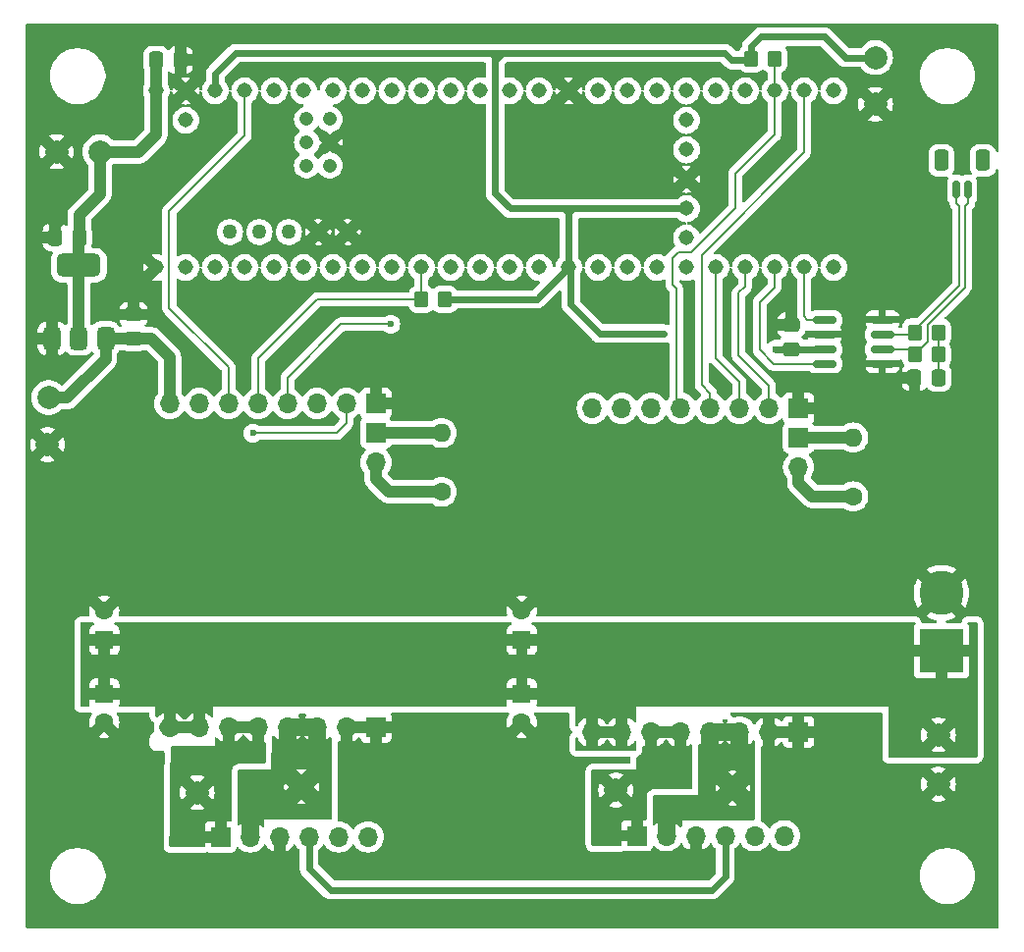
<source format=gtl>
G04 #@! TF.GenerationSoftware,KiCad,Pcbnew,8.0.8*
G04 #@! TF.CreationDate,2025-01-20T09:17:35-05:00*
G04 #@! TF.ProjectId,mechanumDriveTrain,6d656368-616e-4756-9d44-726976655472,rev?*
G04 #@! TF.SameCoordinates,Original*
G04 #@! TF.FileFunction,Copper,L1,Top*
G04 #@! TF.FilePolarity,Positive*
%FSLAX46Y46*%
G04 Gerber Fmt 4.6, Leading zero omitted, Abs format (unit mm)*
G04 Created by KiCad (PCBNEW 8.0.8) date 2025-01-20 09:17:35*
%MOMM*%
%LPD*%
G01*
G04 APERTURE LIST*
G04 Aperture macros list*
%AMRoundRect*
0 Rectangle with rounded corners*
0 $1 Rounding radius*
0 $2 $3 $4 $5 $6 $7 $8 $9 X,Y pos of 4 corners*
0 Add a 4 corners polygon primitive as box body*
4,1,4,$2,$3,$4,$5,$6,$7,$8,$9,$2,$3,0*
0 Add four circle primitives for the rounded corners*
1,1,$1+$1,$2,$3*
1,1,$1+$1,$4,$5*
1,1,$1+$1,$6,$7*
1,1,$1+$1,$8,$9*
0 Add four rect primitives between the rounded corners*
20,1,$1+$1,$2,$3,$4,$5,0*
20,1,$1+$1,$4,$5,$6,$7,0*
20,1,$1+$1,$6,$7,$8,$9,0*
20,1,$1+$1,$8,$9,$2,$3,0*%
G04 Aperture macros list end*
G04 #@! TA.AperFunction,SMDPad,CuDef*
%ADD10RoundRect,0.250000X-0.350000X-0.450000X0.350000X-0.450000X0.350000X0.450000X-0.350000X0.450000X0*%
G04 #@! TD*
G04 #@! TA.AperFunction,ComponentPad*
%ADD11C,2.000000*%
G04 #@! TD*
G04 #@! TA.AperFunction,ComponentPad*
%ADD12C,1.600000*%
G04 #@! TD*
G04 #@! TA.AperFunction,ComponentPad*
%ADD13O,1.600000X1.600000*%
G04 #@! TD*
G04 #@! TA.AperFunction,ComponentPad*
%ADD14R,1.600000X1.600000*%
G04 #@! TD*
G04 #@! TA.AperFunction,ComponentPad*
%ADD15R,1.700000X1.700000*%
G04 #@! TD*
G04 #@! TA.AperFunction,ComponentPad*
%ADD16O,1.700000X1.700000*%
G04 #@! TD*
G04 #@! TA.AperFunction,ComponentPad*
%ADD17R,3.800000X3.800000*%
G04 #@! TD*
G04 #@! TA.AperFunction,ComponentPad*
%ADD18C,3.800000*%
G04 #@! TD*
G04 #@! TA.AperFunction,SMDPad,CuDef*
%ADD19RoundRect,0.250000X0.350000X0.450000X-0.350000X0.450000X-0.350000X-0.450000X0.350000X-0.450000X0*%
G04 #@! TD*
G04 #@! TA.AperFunction,SMDPad,CuDef*
%ADD20RoundRect,0.150000X-0.150000X-0.625000X0.150000X-0.625000X0.150000X0.625000X-0.150000X0.625000X0*%
G04 #@! TD*
G04 #@! TA.AperFunction,SMDPad,CuDef*
%ADD21RoundRect,0.250000X-0.350000X-0.650000X0.350000X-0.650000X0.350000X0.650000X-0.350000X0.650000X0*%
G04 #@! TD*
G04 #@! TA.AperFunction,SMDPad,CuDef*
%ADD22RoundRect,0.250000X0.475000X-0.337500X0.475000X0.337500X-0.475000X0.337500X-0.475000X-0.337500X0*%
G04 #@! TD*
G04 #@! TA.AperFunction,SMDPad,CuDef*
%ADD23RoundRect,0.150000X-0.825000X-0.150000X0.825000X-0.150000X0.825000X0.150000X-0.825000X0.150000X0*%
G04 #@! TD*
G04 #@! TA.AperFunction,SMDPad,CuDef*
%ADD24RoundRect,0.375000X0.375000X-0.625000X0.375000X0.625000X-0.375000X0.625000X-0.375000X-0.625000X0*%
G04 #@! TD*
G04 #@! TA.AperFunction,SMDPad,CuDef*
%ADD25RoundRect,0.500000X1.400000X-0.500000X1.400000X0.500000X-1.400000X0.500000X-1.400000X-0.500000X0*%
G04 #@! TD*
G04 #@! TA.AperFunction,SMDPad,CuDef*
%ADD26RoundRect,0.250000X0.337500X0.475000X-0.337500X0.475000X-0.337500X-0.475000X0.337500X-0.475000X0*%
G04 #@! TD*
G04 #@! TA.AperFunction,SMDPad,CuDef*
%ADD27RoundRect,0.250000X-0.337500X-0.475000X0.337500X-0.475000X0.337500X0.475000X-0.337500X0.475000X0*%
G04 #@! TD*
G04 #@! TA.AperFunction,ComponentPad*
%ADD28C,1.308000*%
G04 #@! TD*
G04 #@! TA.AperFunction,ComponentPad*
%ADD29C,1.258000*%
G04 #@! TD*
G04 #@! TA.AperFunction,ComponentPad*
%ADD30C,1.208000*%
G04 #@! TD*
G04 #@! TA.AperFunction,ViaPad*
%ADD31C,0.600000*%
G04 #@! TD*
G04 #@! TA.AperFunction,ViaPad*
%ADD32C,1.500000*%
G04 #@! TD*
G04 #@! TA.AperFunction,Conductor*
%ADD33C,0.200000*%
G04 #@! TD*
G04 #@! TA.AperFunction,Conductor*
%ADD34C,1.000000*%
G04 #@! TD*
G04 #@! TA.AperFunction,Conductor*
%ADD35C,0.600000*%
G04 #@! TD*
G04 APERTURE END LIST*
D10*
X97200000Y-54100000D03*
X99200000Y-54100000D03*
D11*
X22400000Y-63775000D03*
D10*
X83100000Y-30500000D03*
X85100000Y-30500000D03*
D12*
X56375000Y-67855000D03*
D13*
X56375000Y-62775000D03*
D11*
X44300000Y-93300000D03*
X93800000Y-34425000D03*
D14*
X27290000Y-80625000D03*
D12*
X27290000Y-78125000D03*
D11*
X99225000Y-88825000D03*
D15*
X37325000Y-97625000D03*
D16*
X39865000Y-97625000D03*
X42405000Y-97625000D03*
X44945000Y-97625000D03*
X47485000Y-97625000D03*
X50025000Y-97625000D03*
D15*
X73225000Y-97525000D03*
D16*
X75765000Y-97525000D03*
X78305000Y-97525000D03*
X80845000Y-97525000D03*
X83385000Y-97525000D03*
X85925000Y-97525000D03*
D11*
X35300000Y-93800000D03*
D17*
X99485000Y-81575000D03*
D18*
X99485000Y-76575000D03*
D11*
X26925000Y-38525000D03*
D14*
X63290000Y-80625000D03*
D12*
X63290000Y-78125000D03*
D19*
X56650000Y-51250000D03*
X54650000Y-51250000D03*
D20*
X100775000Y-41790000D03*
X101775000Y-41790000D03*
D21*
X99475000Y-39265000D03*
X103075000Y-39265000D03*
D15*
X87157500Y-60640000D03*
X87157500Y-88560000D03*
D16*
X84617500Y-88560000D03*
X84617500Y-60640000D03*
X82077500Y-60640000D03*
X79537500Y-60640000D03*
X76997500Y-60640000D03*
X74457500Y-60640000D03*
X71917500Y-60640000D03*
X69377500Y-60640000D03*
X82077500Y-88560000D03*
X79537500Y-88560000D03*
X76997500Y-88560000D03*
X74457500Y-88560000D03*
X71917500Y-88560000D03*
X69377500Y-88560000D03*
D15*
X87167500Y-63180000D03*
D16*
X87167500Y-65720000D03*
D22*
X86545000Y-55542500D03*
X86545000Y-53467500D03*
D11*
X93800000Y-30400000D03*
D23*
X89440000Y-53020000D03*
X89440000Y-54290000D03*
X89440000Y-55560000D03*
X89440000Y-56830000D03*
X94390000Y-56830000D03*
X94390000Y-55560000D03*
X94390000Y-54290000D03*
X94390000Y-53020000D03*
D14*
X27290000Y-85275000D03*
D12*
X27290000Y-87775000D03*
D24*
X22800000Y-54615000D03*
X25100000Y-54615000D03*
D25*
X25100000Y-48315000D03*
D24*
X27400000Y-54615000D03*
D26*
X25132500Y-45885000D03*
X23057500Y-45885000D03*
D19*
X99200000Y-56000000D03*
X97200000Y-56000000D03*
D11*
X22500000Y-59725000D03*
X99225000Y-93075000D03*
D14*
X63290000Y-85275000D03*
D12*
X63290000Y-87775000D03*
D11*
X81500000Y-93400000D03*
D26*
X99237500Y-58000000D03*
X97162500Y-58000000D03*
D15*
X50707500Y-60240000D03*
X50707500Y-88160000D03*
D16*
X48167500Y-88160000D03*
X48167500Y-60240000D03*
X45627500Y-60240000D03*
X43087500Y-60240000D03*
X40547500Y-60240000D03*
X38007500Y-60240000D03*
X35467500Y-60240000D03*
X32927500Y-60240000D03*
X45627500Y-88160000D03*
X43087500Y-88160000D03*
X40547500Y-88160000D03*
X38007500Y-88160000D03*
X35467500Y-88160000D03*
X32927500Y-88160000D03*
D15*
X50717500Y-62780000D03*
D16*
X50717500Y-65320000D03*
D27*
X31767500Y-30605000D03*
X33842500Y-30605000D03*
D11*
X23175000Y-38525000D03*
D28*
X34320000Y-48500000D03*
X36860000Y-48500000D03*
X39400000Y-48500000D03*
X41940000Y-48500000D03*
X36860000Y-33260000D03*
X67340000Y-48500000D03*
X77500000Y-43420000D03*
X44480000Y-48500000D03*
X47020000Y-48500000D03*
D29*
X38130000Y-45450000D03*
D28*
X49560000Y-48500000D03*
X52100000Y-48500000D03*
X54640000Y-48500000D03*
X57180000Y-48500000D03*
X59720000Y-48500000D03*
X62260000Y-48500000D03*
X64800000Y-48500000D03*
X64800000Y-33260000D03*
X62260000Y-33260000D03*
X59720000Y-33260000D03*
X57180000Y-33260000D03*
X54640000Y-33260000D03*
X52100000Y-33260000D03*
X49560000Y-33260000D03*
X47020000Y-33260000D03*
X44480000Y-33260000D03*
X41940000Y-33260000D03*
X39400000Y-33260000D03*
X69880000Y-48500000D03*
X72420000Y-48500000D03*
X74960000Y-48500000D03*
X77500000Y-48500000D03*
X80040000Y-48500000D03*
X82580000Y-48500000D03*
X85120000Y-48500000D03*
X87660000Y-48500000D03*
X90200000Y-48500000D03*
X90200000Y-33260000D03*
X87660000Y-33260000D03*
X85120000Y-33260000D03*
X82580000Y-33260000D03*
X80040000Y-33260000D03*
X77500000Y-33260000D03*
X74960000Y-33260000D03*
X72420000Y-33260000D03*
X69880000Y-33260000D03*
D29*
X43210000Y-45450000D03*
X40670000Y-45450000D03*
D28*
X31780000Y-48500000D03*
X34320000Y-33260000D03*
D30*
X46750000Y-37710000D03*
D28*
X67340000Y-33260000D03*
X77500000Y-40880000D03*
D30*
X44750000Y-37710000D03*
D28*
X77500000Y-35800000D03*
X77500000Y-38340000D03*
D30*
X44750000Y-35710000D03*
X46750000Y-35710000D03*
X46750000Y-39710000D03*
X44750000Y-39710000D03*
D29*
X45750000Y-45450000D03*
X48290000Y-45450000D03*
D28*
X77500000Y-45960000D03*
X31780000Y-33260000D03*
X34320000Y-35800000D03*
D22*
X29805000Y-54632500D03*
X29805000Y-52557500D03*
D11*
X71400000Y-93600000D03*
D12*
X91875000Y-68245000D03*
D13*
X91875000Y-63165000D03*
D31*
X53300000Y-50000000D03*
X50700000Y-52300000D03*
X58600000Y-49900000D03*
X89800000Y-65800000D03*
X38100000Y-35300000D03*
X32700000Y-38600000D03*
X36600000Y-43300000D03*
X93597775Y-98055034D03*
X63664193Y-104124838D03*
X82700000Y-95400000D03*
X82200000Y-90800000D03*
X76300000Y-95000000D03*
X73100000Y-95400000D03*
X77514193Y-90995944D03*
X74800000Y-91100000D03*
X38985161Y-90295945D03*
X34800000Y-90800000D03*
X37578986Y-92011613D03*
X43200000Y-90900000D03*
X42200000Y-95000000D03*
X102393640Y-51915022D03*
X82900000Y-52600000D03*
X81100000Y-52000000D03*
X54600000Y-59400000D03*
X48914241Y-57996542D03*
X44400000Y-58400000D03*
X42172675Y-56573546D03*
X41900000Y-50400000D03*
X42800000Y-51600000D03*
X56000000Y-53700000D03*
X52900000Y-56700000D03*
X57500000Y-56300000D03*
X61095485Y-52990828D03*
X63600000Y-55300000D03*
X39800000Y-64300000D03*
X91400000Y-103500000D03*
X102700000Y-44200000D03*
X102548697Y-67349695D03*
X83600000Y-71500000D03*
X35400000Y-62700000D03*
X31100000Y-94400000D03*
X53193390Y-39326651D03*
X48813654Y-104114316D03*
X91100000Y-88800000D03*
X87100000Y-42800000D03*
X39500000Y-66700000D03*
X56831165Y-36317838D03*
X67395061Y-36392482D03*
X26077521Y-90967631D03*
X87600000Y-102400000D03*
X35600000Y-57200000D03*
X30291217Y-89665758D03*
X21200000Y-74800000D03*
X40294334Y-104047235D03*
X48300000Y-49800000D03*
X53377557Y-96590718D03*
X70700000Y-46200000D03*
X54420447Y-31572035D03*
X20900000Y-88400000D03*
X79293862Y-76159700D03*
X70000000Y-41400000D03*
X59700000Y-95000000D03*
X99000000Y-49000000D03*
X53000000Y-45600000D03*
X89362765Y-39552171D03*
X53406209Y-71006745D03*
X87700000Y-91900000D03*
X86000000Y-91200000D03*
X21598102Y-36093145D03*
X63500000Y-67100000D03*
X99373518Y-45414126D03*
X103500000Y-104400000D03*
X72200000Y-28400000D03*
X91301407Y-71911221D03*
X102600000Y-96200000D03*
X49800000Y-94400000D03*
X86700000Y-58300000D03*
X57223549Y-89822965D03*
X103200000Y-28600000D03*
X59096795Y-37780735D03*
X31077557Y-75664699D03*
X31885014Y-51423525D03*
X83200000Y-45700000D03*
X102700000Y-48100000D03*
X97670935Y-36283790D03*
X29200000Y-35100000D03*
X77000000Y-99200000D03*
X36400000Y-28700000D03*
X26800000Y-68800000D03*
X36000000Y-52400000D03*
X83050413Y-66745964D03*
X102190930Y-61446545D03*
X90111341Y-50901415D03*
X41500000Y-40200000D03*
X52700000Y-91551761D03*
X57710449Y-43952210D03*
X97495243Y-65091293D03*
D32*
X23100000Y-44400000D03*
D31*
X62927940Y-98628001D03*
X81100000Y-50000000D03*
X30440287Y-91414840D03*
X65440595Y-40718809D03*
X70245553Y-51363897D03*
X67100000Y-91900000D03*
X29606055Y-103778910D03*
X41610948Y-36819237D03*
X65228585Y-46443076D03*
X57622296Y-76017539D03*
X77700000Y-56800000D03*
X96400000Y-96900000D03*
X62854634Y-62780172D03*
X75100000Y-39700000D03*
X40900000Y-70900000D03*
X79300000Y-28400000D03*
X76005704Y-31422965D03*
X58844666Y-62795079D03*
X83300000Y-59100000D03*
X72322587Y-55985050D03*
X55802420Y-93311190D03*
X67778490Y-96044176D03*
X48900000Y-91100000D03*
X82000000Y-99200000D03*
X28830337Y-92329132D03*
X65312455Y-31303710D03*
X29200000Y-40700000D03*
X58486899Y-72007571D03*
X103700000Y-89200000D03*
X82100000Y-36100000D03*
X103700000Y-78700000D03*
X96400000Y-61400000D03*
X43600000Y-99900000D03*
X66700000Y-68700000D03*
X95590471Y-58182629D03*
X96032337Y-28379437D03*
X73100000Y-52500000D03*
X98657984Y-50445220D03*
X58197470Y-98757194D03*
X84500000Y-94100000D03*
X63500000Y-70800000D03*
X53900000Y-35400000D03*
X96500000Y-41700000D03*
X63300000Y-45300000D03*
X48700000Y-100100000D03*
X24200000Y-72100000D03*
X21400000Y-28500000D03*
X89899415Y-36690037D03*
X75400000Y-45600000D03*
X25900000Y-62200000D03*
X21600000Y-104600000D03*
X70100000Y-104300000D03*
X75800000Y-36100000D03*
X63900000Y-94700000D03*
X75600000Y-56300000D03*
X65800000Y-52200000D03*
X102615778Y-53396795D03*
X94000000Y-43900000D03*
X32982478Y-104136677D03*
X101200000Y-52800000D03*
X45016913Y-28699300D03*
X86796904Y-93990694D03*
X101200000Y-59300000D03*
X99100000Y-47400000D03*
X99800000Y-43700000D03*
X53500000Y-76500000D03*
X48031039Y-70618411D03*
X94891956Y-38396904D03*
X24552600Y-66772419D03*
X63542650Y-28178193D03*
X80100000Y-37400000D03*
X21000000Y-84700000D03*
X84928688Y-76092619D03*
X41900000Y-61800000D03*
X49861942Y-38898756D03*
X102700000Y-50600000D03*
X92665392Y-76383304D03*
X102079128Y-56616695D03*
X70600000Y-65600000D03*
X59310521Y-88501216D03*
X23073890Y-42055923D03*
X80252401Y-103890712D03*
X77700000Y-65400000D03*
X72500000Y-76300000D03*
X97942451Y-69608098D03*
X57700000Y-103800000D03*
X72000000Y-70900000D03*
X31300000Y-97700000D03*
X78400000Y-70900000D03*
X88000000Y-30600000D03*
X80200000Y-58400000D03*
X89491684Y-45934198D03*
X66700000Y-75800000D03*
X44300000Y-76400000D03*
X64002469Y-57995043D03*
X67500000Y-54000000D03*
X90700000Y-59300000D03*
X58200000Y-65900000D03*
X96300000Y-47200000D03*
X83800000Y-50000000D03*
X37755869Y-75992652D03*
X51800000Y-55800000D03*
D32*
X22800000Y-56500000D03*
D31*
X33234095Y-71381437D03*
X93783413Y-59523549D03*
X102600000Y-46100000D03*
X55809541Y-28803649D03*
X24278750Y-89745262D03*
X63500000Y-91400000D03*
X53700000Y-53000000D03*
X94656303Y-50431018D03*
X90973926Y-96843449D03*
X66600000Y-63600000D03*
X45446466Y-31293772D03*
X66600000Y-58300000D03*
X46200000Y-53000000D03*
X84274528Y-40078883D03*
X75600000Y-52400000D03*
X37999379Y-62791712D03*
X103898247Y-84351429D03*
X29200000Y-95400000D03*
X45300000Y-66600000D03*
X81000000Y-55600000D03*
X103500000Y-72500000D03*
X22200000Y-68800000D03*
X41200000Y-100000000D03*
X54800000Y-41900000D03*
X97763568Y-51496159D03*
X46800000Y-61700000D03*
X103400000Y-36200000D03*
X92600000Y-92800000D03*
X49000000Y-76000000D03*
X86179809Y-51199304D03*
X53500000Y-65800000D03*
X37775745Y-54109257D03*
X22500000Y-95900000D03*
X27000000Y-44900000D03*
X63808679Y-74347962D03*
X31800000Y-45100000D03*
X48500000Y-55300000D03*
X102273390Y-92624784D03*
X77700000Y-52000000D03*
X80299343Y-41311190D03*
X40200000Y-31500000D03*
X86272059Y-37057742D03*
X26773178Y-92985038D03*
X96936232Y-52278774D03*
X65200000Y-99600000D03*
X32400000Y-53100000D03*
X31800000Y-67100000D03*
X84800000Y-53500000D03*
X99077642Y-59796277D03*
X53864518Y-98906264D03*
X29886364Y-28729114D03*
X75500000Y-54200000D03*
X85200000Y-55542500D03*
X58170386Y-81190068D03*
X71100000Y-81200000D03*
X92400000Y-81000000D03*
X36898175Y-84037294D03*
X44200000Y-81000000D03*
X71705892Y-84588851D03*
X96800000Y-85700000D03*
X79532038Y-84052201D03*
X31700000Y-84000000D03*
X44277113Y-83768969D03*
X79000000Y-81000000D03*
X85107236Y-80996277D03*
X101300000Y-86400000D03*
X37100000Y-80900000D03*
X57600000Y-84200000D03*
X31600000Y-80500000D03*
X49837403Y-80891929D03*
X92009151Y-83992573D03*
X84645120Y-83888225D03*
X49800000Y-83900000D03*
X40100000Y-62800000D03*
X52000000Y-53400000D03*
X37500000Y-95000000D03*
X33700000Y-96100000D03*
X33900000Y-98000000D03*
X40400000Y-93100000D03*
X40000000Y-95200000D03*
X45600000Y-90500000D03*
X74500000Y-92800000D03*
X77000000Y-92700000D03*
X70400000Y-97200000D03*
X80000000Y-91000000D03*
X79400000Y-95200000D03*
D33*
X43087500Y-58012500D02*
X43087500Y-60240000D01*
X47700000Y-53400000D02*
X43087500Y-58012500D01*
X52000000Y-53400000D02*
X47700000Y-53400000D01*
X87625000Y-38575000D02*
X87625000Y-33245000D01*
X78800000Y-47400000D02*
X87625000Y-38575000D01*
X78800000Y-58600000D02*
X78800000Y-47400000D01*
X79537500Y-59337500D02*
X78800000Y-58600000D01*
X79537500Y-60640000D02*
X79537500Y-59337500D01*
X85085000Y-37015000D02*
X85085000Y-30585000D01*
X81700000Y-40400000D02*
X85085000Y-37015000D01*
X81700000Y-43400000D02*
X81700000Y-40400000D01*
X77900000Y-47200000D02*
X81700000Y-43400000D01*
X76800000Y-47200000D02*
X77900000Y-47200000D01*
X76300000Y-47700000D02*
X76800000Y-47200000D01*
X76300000Y-50000000D02*
X76300000Y-47700000D01*
X76600000Y-60242500D02*
X76600000Y-50300000D01*
X76600000Y-50300000D02*
X76300000Y-50000000D01*
X76997500Y-60640000D02*
X76600000Y-60242500D01*
D34*
X56375000Y-62775000D02*
X50722500Y-62775000D01*
X51855000Y-67855000D02*
X56375000Y-67855000D01*
X50717500Y-65320000D02*
X50717500Y-66717500D01*
X50717500Y-66717500D02*
X51855000Y-67855000D01*
D35*
X83000000Y-30600000D02*
X83100000Y-30500000D01*
X80800000Y-30000000D02*
X81400000Y-30600000D01*
X81400000Y-30600000D02*
X83000000Y-30600000D01*
X61600000Y-30000000D02*
X80800000Y-30000000D01*
X67500000Y-48660000D02*
X67340000Y-48500000D01*
X67500000Y-51700000D02*
X67500000Y-48660000D01*
X70000000Y-54200000D02*
X67500000Y-51700000D01*
X75500000Y-54200000D02*
X70000000Y-54200000D01*
X64590000Y-51250000D02*
X56650000Y-51250000D01*
X67340000Y-48500000D02*
X64590000Y-51250000D01*
X62300000Y-43420000D02*
X61000000Y-42120000D01*
X67000000Y-43420000D02*
X62300000Y-43420000D01*
X61000000Y-42120000D02*
X61000000Y-30606000D01*
X61000000Y-30606000D02*
X61106000Y-30500000D01*
D33*
X32900000Y-43600000D02*
X39400000Y-37100000D01*
X39400000Y-37100000D02*
X39400000Y-33260000D01*
X32900000Y-52000000D02*
X32900000Y-43600000D01*
X38007500Y-60240000D02*
X38007500Y-57107500D01*
X38007500Y-57107500D02*
X32900000Y-52000000D01*
X85085000Y-50215000D02*
X85085000Y-48485000D01*
X83800000Y-51500000D02*
X85085000Y-50215000D01*
X83800000Y-55600000D02*
X83800000Y-51500000D01*
X85030000Y-56830000D02*
X83800000Y-55600000D01*
X89440000Y-56830000D02*
X85030000Y-56830000D01*
D35*
X85200000Y-55542500D02*
X86545000Y-55542500D01*
D33*
X82000000Y-56100000D02*
X82000000Y-50700000D01*
X84617500Y-58717500D02*
X82000000Y-56100000D01*
X82000000Y-50700000D02*
X82545000Y-50155000D01*
X84617500Y-60640000D02*
X84617500Y-58717500D01*
X82545000Y-50155000D02*
X82545000Y-48485000D01*
D34*
X23057500Y-44442500D02*
X23100000Y-44400000D01*
X22800000Y-54615000D02*
X22800000Y-56500000D01*
X23057500Y-45885000D02*
X23057500Y-44442500D01*
D35*
X61100000Y-30500000D02*
X60600000Y-30000000D01*
X61106000Y-30494000D02*
X61600000Y-30000000D01*
X79700000Y-102200000D02*
X80845000Y-101055000D01*
X61106000Y-30500000D02*
X61106000Y-30006000D01*
X67340000Y-43800000D02*
X67340000Y-43780000D01*
X61100000Y-30000000D02*
X61600000Y-30000000D01*
X67700000Y-43420000D02*
X77500000Y-43420000D01*
X61106000Y-30500000D02*
X61106000Y-30494000D01*
X46800000Y-102200000D02*
X79700000Y-102200000D01*
X38500000Y-30100000D02*
X36860000Y-31740000D01*
X83900000Y-28600000D02*
X89400000Y-28600000D01*
X38500000Y-30100000D02*
X38600000Y-30000000D01*
X44945000Y-97625000D02*
X44945000Y-100345000D01*
X83100000Y-30500000D02*
X83100000Y-29400000D01*
X89400000Y-28600000D02*
X91200000Y-30400000D01*
X91200000Y-30400000D02*
X93800000Y-30400000D01*
X67000000Y-43420000D02*
X67300000Y-43420000D01*
X83100000Y-29400000D02*
X83900000Y-28600000D01*
X67340000Y-43760000D02*
X67000000Y-43420000D01*
X67340000Y-43800000D02*
X67340000Y-43460000D01*
X44945000Y-100345000D02*
X46800000Y-102200000D01*
X38600000Y-30000000D02*
X60600000Y-30000000D01*
X36860000Y-31740000D02*
X36860000Y-33260000D01*
X61106000Y-30500000D02*
X61100000Y-30500000D01*
X61106000Y-30006000D02*
X61100000Y-30000000D01*
X67340000Y-43800000D02*
X67340000Y-43760000D01*
X67340000Y-48500000D02*
X67340000Y-43800000D01*
X80845000Y-101055000D02*
X80845000Y-97525000D01*
X60600000Y-30000000D02*
X61100000Y-30000000D01*
X67300000Y-43420000D02*
X67700000Y-43420000D01*
X89440000Y-55560000D02*
X86362500Y-55560000D01*
X67340000Y-43780000D02*
X67700000Y-43420000D01*
D33*
X99237500Y-58000000D02*
X99237500Y-54137500D01*
X87625000Y-48485000D02*
X87625000Y-52725000D01*
X87920000Y-53020000D02*
X89440000Y-53020000D01*
X87625000Y-52725000D02*
X87920000Y-53020000D01*
X101500000Y-50215256D02*
X101500000Y-43227501D01*
X98300000Y-53415256D02*
X101500000Y-50215256D01*
X101775000Y-42952501D02*
X101775000Y-41790000D01*
X101500000Y-43227501D02*
X101775000Y-42952501D01*
X96800000Y-55600000D02*
X94430000Y-55600000D01*
X97200000Y-56000000D02*
X98300000Y-54900000D01*
X98300000Y-54900000D02*
X98300000Y-53415256D01*
X101050000Y-43227501D02*
X100775000Y-42952501D01*
X101050000Y-50028888D02*
X101050000Y-43227501D01*
X100775000Y-42952501D02*
X100775000Y-41790000D01*
X97200000Y-53878888D02*
X101050000Y-50028888D01*
X97000000Y-54300000D02*
X94400000Y-54300000D01*
D34*
X32927500Y-88160000D02*
X32560000Y-88160000D01*
D33*
X40100000Y-62800000D02*
X47300000Y-62800000D01*
X48167500Y-61932500D02*
X48167500Y-60240000D01*
X47300000Y-62800000D02*
X48167500Y-61932500D01*
D34*
X27400000Y-56400000D02*
X27400000Y-54615000D01*
X29805000Y-54632500D02*
X27417500Y-54632500D01*
X22500000Y-59725000D02*
X24075000Y-59725000D01*
X29805000Y-54632500D02*
X31332500Y-54632500D01*
X32927500Y-56227500D02*
X32927500Y-60240000D01*
X31332500Y-54632500D02*
X32927500Y-56227500D01*
X24075000Y-59725000D02*
X27400000Y-56400000D01*
D33*
X45650000Y-51250000D02*
X40547500Y-56352500D01*
X54650000Y-51250000D02*
X45650000Y-51250000D01*
X40547500Y-56352500D02*
X40547500Y-60240000D01*
X54650000Y-51250000D02*
X54650000Y-48530000D01*
D34*
X25132500Y-43967500D02*
X26925000Y-42175000D01*
X30275000Y-38525000D02*
X26925000Y-38525000D01*
X31745000Y-33245000D02*
X31745000Y-37055000D01*
X26925000Y-42175000D02*
X26925000Y-38525000D01*
X25100000Y-48315000D02*
X25100000Y-54615000D01*
X25132500Y-45885000D02*
X25132500Y-43967500D01*
X31745000Y-37055000D02*
X30275000Y-38525000D01*
X31767500Y-30605000D02*
X31767500Y-33222500D01*
X25100000Y-48315000D02*
X25100000Y-45917500D01*
D33*
X82077500Y-58377500D02*
X80005000Y-56305000D01*
X82077500Y-60640000D02*
X82077500Y-58377500D01*
X80005000Y-56305000D02*
X80005000Y-48485000D01*
D34*
X88345000Y-68245000D02*
X91875000Y-68245000D01*
X87167500Y-65720000D02*
X87167500Y-67067500D01*
X87167500Y-67067500D02*
X88345000Y-68245000D01*
X87167500Y-63180000D02*
X91860000Y-63180000D01*
D33*
X59720000Y-33260000D02*
X59705000Y-33245000D01*
G04 #@! TA.AperFunction,Conductor*
G36*
X26382789Y-79119685D02*
G01*
X26428544Y-79172489D01*
X26438488Y-79241647D01*
X26409463Y-79305203D01*
X26359083Y-79340182D01*
X26247913Y-79381645D01*
X26247906Y-79381649D01*
X26132812Y-79467809D01*
X26132809Y-79467812D01*
X26046649Y-79582906D01*
X26046645Y-79582913D01*
X25996403Y-79717620D01*
X25996401Y-79717627D01*
X25990000Y-79777155D01*
X25990000Y-80125000D01*
X28590000Y-80125000D01*
X28590000Y-79777172D01*
X28589999Y-79777155D01*
X28583598Y-79717627D01*
X28583596Y-79717620D01*
X28533354Y-79582913D01*
X28533350Y-79582906D01*
X28447190Y-79467812D01*
X28447187Y-79467809D01*
X28332093Y-79381649D01*
X28332086Y-79381645D01*
X28220917Y-79340182D01*
X28164983Y-79298311D01*
X28140566Y-79232846D01*
X28155418Y-79164574D01*
X28204823Y-79115168D01*
X28264250Y-79100000D01*
X62315750Y-79100000D01*
X62382789Y-79119685D01*
X62428544Y-79172489D01*
X62438488Y-79241647D01*
X62409463Y-79305203D01*
X62359083Y-79340182D01*
X62247913Y-79381645D01*
X62247906Y-79381649D01*
X62132812Y-79467809D01*
X62132809Y-79467812D01*
X62046649Y-79582906D01*
X62046645Y-79582913D01*
X61996403Y-79717620D01*
X61996401Y-79717627D01*
X61990000Y-79777155D01*
X61990000Y-80125000D01*
X64590000Y-80125000D01*
X64590000Y-79777172D01*
X64589999Y-79777155D01*
X64583598Y-79717627D01*
X64583596Y-79717620D01*
X64533354Y-79582913D01*
X64533350Y-79582906D01*
X64447190Y-79467812D01*
X64447187Y-79467809D01*
X64332093Y-79381649D01*
X64332086Y-79381645D01*
X64220917Y-79340182D01*
X64164983Y-79298311D01*
X64140566Y-79232846D01*
X64155418Y-79164574D01*
X64204823Y-79115168D01*
X64264250Y-79100000D01*
X97146260Y-79100000D01*
X97213299Y-79119685D01*
X97259054Y-79172489D01*
X97268998Y-79241647D01*
X97239973Y-79305203D01*
X97233941Y-79311681D01*
X97227809Y-79317812D01*
X97141649Y-79432906D01*
X97141645Y-79432913D01*
X97091403Y-79567620D01*
X97091401Y-79567627D01*
X97085000Y-79627155D01*
X97085000Y-81075000D01*
X98227986Y-81075000D01*
X98168242Y-81258874D01*
X98135000Y-81468753D01*
X98135000Y-81681247D01*
X98168242Y-81891126D01*
X98227986Y-82075000D01*
X97085000Y-82075000D01*
X97085000Y-83522844D01*
X97091401Y-83582372D01*
X97091403Y-83582379D01*
X97141645Y-83717086D01*
X97141649Y-83717093D01*
X97227809Y-83832187D01*
X97227812Y-83832190D01*
X97342906Y-83918350D01*
X97342913Y-83918354D01*
X97477620Y-83968596D01*
X97477627Y-83968598D01*
X97537155Y-83974999D01*
X97537172Y-83975000D01*
X98985000Y-83975000D01*
X98985000Y-82832014D01*
X99168874Y-82891758D01*
X99378753Y-82925000D01*
X99591247Y-82925000D01*
X99801126Y-82891758D01*
X99985000Y-82832014D01*
X99985000Y-83975000D01*
X101432828Y-83975000D01*
X101432844Y-83974999D01*
X101492372Y-83968598D01*
X101492379Y-83968596D01*
X101627086Y-83918354D01*
X101627093Y-83918350D01*
X101742187Y-83832190D01*
X101742190Y-83832187D01*
X101828350Y-83717093D01*
X101828354Y-83717086D01*
X101878596Y-83582379D01*
X101878598Y-83582372D01*
X101884999Y-83522844D01*
X101885000Y-83522827D01*
X101885000Y-82075000D01*
X100742014Y-82075000D01*
X100801758Y-81891126D01*
X100835000Y-81681247D01*
X100835000Y-81468753D01*
X100801758Y-81258874D01*
X100742014Y-81075000D01*
X101885000Y-81075000D01*
X101885000Y-79627172D01*
X101884999Y-79627155D01*
X101878598Y-79567627D01*
X101878596Y-79567620D01*
X101828354Y-79432913D01*
X101828350Y-79432906D01*
X101742190Y-79317812D01*
X101736059Y-79311681D01*
X101702574Y-79250358D01*
X101707558Y-79180666D01*
X101749430Y-79124733D01*
X101814894Y-79100316D01*
X101823740Y-79100000D01*
X102476000Y-79100000D01*
X102543039Y-79119685D01*
X102588794Y-79172489D01*
X102600000Y-79224000D01*
X102600000Y-90676000D01*
X102580315Y-90743039D01*
X102527511Y-90788794D01*
X102476000Y-90800000D01*
X95024000Y-90800000D01*
X94956961Y-90780315D01*
X94911206Y-90727511D01*
X94900000Y-90676000D01*
X94900000Y-90179960D01*
X98577143Y-90179960D01*
X98577143Y-90179962D01*
X98620395Y-90203369D01*
X98855506Y-90284083D01*
X99100707Y-90325000D01*
X99349293Y-90325000D01*
X99594493Y-90284083D01*
X99829605Y-90203369D01*
X99829612Y-90203366D01*
X99872855Y-90179962D01*
X99872856Y-90179961D01*
X99225001Y-89532106D01*
X99225000Y-89532106D01*
X98577143Y-90179960D01*
X94900000Y-90179960D01*
X94900000Y-88824994D01*
X97719859Y-88824994D01*
X97719859Y-88825005D01*
X97740385Y-89072729D01*
X97740387Y-89072738D01*
X97801412Y-89313717D01*
X97870856Y-89472036D01*
X98517894Y-88825000D01*
X98452068Y-88759174D01*
X98725000Y-88759174D01*
X98725000Y-88890826D01*
X98759075Y-89017993D01*
X98824901Y-89132007D01*
X98917993Y-89225099D01*
X99032007Y-89290925D01*
X99159174Y-89325000D01*
X99290826Y-89325000D01*
X99417993Y-89290925D01*
X99532007Y-89225099D01*
X99625099Y-89132007D01*
X99690925Y-89017993D01*
X99725000Y-88890826D01*
X99725000Y-88824999D01*
X99932106Y-88824999D01*
X99932106Y-88825001D01*
X100579142Y-89472037D01*
X100579143Y-89472036D01*
X100648587Y-89313719D01*
X100709612Y-89072738D01*
X100709614Y-89072729D01*
X100730141Y-88825005D01*
X100730141Y-88824994D01*
X100709614Y-88577270D01*
X100709612Y-88577261D01*
X100648587Y-88336282D01*
X100579142Y-88177961D01*
X99932106Y-88824999D01*
X99725000Y-88824999D01*
X99725000Y-88759174D01*
X99690925Y-88632007D01*
X99625099Y-88517993D01*
X99532007Y-88424901D01*
X99417993Y-88359075D01*
X99290826Y-88325000D01*
X99159174Y-88325000D01*
X99032007Y-88359075D01*
X98917993Y-88424901D01*
X98824901Y-88517993D01*
X98759075Y-88632007D01*
X98725000Y-88759174D01*
X98452068Y-88759174D01*
X97870856Y-88177962D01*
X97870855Y-88177962D01*
X97801413Y-88336279D01*
X97801412Y-88336281D01*
X97740387Y-88577261D01*
X97740385Y-88577270D01*
X97719859Y-88824994D01*
X94900000Y-88824994D01*
X94900000Y-87470036D01*
X98577143Y-87470036D01*
X98577143Y-87470037D01*
X99225000Y-88117894D01*
X99225001Y-88117894D01*
X99872855Y-87470037D01*
X99872855Y-87470036D01*
X99829603Y-87446630D01*
X99829601Y-87446629D01*
X99594493Y-87365916D01*
X99349293Y-87325000D01*
X99100707Y-87325000D01*
X98855506Y-87365916D01*
X98620396Y-87446630D01*
X98620385Y-87446635D01*
X98577143Y-87470036D01*
X94900000Y-87470036D01*
X94900000Y-86400000D01*
X73200000Y-86400000D01*
X73200000Y-87644669D01*
X73180315Y-87711708D01*
X73127511Y-87757463D01*
X73058353Y-87767407D01*
X72994797Y-87738382D01*
X72974425Y-87715792D01*
X72955613Y-87688927D01*
X72955608Y-87688920D01*
X72788582Y-87521894D01*
X72595076Y-87386398D01*
X72417500Y-87303593D01*
X72417500Y-88494174D01*
X72383425Y-88367007D01*
X72317599Y-88252993D01*
X72224507Y-88159901D01*
X72110493Y-88094075D01*
X71983326Y-88060000D01*
X71851674Y-88060000D01*
X71724507Y-88094075D01*
X71610493Y-88159901D01*
X71517401Y-88252993D01*
X71451575Y-88367007D01*
X71417500Y-88494174D01*
X71417500Y-88625826D01*
X71451575Y-88752993D01*
X71517401Y-88867007D01*
X71610493Y-88960099D01*
X71724507Y-89025925D01*
X71851674Y-89060000D01*
X71983326Y-89060000D01*
X72110493Y-89025925D01*
X72224507Y-88960099D01*
X72317599Y-88867007D01*
X72383425Y-88752993D01*
X72417500Y-88625826D01*
X72417500Y-89816405D01*
X72595075Y-89733601D01*
X72595077Y-89733600D01*
X72788582Y-89598105D01*
X72955607Y-89431080D01*
X72974425Y-89404206D01*
X73029001Y-89360581D01*
X73098499Y-89353387D01*
X73160854Y-89384909D01*
X73196269Y-89445139D01*
X73200000Y-89475329D01*
X73200000Y-90075917D01*
X73180315Y-90142956D01*
X73127511Y-90188711D01*
X73075577Y-90199916D01*
X68023577Y-90182667D01*
X67956605Y-90162754D01*
X67911030Y-90109794D01*
X67900000Y-90058668D01*
X67900000Y-89145190D01*
X67919685Y-89078151D01*
X67972489Y-89032396D01*
X68041647Y-89022452D01*
X68105203Y-89051477D01*
X68136382Y-89092785D01*
X68203900Y-89237578D01*
X68339394Y-89431082D01*
X68506417Y-89598105D01*
X68699922Y-89733600D01*
X68699924Y-89733601D01*
X68877499Y-89816405D01*
X68877500Y-89816405D01*
X69877500Y-89816405D01*
X70055075Y-89733601D01*
X70055077Y-89733600D01*
X70248582Y-89598105D01*
X70415605Y-89431082D01*
X70545925Y-89244968D01*
X70600502Y-89201344D01*
X70670001Y-89194151D01*
X70732355Y-89225673D01*
X70749075Y-89244968D01*
X70879394Y-89431082D01*
X71046417Y-89598105D01*
X71239922Y-89733600D01*
X71239924Y-89733601D01*
X71417499Y-89816405D01*
X71417500Y-89816405D01*
X71417500Y-89060000D01*
X69877500Y-89060000D01*
X69877500Y-89816405D01*
X68877500Y-89816405D01*
X68877500Y-88625826D01*
X68911575Y-88752993D01*
X68977401Y-88867007D01*
X69070493Y-88960099D01*
X69184507Y-89025925D01*
X69311674Y-89060000D01*
X69443326Y-89060000D01*
X69570493Y-89025925D01*
X69684507Y-88960099D01*
X69777599Y-88867007D01*
X69843425Y-88752993D01*
X69877500Y-88625826D01*
X69877500Y-88494174D01*
X69843425Y-88367007D01*
X69777599Y-88252993D01*
X69684507Y-88159901D01*
X69570493Y-88094075D01*
X69443326Y-88060000D01*
X69311674Y-88060000D01*
X69184507Y-88094075D01*
X69070493Y-88159901D01*
X68977401Y-88252993D01*
X68911575Y-88367007D01*
X68877500Y-88494174D01*
X68877500Y-87303593D01*
X69877500Y-87303593D01*
X69877500Y-88060000D01*
X71417500Y-88060000D01*
X71417500Y-87303593D01*
X71417499Y-87303593D01*
X71239922Y-87386399D01*
X71239920Y-87386400D01*
X71046426Y-87521886D01*
X71046420Y-87521891D01*
X70879391Y-87688920D01*
X70879390Y-87688922D01*
X70749075Y-87875031D01*
X70694498Y-87918655D01*
X70624999Y-87925848D01*
X70562645Y-87894326D01*
X70545925Y-87875031D01*
X70415609Y-87688922D01*
X70415608Y-87688920D01*
X70248582Y-87521894D01*
X70055076Y-87386398D01*
X69877500Y-87303593D01*
X68877500Y-87303593D01*
X68877499Y-87303593D01*
X68699922Y-87386399D01*
X68699920Y-87386400D01*
X68506426Y-87521886D01*
X68506420Y-87521891D01*
X68339391Y-87688920D01*
X68339386Y-87688926D01*
X68203900Y-87882420D01*
X68203899Y-87882422D01*
X68136382Y-88027214D01*
X68090210Y-88079653D01*
X68023016Y-88098805D01*
X67956135Y-88078589D01*
X67910800Y-88025424D01*
X67900000Y-87974809D01*
X67900000Y-86400000D01*
X64681023Y-86400000D01*
X64613984Y-86380315D01*
X64568229Y-86327511D01*
X64558285Y-86258353D01*
X64564841Y-86232667D01*
X64583596Y-86182379D01*
X64583598Y-86182372D01*
X64589999Y-86122844D01*
X64590000Y-86122827D01*
X64590000Y-85775000D01*
X61990000Y-85775000D01*
X61990000Y-86122844D01*
X61996401Y-86182372D01*
X61996403Y-86182379D01*
X62015159Y-86232667D01*
X62020143Y-86302359D01*
X61986658Y-86363682D01*
X61925334Y-86397166D01*
X61898977Y-86400000D01*
X36700000Y-86400000D01*
X36700000Y-87183950D01*
X36680315Y-87250989D01*
X36627511Y-87296744D01*
X36558353Y-87306688D01*
X36494797Y-87277663D01*
X36488319Y-87271631D01*
X36338582Y-87121894D01*
X36145076Y-86986398D01*
X35967500Y-86903593D01*
X35967500Y-88036000D01*
X35959349Y-88063756D01*
X35933425Y-87967007D01*
X35867599Y-87852993D01*
X35774507Y-87759901D01*
X35660493Y-87694075D01*
X35533326Y-87660000D01*
X35401674Y-87660000D01*
X35274507Y-87694075D01*
X35160493Y-87759901D01*
X35067401Y-87852993D01*
X35001575Y-87967007D01*
X34967500Y-88094174D01*
X34967500Y-88225826D01*
X35001575Y-88352993D01*
X35067401Y-88467007D01*
X35160493Y-88560099D01*
X35274507Y-88625925D01*
X35375607Y-88653015D01*
X35343500Y-88660000D01*
X33051500Y-88660000D01*
X33023743Y-88651849D01*
X33120493Y-88625925D01*
X33234507Y-88560099D01*
X33327599Y-88467007D01*
X33393425Y-88352993D01*
X33427500Y-88225826D01*
X33427500Y-88094174D01*
X33393425Y-87967007D01*
X33327599Y-87852993D01*
X33234507Y-87759901D01*
X33120493Y-87694075D01*
X32993326Y-87660000D01*
X32861674Y-87660000D01*
X32734507Y-87694075D01*
X32620493Y-87759901D01*
X32527401Y-87852993D01*
X32461575Y-87967007D01*
X32434484Y-88068107D01*
X32427500Y-88036000D01*
X32427500Y-86903593D01*
X33427500Y-86903593D01*
X33427500Y-87660000D01*
X34967500Y-87660000D01*
X34967500Y-86903593D01*
X34967499Y-86903593D01*
X34789922Y-86986399D01*
X34789920Y-86986400D01*
X34596426Y-87121886D01*
X34596420Y-87121891D01*
X34429391Y-87288920D01*
X34429390Y-87288922D01*
X34299075Y-87475031D01*
X34244498Y-87518655D01*
X34174999Y-87525848D01*
X34112645Y-87494326D01*
X34095925Y-87475031D01*
X33965609Y-87288922D01*
X33965608Y-87288920D01*
X33798582Y-87121894D01*
X33605076Y-86986398D01*
X33427500Y-86903593D01*
X32427500Y-86903593D01*
X32427499Y-86903593D01*
X32249922Y-86986399D01*
X32249920Y-86986400D01*
X32056426Y-87121886D01*
X32056420Y-87121891D01*
X31911681Y-87266631D01*
X31850358Y-87300116D01*
X31780666Y-87295132D01*
X31724733Y-87253260D01*
X31700316Y-87187796D01*
X31700000Y-87178950D01*
X31700000Y-86400000D01*
X28681023Y-86400000D01*
X28613984Y-86380315D01*
X28568229Y-86327511D01*
X28558285Y-86258353D01*
X28564841Y-86232667D01*
X28583596Y-86182379D01*
X28583598Y-86182372D01*
X28589999Y-86122844D01*
X28590000Y-86122827D01*
X28590000Y-85775000D01*
X25990000Y-85775000D01*
X25990000Y-86122844D01*
X25996401Y-86182372D01*
X25996403Y-86182379D01*
X26015159Y-86232667D01*
X26020143Y-86302359D01*
X25986658Y-86363682D01*
X25925334Y-86397166D01*
X25898977Y-86400000D01*
X25324000Y-86400000D01*
X25256961Y-86380315D01*
X25211206Y-86327511D01*
X25200000Y-86276000D01*
X25200000Y-85222339D01*
X26890000Y-85222339D01*
X26890000Y-85327661D01*
X26917259Y-85429394D01*
X26969920Y-85520606D01*
X27044394Y-85595080D01*
X27135606Y-85647741D01*
X27237339Y-85675000D01*
X27342661Y-85675000D01*
X27444394Y-85647741D01*
X27535606Y-85595080D01*
X27610080Y-85520606D01*
X27662741Y-85429394D01*
X27690000Y-85327661D01*
X27690000Y-85222339D01*
X62890000Y-85222339D01*
X62890000Y-85327661D01*
X62917259Y-85429394D01*
X62969920Y-85520606D01*
X63044394Y-85595080D01*
X63135606Y-85647741D01*
X63237339Y-85675000D01*
X63342661Y-85675000D01*
X63444394Y-85647741D01*
X63535606Y-85595080D01*
X63610080Y-85520606D01*
X63662741Y-85429394D01*
X63690000Y-85327661D01*
X63690000Y-85222339D01*
X63662741Y-85120606D01*
X63610080Y-85029394D01*
X63535606Y-84954920D01*
X63444394Y-84902259D01*
X63342661Y-84875000D01*
X63237339Y-84875000D01*
X63135606Y-84902259D01*
X63044394Y-84954920D01*
X62969920Y-85029394D01*
X62917259Y-85120606D01*
X62890000Y-85222339D01*
X27690000Y-85222339D01*
X27662741Y-85120606D01*
X27610080Y-85029394D01*
X27535606Y-84954920D01*
X27444394Y-84902259D01*
X27342661Y-84875000D01*
X27237339Y-84875000D01*
X27135606Y-84902259D01*
X27044394Y-84954920D01*
X26969920Y-85029394D01*
X26917259Y-85120606D01*
X26890000Y-85222339D01*
X25200000Y-85222339D01*
X25200000Y-84427155D01*
X25990000Y-84427155D01*
X25990000Y-84775000D01*
X26790000Y-84775000D01*
X27790000Y-84775000D01*
X28590000Y-84775000D01*
X28590000Y-84427172D01*
X28589999Y-84427155D01*
X61990000Y-84427155D01*
X61990000Y-84775000D01*
X62790000Y-84775000D01*
X63790000Y-84775000D01*
X64590000Y-84775000D01*
X64590000Y-84427172D01*
X64589999Y-84427155D01*
X64583598Y-84367627D01*
X64583596Y-84367620D01*
X64533354Y-84232913D01*
X64533350Y-84232906D01*
X64447190Y-84117812D01*
X64447187Y-84117809D01*
X64332093Y-84031649D01*
X64332086Y-84031645D01*
X64197379Y-83981403D01*
X64197372Y-83981401D01*
X64137844Y-83975000D01*
X63790000Y-83975000D01*
X63790000Y-84775000D01*
X62790000Y-84775000D01*
X62790000Y-83975000D01*
X62442155Y-83975000D01*
X62382627Y-83981401D01*
X62382620Y-83981403D01*
X62247913Y-84031645D01*
X62247906Y-84031649D01*
X62132812Y-84117809D01*
X62132809Y-84117812D01*
X62046649Y-84232906D01*
X62046645Y-84232913D01*
X61996403Y-84367620D01*
X61996401Y-84367627D01*
X61990000Y-84427155D01*
X28589999Y-84427155D01*
X28583598Y-84367627D01*
X28583596Y-84367620D01*
X28533354Y-84232913D01*
X28533350Y-84232906D01*
X28447190Y-84117812D01*
X28447187Y-84117809D01*
X28332093Y-84031649D01*
X28332086Y-84031645D01*
X28197379Y-83981403D01*
X28197372Y-83981401D01*
X28137844Y-83975000D01*
X27790000Y-83975000D01*
X27790000Y-84775000D01*
X26790000Y-84775000D01*
X26790000Y-83975000D01*
X26442155Y-83975000D01*
X26382627Y-83981401D01*
X26382620Y-83981403D01*
X26247913Y-84031645D01*
X26247906Y-84031649D01*
X26132812Y-84117809D01*
X26132809Y-84117812D01*
X26046649Y-84232906D01*
X26046645Y-84232913D01*
X25996403Y-84367620D01*
X25996401Y-84367627D01*
X25990000Y-84427155D01*
X25200000Y-84427155D01*
X25200000Y-81472844D01*
X25990000Y-81472844D01*
X25996401Y-81532372D01*
X25996403Y-81532379D01*
X26046645Y-81667086D01*
X26046649Y-81667093D01*
X26132809Y-81782187D01*
X26132812Y-81782190D01*
X26247906Y-81868350D01*
X26247913Y-81868354D01*
X26382620Y-81918596D01*
X26382627Y-81918598D01*
X26442155Y-81924999D01*
X26442172Y-81925000D01*
X26790000Y-81925000D01*
X27790000Y-81925000D01*
X28137828Y-81925000D01*
X28137844Y-81924999D01*
X28197372Y-81918598D01*
X28197379Y-81918596D01*
X28332086Y-81868354D01*
X28332093Y-81868350D01*
X28447187Y-81782190D01*
X28447190Y-81782187D01*
X28533350Y-81667093D01*
X28533354Y-81667086D01*
X28583596Y-81532379D01*
X28583598Y-81532372D01*
X28589999Y-81472844D01*
X61990000Y-81472844D01*
X61996401Y-81532372D01*
X61996403Y-81532379D01*
X62046645Y-81667086D01*
X62046649Y-81667093D01*
X62132809Y-81782187D01*
X62132812Y-81782190D01*
X62247906Y-81868350D01*
X62247913Y-81868354D01*
X62382620Y-81918596D01*
X62382627Y-81918598D01*
X62442155Y-81924999D01*
X62442172Y-81925000D01*
X62790000Y-81925000D01*
X63790000Y-81925000D01*
X64137828Y-81925000D01*
X64137844Y-81924999D01*
X64197372Y-81918598D01*
X64197379Y-81918596D01*
X64332086Y-81868354D01*
X64332093Y-81868350D01*
X64447187Y-81782190D01*
X64447190Y-81782187D01*
X64533350Y-81667093D01*
X64533354Y-81667086D01*
X64583596Y-81532379D01*
X64583598Y-81532372D01*
X64589999Y-81472844D01*
X64590000Y-81472827D01*
X64590000Y-81125000D01*
X63790000Y-81125000D01*
X63790000Y-81925000D01*
X62790000Y-81925000D01*
X62790000Y-81125000D01*
X61990000Y-81125000D01*
X61990000Y-81472844D01*
X28589999Y-81472844D01*
X28590000Y-81472827D01*
X28590000Y-81125000D01*
X27790000Y-81125000D01*
X27790000Y-81925000D01*
X26790000Y-81925000D01*
X26790000Y-81125000D01*
X25990000Y-81125000D01*
X25990000Y-81472844D01*
X25200000Y-81472844D01*
X25200000Y-80572339D01*
X26890000Y-80572339D01*
X26890000Y-80677661D01*
X26917259Y-80779394D01*
X26969920Y-80870606D01*
X27044394Y-80945080D01*
X27135606Y-80997741D01*
X27237339Y-81025000D01*
X27342661Y-81025000D01*
X27444394Y-80997741D01*
X27535606Y-80945080D01*
X27610080Y-80870606D01*
X27662741Y-80779394D01*
X27690000Y-80677661D01*
X27690000Y-80572339D01*
X62890000Y-80572339D01*
X62890000Y-80677661D01*
X62917259Y-80779394D01*
X62969920Y-80870606D01*
X63044394Y-80945080D01*
X63135606Y-80997741D01*
X63237339Y-81025000D01*
X63342661Y-81025000D01*
X63444394Y-80997741D01*
X63535606Y-80945080D01*
X63610080Y-80870606D01*
X63662741Y-80779394D01*
X63690000Y-80677661D01*
X63690000Y-80572339D01*
X63662741Y-80470606D01*
X63610080Y-80379394D01*
X63535606Y-80304920D01*
X63444394Y-80252259D01*
X63342661Y-80225000D01*
X63237339Y-80225000D01*
X63135606Y-80252259D01*
X63044394Y-80304920D01*
X62969920Y-80379394D01*
X62917259Y-80470606D01*
X62890000Y-80572339D01*
X27690000Y-80572339D01*
X27662741Y-80470606D01*
X27610080Y-80379394D01*
X27535606Y-80304920D01*
X27444394Y-80252259D01*
X27342661Y-80225000D01*
X27237339Y-80225000D01*
X27135606Y-80252259D01*
X27044394Y-80304920D01*
X26969920Y-80379394D01*
X26917259Y-80470606D01*
X26890000Y-80572339D01*
X25200000Y-80572339D01*
X25200000Y-79224000D01*
X25219685Y-79156961D01*
X25272489Y-79111206D01*
X25324000Y-79100000D01*
X26315750Y-79100000D01*
X26382789Y-79119685D01*
G37*
G04 #@! TD.AperFunction*
G04 #@! TA.AperFunction,Conductor*
G36*
X44645989Y-87019685D02*
G01*
X44691744Y-87072489D01*
X44701688Y-87141647D01*
X44672663Y-87205203D01*
X44666631Y-87211681D01*
X44589390Y-87288921D01*
X44504609Y-87409999D01*
X44504610Y-87410000D01*
X45503500Y-87410000D01*
X45570539Y-87429685D01*
X45616294Y-87482489D01*
X45627500Y-87534000D01*
X45627500Y-87660000D01*
X45561674Y-87660000D01*
X45434507Y-87694075D01*
X45320493Y-87759901D01*
X45227401Y-87852993D01*
X45161575Y-87967007D01*
X45127500Y-88094174D01*
X45127500Y-88225826D01*
X45161575Y-88352993D01*
X45227401Y-88467007D01*
X45320493Y-88560099D01*
X45434507Y-88625925D01*
X45561674Y-88660000D01*
X45693326Y-88660000D01*
X45820493Y-88625925D01*
X45934507Y-88560099D01*
X46027599Y-88467007D01*
X46093425Y-88352993D01*
X46127500Y-88225826D01*
X46127500Y-88160000D01*
X46253500Y-88160000D01*
X46320539Y-88179685D01*
X46366294Y-88232489D01*
X46377500Y-88284000D01*
X46377500Y-89282890D01*
X46498578Y-89198109D01*
X46665608Y-89031079D01*
X46674425Y-89018488D01*
X46729002Y-88974863D01*
X46798500Y-88967669D01*
X46860855Y-88999192D01*
X46896269Y-89059422D01*
X46900000Y-89089611D01*
X46900000Y-90400070D01*
X46896873Y-95976070D01*
X46877151Y-96043098D01*
X46824321Y-96088823D01*
X46772873Y-96100000D01*
X41100000Y-96100000D01*
X41100000Y-96651450D01*
X41080315Y-96718489D01*
X41027511Y-96764244D01*
X40958353Y-96774188D01*
X40894797Y-96745163D01*
X40888319Y-96739131D01*
X40736081Y-96586893D01*
X40736070Y-96586884D01*
X40615000Y-96502108D01*
X40615000Y-97501000D01*
X40595315Y-97568039D01*
X40542511Y-97613794D01*
X40491000Y-97625000D01*
X40365000Y-97625000D01*
X40365000Y-97559174D01*
X40330925Y-97432007D01*
X40265099Y-97317993D01*
X40172007Y-97224901D01*
X40057993Y-97159075D01*
X39930826Y-97125000D01*
X39799174Y-97125000D01*
X39672007Y-97159075D01*
X39557993Y-97224901D01*
X39464901Y-97317993D01*
X39399075Y-97432007D01*
X39365000Y-97559174D01*
X39365000Y-97625000D01*
X39239000Y-97625000D01*
X39171961Y-97605315D01*
X39126206Y-97552511D01*
X39115000Y-97501000D01*
X39115000Y-96502110D01*
X38995124Y-96586049D01*
X38928918Y-96608376D01*
X38861151Y-96591366D01*
X38813337Y-96540418D01*
X38800000Y-96484474D01*
X38800000Y-94751688D01*
X43908969Y-94751688D01*
X43930513Y-94759084D01*
X44175707Y-94800000D01*
X44424293Y-94800000D01*
X44669489Y-94759084D01*
X44669494Y-94759082D01*
X44691028Y-94751689D01*
X44691028Y-94751688D01*
X44300001Y-94360660D01*
X44300000Y-94360660D01*
X43908969Y-94751688D01*
X38800000Y-94751688D01*
X38800000Y-93299994D01*
X42794859Y-93299994D01*
X42794859Y-93300005D01*
X42815385Y-93547729D01*
X42815387Y-93547738D01*
X42850994Y-93688344D01*
X43239340Y-93300000D01*
X43239340Y-93299999D01*
X43173515Y-93234174D01*
X43800000Y-93234174D01*
X43800000Y-93365826D01*
X43834075Y-93492993D01*
X43899901Y-93607007D01*
X43992993Y-93700099D01*
X44107007Y-93765925D01*
X44234174Y-93800000D01*
X44365826Y-93800000D01*
X44492993Y-93765925D01*
X44607007Y-93700099D01*
X44700099Y-93607007D01*
X44765925Y-93492993D01*
X44800000Y-93365826D01*
X44800000Y-93299999D01*
X45360660Y-93299999D01*
X45360660Y-93300000D01*
X45749005Y-93688345D01*
X45784611Y-93547744D01*
X45784614Y-93547724D01*
X45805141Y-93300005D01*
X45805141Y-93299994D01*
X45784614Y-93052270D01*
X45784610Y-93052250D01*
X45749005Y-92911654D01*
X45749005Y-92911653D01*
X45360660Y-93299999D01*
X44800000Y-93299999D01*
X44800000Y-93234174D01*
X44765925Y-93107007D01*
X44700099Y-92992993D01*
X44607007Y-92899901D01*
X44492993Y-92834075D01*
X44365826Y-92800000D01*
X44234174Y-92800000D01*
X44107007Y-92834075D01*
X43992993Y-92899901D01*
X43899901Y-92992993D01*
X43834075Y-93107007D01*
X43800000Y-93234174D01*
X43173515Y-93234174D01*
X42850994Y-92911653D01*
X42815387Y-93052261D01*
X42815385Y-93052270D01*
X42794859Y-93299994D01*
X38800000Y-93299994D01*
X38800000Y-91924000D01*
X38819685Y-91856961D01*
X38829669Y-91848310D01*
X43908970Y-91848310D01*
X43908970Y-91848311D01*
X44300000Y-92239340D01*
X44300001Y-92239340D01*
X44691029Y-91848310D01*
X44691028Y-91848309D01*
X44669490Y-91840916D01*
X44424293Y-91800000D01*
X44175707Y-91800000D01*
X43930514Y-91840915D01*
X43908970Y-91848310D01*
X38829669Y-91848310D01*
X38872489Y-91811206D01*
X38924000Y-91800000D01*
X41700000Y-91800000D01*
X41758210Y-89005879D01*
X41779286Y-88939270D01*
X41833031Y-88894625D01*
X41902382Y-88886124D01*
X41965319Y-88916467D01*
X41983756Y-88937344D01*
X42049390Y-89031078D01*
X42216421Y-89198109D01*
X42337499Y-89282890D01*
X42337500Y-89282890D01*
X43837500Y-89282890D01*
X43958578Y-89198109D01*
X44125609Y-89031078D01*
X44210390Y-88910000D01*
X44504609Y-88910000D01*
X44589390Y-89031078D01*
X44756421Y-89198109D01*
X44877499Y-89282890D01*
X44877500Y-89282890D01*
X44877500Y-88910000D01*
X44504609Y-88910000D01*
X44210390Y-88910000D01*
X43837500Y-88910000D01*
X43837500Y-89282890D01*
X42337500Y-89282890D01*
X42337500Y-88284000D01*
X42357185Y-88216961D01*
X42409989Y-88171206D01*
X42461500Y-88160000D01*
X42587500Y-88160000D01*
X42587500Y-88225826D01*
X42621575Y-88352993D01*
X42687401Y-88467007D01*
X42780493Y-88560099D01*
X42894507Y-88625925D01*
X43021674Y-88660000D01*
X43153326Y-88660000D01*
X43280493Y-88625925D01*
X43394507Y-88560099D01*
X43487599Y-88467007D01*
X43553425Y-88352993D01*
X43587500Y-88225826D01*
X43587500Y-88094174D01*
X43553425Y-87967007D01*
X43487599Y-87852993D01*
X43394507Y-87759901D01*
X43280493Y-87694075D01*
X43153326Y-87660000D01*
X43087500Y-87660000D01*
X43087500Y-87534000D01*
X43107185Y-87466961D01*
X43159989Y-87421206D01*
X43211500Y-87410000D01*
X44210390Y-87410000D01*
X44210390Y-87409999D01*
X44125609Y-87288921D01*
X44048369Y-87211681D01*
X44014884Y-87150358D01*
X44019868Y-87080666D01*
X44061740Y-87024733D01*
X44127204Y-87000316D01*
X44136050Y-87000000D01*
X44578950Y-87000000D01*
X44645989Y-87019685D01*
G37*
G04 #@! TD.AperFunction*
G04 #@! TA.AperFunction,Conductor*
G36*
X64519541Y-86879426D02*
G01*
X64532785Y-86883314D01*
X64538603Y-86885023D01*
X64538607Y-86885024D01*
X64681023Y-86905500D01*
X67270500Y-86905500D01*
X67337539Y-86925185D01*
X67383294Y-86977989D01*
X67394500Y-87029500D01*
X67394500Y-87974809D01*
X67405628Y-88080292D01*
X67405630Y-88080300D01*
X67416426Y-88130900D01*
X67416427Y-88130905D01*
X67416429Y-88130911D01*
X67449331Y-88231765D01*
X67449332Y-88231768D01*
X67526156Y-88353417D01*
X67526157Y-88353418D01*
X67571492Y-88406583D01*
X67571494Y-88406585D01*
X67639191Y-88466192D01*
X67676498Y-88525268D01*
X67675943Y-88595135D01*
X67638450Y-88652970D01*
X67588656Y-88696116D01*
X67494433Y-88804854D01*
X67494430Y-88804858D01*
X67434664Y-88935724D01*
X67414976Y-89002772D01*
X67405085Y-89071569D01*
X67394500Y-89145190D01*
X67394500Y-90058668D01*
X67399502Y-90105567D01*
X67405870Y-90165280D01*
X67416898Y-90216395D01*
X67416904Y-90216415D01*
X67450497Y-90318216D01*
X67450498Y-90318219D01*
X67527870Y-90439518D01*
X67573442Y-90492476D01*
X67573451Y-90492485D01*
X67681861Y-90587073D01*
X67681863Y-90587074D01*
X67812537Y-90647289D01*
X67879509Y-90667202D01*
X68021851Y-90688164D01*
X72570923Y-90703695D01*
X72637895Y-90723608D01*
X72683470Y-90776568D01*
X72694500Y-90827694D01*
X72694500Y-91170500D01*
X72674815Y-91237539D01*
X72622011Y-91283294D01*
X72570500Y-91294500D01*
X69424000Y-91294500D01*
X69423991Y-91294500D01*
X69423990Y-91294501D01*
X69316549Y-91306052D01*
X69316537Y-91306054D01*
X69265027Y-91317260D01*
X69162502Y-91351383D01*
X69162496Y-91351386D01*
X69041462Y-91429171D01*
X69041451Y-91429179D01*
X68988659Y-91474923D01*
X68894433Y-91583664D01*
X68894430Y-91583668D01*
X68834664Y-91714534D01*
X68834662Y-91714541D01*
X68814977Y-91781580D01*
X68814976Y-91781584D01*
X68794500Y-91924000D01*
X68794500Y-98276000D01*
X68794501Y-98276009D01*
X68806052Y-98383450D01*
X68806054Y-98383462D01*
X68817260Y-98434972D01*
X68851383Y-98537497D01*
X68851386Y-98537503D01*
X68929171Y-98658537D01*
X68929179Y-98658548D01*
X68974923Y-98711340D01*
X68974926Y-98711343D01*
X68974930Y-98711347D01*
X69083664Y-98805567D01*
X69083667Y-98805568D01*
X69083668Y-98805569D01*
X69202990Y-98860063D01*
X69214541Y-98865338D01*
X69281580Y-98885023D01*
X69281584Y-98885024D01*
X69424000Y-98905500D01*
X69424003Y-98905500D01*
X71750990Y-98905500D01*
X71751000Y-98905500D01*
X71858456Y-98893947D01*
X71909967Y-98882741D01*
X72012504Y-98848613D01*
X72033771Y-98834944D01*
X72100810Y-98815259D01*
X72144146Y-98823077D01*
X72267517Y-98869091D01*
X72267516Y-98869091D01*
X72274444Y-98869835D01*
X72327127Y-98875500D01*
X74122872Y-98875499D01*
X74182483Y-98869091D01*
X74317331Y-98818796D01*
X74432546Y-98732546D01*
X74518796Y-98617331D01*
X74567810Y-98485916D01*
X74609681Y-98429984D01*
X74675145Y-98405566D01*
X74743418Y-98420417D01*
X74771673Y-98441569D01*
X74893599Y-98563495D01*
X74988129Y-98629686D01*
X75087165Y-98699032D01*
X75087167Y-98699033D01*
X75087170Y-98699035D01*
X75301337Y-98798903D01*
X75301343Y-98798904D01*
X75301344Y-98798905D01*
X75326215Y-98805569D01*
X75529592Y-98860063D01*
X75706034Y-98875500D01*
X75764999Y-98880659D01*
X75765000Y-98880659D01*
X75765001Y-98880659D01*
X75823966Y-98875500D01*
X76000408Y-98860063D01*
X76228663Y-98798903D01*
X76442830Y-98699035D01*
X76636401Y-98563495D01*
X76803495Y-98396401D01*
X76933730Y-98210405D01*
X76988307Y-98166781D01*
X77057805Y-98159587D01*
X77120160Y-98191110D01*
X77136879Y-98210405D01*
X77266890Y-98396078D01*
X77433917Y-98563105D01*
X77627422Y-98698600D01*
X77627424Y-98698601D01*
X77804999Y-98781405D01*
X77805000Y-98781405D01*
X77805000Y-97649000D01*
X77813150Y-97621243D01*
X77839075Y-97717993D01*
X77904901Y-97832007D01*
X77997993Y-97925099D01*
X78112007Y-97990925D01*
X78239174Y-98025000D01*
X78370826Y-98025000D01*
X78497993Y-97990925D01*
X78612007Y-97925099D01*
X78705099Y-97832007D01*
X78770925Y-97717993D01*
X78798015Y-97616892D01*
X78805000Y-97649000D01*
X78805000Y-98781405D01*
X78982575Y-98698601D01*
X78982577Y-98698600D01*
X79176082Y-98563105D01*
X79343105Y-98396082D01*
X79473119Y-98210405D01*
X79527696Y-98166781D01*
X79597195Y-98159588D01*
X79659549Y-98191110D01*
X79676269Y-98210405D01*
X79806505Y-98396401D01*
X79806506Y-98396402D01*
X79973594Y-98563491D01*
X79973597Y-98563493D01*
X79973599Y-98563495D01*
X79991622Y-98576115D01*
X80035247Y-98630689D01*
X80044500Y-98677690D01*
X80044500Y-100672060D01*
X80024815Y-100739099D01*
X80008181Y-100759741D01*
X79404741Y-101363181D01*
X79343418Y-101396666D01*
X79317060Y-101399500D01*
X47182940Y-101399500D01*
X47115901Y-101379815D01*
X47095259Y-101363181D01*
X45781819Y-100049741D01*
X45748334Y-99988418D01*
X45745500Y-99962060D01*
X45745500Y-98777690D01*
X45765185Y-98710651D01*
X45798375Y-98676116D01*
X45816401Y-98663495D01*
X45983495Y-98496401D01*
X46113425Y-98310842D01*
X46168002Y-98267217D01*
X46237500Y-98260023D01*
X46299855Y-98291546D01*
X46316575Y-98310842D01*
X46446500Y-98496395D01*
X46446505Y-98496401D01*
X46613599Y-98663495D01*
X46709562Y-98730689D01*
X46807165Y-98799032D01*
X46807167Y-98799033D01*
X46807170Y-98799035D01*
X47021337Y-98898903D01*
X47021343Y-98898904D01*
X47021344Y-98898905D01*
X47046215Y-98905569D01*
X47249592Y-98960063D01*
X47426034Y-98975500D01*
X47484999Y-98980659D01*
X47485000Y-98980659D01*
X47485001Y-98980659D01*
X47543966Y-98975500D01*
X47720408Y-98960063D01*
X47948663Y-98898903D01*
X48162830Y-98799035D01*
X48356401Y-98663495D01*
X48523495Y-98496401D01*
X48653425Y-98310842D01*
X48708002Y-98267217D01*
X48777500Y-98260023D01*
X48839855Y-98291546D01*
X48856575Y-98310842D01*
X48986500Y-98496395D01*
X48986505Y-98496401D01*
X49153599Y-98663495D01*
X49249562Y-98730689D01*
X49347165Y-98799032D01*
X49347167Y-98799033D01*
X49347170Y-98799035D01*
X49561337Y-98898903D01*
X49561343Y-98898904D01*
X49561344Y-98898905D01*
X49586215Y-98905569D01*
X49789592Y-98960063D01*
X49966034Y-98975500D01*
X50024999Y-98980659D01*
X50025000Y-98980659D01*
X50025001Y-98980659D01*
X50083966Y-98975500D01*
X50260408Y-98960063D01*
X50488663Y-98898903D01*
X50702830Y-98799035D01*
X50896401Y-98663495D01*
X51063495Y-98496401D01*
X51199035Y-98302830D01*
X51298903Y-98088663D01*
X51360063Y-97860408D01*
X51380659Y-97625000D01*
X51360063Y-97389592D01*
X51298903Y-97161337D01*
X51199035Y-96947171D01*
X51193425Y-96939158D01*
X51063494Y-96753597D01*
X50896402Y-96586506D01*
X50896395Y-96586501D01*
X50702834Y-96450967D01*
X50702830Y-96450965D01*
X50702828Y-96450964D01*
X50488663Y-96351097D01*
X50488659Y-96351096D01*
X50488655Y-96351094D01*
X50260413Y-96289938D01*
X50260403Y-96289936D01*
X50025001Y-96269341D01*
X50024999Y-96269341D01*
X49789596Y-96289936D01*
X49789586Y-96289938D01*
X49561344Y-96351094D01*
X49561335Y-96351098D01*
X49347171Y-96450964D01*
X49347169Y-96450965D01*
X49153597Y-96586505D01*
X48986505Y-96753597D01*
X48856575Y-96939158D01*
X48801998Y-96982783D01*
X48732500Y-96989977D01*
X48670145Y-96958454D01*
X48653425Y-96939158D01*
X48523494Y-96753597D01*
X48356402Y-96586506D01*
X48356395Y-96586501D01*
X48162834Y-96450967D01*
X48162830Y-96450965D01*
X48162828Y-96450964D01*
X47948663Y-96351097D01*
X47948659Y-96351096D01*
X47948655Y-96351094D01*
X47720413Y-96289938D01*
X47720403Y-96289936D01*
X47491891Y-96269943D01*
X47426822Y-96244490D01*
X47385844Y-96187899D01*
X47381756Y-96123223D01*
X47381184Y-96123141D01*
X47381578Y-96120408D01*
X47381551Y-96119975D01*
X47381811Y-96118776D01*
X47381817Y-96118758D01*
X47402373Y-95976353D01*
X47405500Y-90400353D01*
X47405500Y-89488874D01*
X47425185Y-89421835D01*
X47477989Y-89376080D01*
X47547147Y-89366136D01*
X47581904Y-89376492D01*
X47667499Y-89416405D01*
X47667500Y-89416405D01*
X48667500Y-89416405D01*
X48845075Y-89333601D01*
X48845077Y-89333600D01*
X49038578Y-89198108D01*
X49161021Y-89075665D01*
X49222344Y-89042180D01*
X49292036Y-89047164D01*
X49347970Y-89089035D01*
X49364885Y-89120013D01*
X49414145Y-89252086D01*
X49414149Y-89252093D01*
X49500309Y-89367187D01*
X49500312Y-89367190D01*
X49615406Y-89453350D01*
X49615413Y-89453354D01*
X49750120Y-89503596D01*
X49750127Y-89503598D01*
X49809655Y-89509999D01*
X49809672Y-89510000D01*
X50207500Y-89510000D01*
X51207500Y-89510000D01*
X51605328Y-89510000D01*
X51605344Y-89509999D01*
X51664872Y-89503598D01*
X51664879Y-89503596D01*
X51799586Y-89453354D01*
X51799593Y-89453350D01*
X51914687Y-89367190D01*
X51914690Y-89367187D01*
X52000850Y-89252093D01*
X52000854Y-89252086D01*
X52051096Y-89117379D01*
X52051098Y-89117372D01*
X52057499Y-89057844D01*
X52057500Y-89057827D01*
X52057500Y-88978103D01*
X62794002Y-88978103D01*
X62843673Y-89001265D01*
X62843682Y-89001269D01*
X63063389Y-89060139D01*
X63063400Y-89060141D01*
X63289998Y-89079966D01*
X63290002Y-89079966D01*
X63516599Y-89060141D01*
X63516606Y-89060140D01*
X63736328Y-89001265D01*
X63785996Y-88978103D01*
X63290001Y-88482106D01*
X63290000Y-88482106D01*
X62794002Y-88978103D01*
X52057500Y-88978103D01*
X52057500Y-88660000D01*
X51207500Y-88660000D01*
X51207500Y-89510000D01*
X50207500Y-89510000D01*
X50207500Y-88660000D01*
X48667500Y-88660000D01*
X48667500Y-89416405D01*
X47667500Y-89416405D01*
X47667500Y-88284000D01*
X47675650Y-88256243D01*
X47701575Y-88352993D01*
X47767401Y-88467007D01*
X47860493Y-88560099D01*
X47974507Y-88625925D01*
X48101674Y-88660000D01*
X48233326Y-88660000D01*
X48360493Y-88625925D01*
X48474507Y-88560099D01*
X48567599Y-88467007D01*
X48633425Y-88352993D01*
X48667500Y-88225826D01*
X48667500Y-88094174D01*
X48633425Y-87967007D01*
X48567599Y-87852993D01*
X48474507Y-87759901D01*
X48360493Y-87694075D01*
X48259392Y-87666984D01*
X48291500Y-87660000D01*
X50641674Y-87660000D01*
X50514507Y-87694075D01*
X50400493Y-87759901D01*
X50307401Y-87852993D01*
X50241575Y-87967007D01*
X50207500Y-88094174D01*
X50207500Y-88225826D01*
X50241575Y-88352993D01*
X50307401Y-88467007D01*
X50400493Y-88560099D01*
X50514507Y-88625925D01*
X50641674Y-88660000D01*
X50773326Y-88660000D01*
X50900493Y-88625925D01*
X51014507Y-88560099D01*
X51107599Y-88467007D01*
X51173425Y-88352993D01*
X51207500Y-88225826D01*
X51207500Y-88094174D01*
X51173425Y-87967007D01*
X51107599Y-87852993D01*
X51014507Y-87759901D01*
X50900493Y-87694075D01*
X50773326Y-87660000D01*
X52057500Y-87660000D01*
X52057500Y-87262172D01*
X52057499Y-87262155D01*
X52051098Y-87202627D01*
X52051096Y-87202620D01*
X52002689Y-87072833D01*
X51997705Y-87003142D01*
X52031190Y-86941819D01*
X52092513Y-86908334D01*
X52118871Y-86905500D01*
X61898979Y-86905500D01*
X61904665Y-86905195D01*
X61953019Y-86902603D01*
X61979376Y-86899769D01*
X62032777Y-86891116D01*
X62050449Y-86884524D01*
X62120139Y-86879539D01*
X62181462Y-86913024D01*
X62214948Y-86974346D01*
X62209964Y-87044038D01*
X62195358Y-87071828D01*
X62159867Y-87122514D01*
X62159866Y-87122516D01*
X62063734Y-87328673D01*
X62063730Y-87328682D01*
X62004860Y-87548389D01*
X62004858Y-87548400D01*
X61985034Y-87774997D01*
X61985034Y-87775000D01*
X62004858Y-88001599D01*
X62004860Y-88001610D01*
X62063731Y-88221320D01*
X62086895Y-88270996D01*
X62848765Y-87509127D01*
X62910088Y-87475642D01*
X62979780Y-87480626D01*
X63003465Y-87495848D01*
X62969920Y-87529394D01*
X62917259Y-87620606D01*
X62890000Y-87722339D01*
X62890000Y-87827661D01*
X62917259Y-87929394D01*
X62969920Y-88020606D01*
X63044394Y-88095080D01*
X63135606Y-88147741D01*
X63237339Y-88175000D01*
X63342661Y-88175000D01*
X63444394Y-88147741D01*
X63535606Y-88095080D01*
X63610080Y-88020606D01*
X63662741Y-87929394D01*
X63690000Y-87827661D01*
X63690000Y-87722339D01*
X63662741Y-87620606D01*
X63610080Y-87529394D01*
X63577825Y-87497139D01*
X63617195Y-87475642D01*
X63686886Y-87480626D01*
X63731234Y-87509127D01*
X64493103Y-88270996D01*
X64516265Y-88221328D01*
X64575140Y-88001606D01*
X64575141Y-88001599D01*
X64594966Y-87775000D01*
X64594966Y-87774997D01*
X64575141Y-87548400D01*
X64575139Y-87548389D01*
X64516269Y-87328682D01*
X64516265Y-87328673D01*
X64420133Y-87122516D01*
X64383029Y-87069527D01*
X64360701Y-87003321D01*
X64377710Y-86935553D01*
X64428658Y-86887740D01*
X64497368Y-86875061D01*
X64519541Y-86879426D01*
G37*
G04 #@! TD.AperFunction*
G04 #@! TA.AperFunction,Conductor*
G36*
X78153503Y-49550799D02*
G01*
X78193234Y-49608272D01*
X78199500Y-49647191D01*
X78199500Y-58513330D01*
X78199499Y-58513348D01*
X78199499Y-58679054D01*
X78199498Y-58679054D01*
X78240423Y-58831785D01*
X78255570Y-58858020D01*
X78255569Y-58858020D01*
X78255570Y-58858021D01*
X78319475Y-58968709D01*
X78319481Y-58968717D01*
X78438349Y-59087585D01*
X78438355Y-59087590D01*
X78729920Y-59379155D01*
X78763405Y-59440478D01*
X78758421Y-59510170D01*
X78716549Y-59566103D01*
X78713363Y-59568410D01*
X78666098Y-59601505D01*
X78499005Y-59768597D01*
X78369075Y-59954158D01*
X78314498Y-59997783D01*
X78245000Y-60004977D01*
X78182645Y-59973454D01*
X78165925Y-59954158D01*
X78035994Y-59768597D01*
X77868902Y-59601506D01*
X77868895Y-59601501D01*
X77675334Y-59465967D01*
X77675330Y-59465965D01*
X77572355Y-59417947D01*
X77461163Y-59366097D01*
X77461159Y-59366096D01*
X77461155Y-59366094D01*
X77292407Y-59320879D01*
X77232746Y-59284514D01*
X77202217Y-59221667D01*
X77200500Y-59201104D01*
X77200500Y-50220945D01*
X77200500Y-50220943D01*
X77177793Y-50136199D01*
X77159577Y-50068215D01*
X77110650Y-49983472D01*
X77080520Y-49931284D01*
X76968716Y-49819480D01*
X76968715Y-49819479D01*
X76964385Y-49815149D01*
X76964374Y-49815139D01*
X76936819Y-49787584D01*
X76903334Y-49726261D01*
X76900500Y-49699903D01*
X76900500Y-49686876D01*
X76920185Y-49619837D01*
X76972989Y-49574082D01*
X77042147Y-49564138D01*
X77069286Y-49571246D01*
X77182703Y-49615185D01*
X77393020Y-49654500D01*
X77393022Y-49654500D01*
X77606978Y-49654500D01*
X77606980Y-49654500D01*
X77817297Y-49615185D01*
X78016810Y-49537893D01*
X78016814Y-49537890D01*
X78020222Y-49536194D01*
X78022026Y-49535872D01*
X78022156Y-49535822D01*
X78022165Y-49535847D01*
X78089007Y-49523929D01*
X78153503Y-49550799D01*
G37*
G04 #@! TD.AperFunction*
G04 #@! TA.AperFunction,Conductor*
G36*
X79605703Y-56755385D02*
G01*
X79612181Y-56761417D01*
X79643349Y-56792585D01*
X79643355Y-56792590D01*
X81440681Y-58589916D01*
X81474166Y-58651239D01*
X81477000Y-58677597D01*
X81477000Y-59350908D01*
X81457315Y-59417947D01*
X81405414Y-59463286D01*
X81399673Y-59465963D01*
X81399669Y-59465965D01*
X81206097Y-59601505D01*
X81039005Y-59768597D01*
X80909075Y-59954158D01*
X80854498Y-59997783D01*
X80785000Y-60004977D01*
X80722645Y-59973454D01*
X80705925Y-59954158D01*
X80575994Y-59768597D01*
X80408902Y-59601506D01*
X80408895Y-59601501D01*
X80215331Y-59465965D01*
X80215327Y-59465963D01*
X80209587Y-59463286D01*
X80157152Y-59417110D01*
X80138001Y-59350908D01*
X80138001Y-59258444D01*
X80132019Y-59236118D01*
X80097077Y-59105716D01*
X80075136Y-59067712D01*
X80018024Y-58968790D01*
X80018018Y-58968782D01*
X79436819Y-58387583D01*
X79403334Y-58326260D01*
X79400500Y-58299902D01*
X79400500Y-56849098D01*
X79420185Y-56782059D01*
X79472989Y-56736304D01*
X79542147Y-56726360D01*
X79605703Y-56755385D01*
G37*
G04 #@! TD.AperFunction*
G04 #@! TA.AperFunction,Conductor*
G36*
X81399503Y-48565015D02*
G01*
X81431693Y-48627028D01*
X81433471Y-48639395D01*
X81440295Y-48713047D01*
X81440296Y-48713050D01*
X81498846Y-48918835D01*
X81498849Y-48918841D01*
X81535485Y-48992416D01*
X81594219Y-49110370D01*
X81723157Y-49281112D01*
X81723160Y-49281115D01*
X81881273Y-49425254D01*
X81881274Y-49425255D01*
X81881278Y-49425258D01*
X81885775Y-49428042D01*
X81932411Y-49480067D01*
X81944500Y-49533470D01*
X81944500Y-49854902D01*
X81924815Y-49921941D01*
X81908181Y-49942583D01*
X81519481Y-50331282D01*
X81519479Y-50331285D01*
X81469361Y-50418094D01*
X81469359Y-50418096D01*
X81440425Y-50468209D01*
X81440424Y-50468210D01*
X81437086Y-50480668D01*
X81399499Y-50620943D01*
X81399499Y-50620945D01*
X81399499Y-50789046D01*
X81399500Y-50789059D01*
X81399500Y-56013330D01*
X81399499Y-56013348D01*
X81399499Y-56179054D01*
X81399498Y-56179054D01*
X81440423Y-56331785D01*
X81469358Y-56381900D01*
X81469359Y-56381904D01*
X81469360Y-56381904D01*
X81491239Y-56419801D01*
X81519479Y-56468714D01*
X81519481Y-56468717D01*
X81638349Y-56587585D01*
X81638355Y-56587590D01*
X83980681Y-58929916D01*
X84014166Y-58991239D01*
X84017000Y-59017597D01*
X84017000Y-59350908D01*
X83997315Y-59417947D01*
X83945414Y-59463286D01*
X83939673Y-59465963D01*
X83939669Y-59465965D01*
X83746097Y-59601505D01*
X83579005Y-59768597D01*
X83449075Y-59954158D01*
X83394498Y-59997783D01*
X83325000Y-60004977D01*
X83262645Y-59973454D01*
X83245925Y-59954158D01*
X83115994Y-59768597D01*
X82948902Y-59601506D01*
X82948895Y-59601501D01*
X82755331Y-59465965D01*
X82755326Y-59465962D01*
X82749591Y-59463288D01*
X82697153Y-59417113D01*
X82678000Y-59350908D01*
X82678000Y-58466560D01*
X82678001Y-58466547D01*
X82678001Y-58298444D01*
X82678001Y-58298443D01*
X82637077Y-58145716D01*
X82611576Y-58101546D01*
X82558024Y-58008790D01*
X82558018Y-58008782D01*
X80641819Y-56092583D01*
X80608334Y-56031260D01*
X80605500Y-56004902D01*
X80605500Y-49576812D01*
X80625185Y-49509773D01*
X80664221Y-49471386D01*
X80738722Y-49425258D01*
X80896841Y-49281114D01*
X81025781Y-49110370D01*
X81121151Y-48918840D01*
X81121151Y-48918837D01*
X81121153Y-48918835D01*
X81157764Y-48790158D01*
X81179704Y-48713048D01*
X81186529Y-48639394D01*
X81212315Y-48574457D01*
X81269116Y-48533770D01*
X81338897Y-48530250D01*
X81399503Y-48565015D01*
G37*
G04 #@! TD.AperFunction*
G04 #@! TA.AperFunction,Conductor*
G36*
X53459503Y-48565015D02*
G01*
X53491693Y-48627028D01*
X53493471Y-48639395D01*
X53500295Y-48713047D01*
X53500296Y-48713050D01*
X53558846Y-48918835D01*
X53558849Y-48918841D01*
X53595485Y-48992416D01*
X53654219Y-49110370D01*
X53783159Y-49281114D01*
X53941278Y-49425258D01*
X53941283Y-49425261D01*
X53941282Y-49425261D01*
X53961450Y-49437747D01*
X53990777Y-49455906D01*
X54037412Y-49507933D01*
X54049500Y-49561333D01*
X54049500Y-50004091D01*
X54029815Y-50071130D01*
X53985731Y-50109641D01*
X53986813Y-50111395D01*
X53980667Y-50115185D01*
X53980666Y-50115186D01*
X53946597Y-50136200D01*
X53831342Y-50207289D01*
X53707289Y-50331342D01*
X53615187Y-50480663D01*
X53615185Y-50480668D01*
X53609565Y-50497628D01*
X53587873Y-50563093D01*
X53587405Y-50564504D01*
X53547632Y-50621949D01*
X53483116Y-50648772D01*
X53469699Y-50649500D01*
X45736670Y-50649500D01*
X45736654Y-50649499D01*
X45729058Y-50649499D01*
X45570943Y-50649499D01*
X45494579Y-50669961D01*
X45418214Y-50690423D01*
X45418209Y-50690426D01*
X45281290Y-50769475D01*
X45281282Y-50769481D01*
X40066981Y-55983782D01*
X40066977Y-55983787D01*
X40019143Y-56066640D01*
X40019143Y-56066641D01*
X39987923Y-56120714D01*
X39985714Y-56128958D01*
X39946999Y-56273443D01*
X39946999Y-56273445D01*
X39946999Y-56441546D01*
X39947000Y-56441559D01*
X39947000Y-58950908D01*
X39927315Y-59017947D01*
X39875414Y-59063286D01*
X39869673Y-59065963D01*
X39869669Y-59065965D01*
X39676097Y-59201505D01*
X39509005Y-59368597D01*
X39379075Y-59554158D01*
X39324498Y-59597783D01*
X39255000Y-59604977D01*
X39192645Y-59573454D01*
X39175925Y-59554158D01*
X39045994Y-59368597D01*
X38878902Y-59201506D01*
X38878895Y-59201501D01*
X38685331Y-59065965D01*
X38685326Y-59065962D01*
X38679591Y-59063288D01*
X38627153Y-59017113D01*
X38608000Y-58950908D01*
X38608000Y-57196560D01*
X38608001Y-57196547D01*
X38608001Y-57028444D01*
X38599404Y-56996360D01*
X38567077Y-56875716D01*
X38551709Y-56849098D01*
X38488024Y-56738790D01*
X38488018Y-56738782D01*
X33536819Y-51787583D01*
X33503334Y-51726260D01*
X33500500Y-51699902D01*
X33500500Y-49573098D01*
X33520185Y-49506059D01*
X33572989Y-49460304D01*
X33642147Y-49450360D01*
X33689777Y-49467671D01*
X33803186Y-49537891D01*
X33803187Y-49537891D01*
X33803190Y-49537893D01*
X34002703Y-49615185D01*
X34213020Y-49654500D01*
X34213022Y-49654500D01*
X34426978Y-49654500D01*
X34426980Y-49654500D01*
X34637297Y-49615185D01*
X34836810Y-49537893D01*
X35018722Y-49425258D01*
X35176841Y-49281114D01*
X35305781Y-49110370D01*
X35401151Y-48918840D01*
X35401151Y-48918837D01*
X35401153Y-48918835D01*
X35437764Y-48790158D01*
X35459704Y-48713048D01*
X35466529Y-48639394D01*
X35492315Y-48574457D01*
X35549116Y-48533770D01*
X35618897Y-48530250D01*
X35679503Y-48565015D01*
X35711693Y-48627028D01*
X35713471Y-48639395D01*
X35720295Y-48713047D01*
X35720296Y-48713050D01*
X35778846Y-48918835D01*
X35778849Y-48918841D01*
X35815485Y-48992416D01*
X35874219Y-49110370D01*
X36003159Y-49281114D01*
X36161278Y-49425258D01*
X36161283Y-49425261D01*
X36161286Y-49425263D01*
X36343186Y-49537891D01*
X36343187Y-49537891D01*
X36343190Y-49537893D01*
X36542703Y-49615185D01*
X36753020Y-49654500D01*
X36753022Y-49654500D01*
X36966978Y-49654500D01*
X36966980Y-49654500D01*
X37177297Y-49615185D01*
X37376810Y-49537893D01*
X37558722Y-49425258D01*
X37716841Y-49281114D01*
X37845781Y-49110370D01*
X37941151Y-48918840D01*
X37941151Y-48918837D01*
X37941153Y-48918835D01*
X37977764Y-48790158D01*
X37999704Y-48713048D01*
X38006529Y-48639394D01*
X38032315Y-48574457D01*
X38089116Y-48533770D01*
X38158897Y-48530250D01*
X38219503Y-48565015D01*
X38251693Y-48627028D01*
X38253471Y-48639395D01*
X38260295Y-48713047D01*
X38260296Y-48713050D01*
X38318846Y-48918835D01*
X38318849Y-48918841D01*
X38355485Y-48992416D01*
X38414219Y-49110370D01*
X38543159Y-49281114D01*
X38701278Y-49425258D01*
X38701283Y-49425261D01*
X38701286Y-49425263D01*
X38883186Y-49537891D01*
X38883187Y-49537891D01*
X38883190Y-49537893D01*
X39082703Y-49615185D01*
X39293020Y-49654500D01*
X39293022Y-49654500D01*
X39506978Y-49654500D01*
X39506980Y-49654500D01*
X39717297Y-49615185D01*
X39916810Y-49537893D01*
X40098722Y-49425258D01*
X40256841Y-49281114D01*
X40385781Y-49110370D01*
X40481151Y-48918840D01*
X40481151Y-48918837D01*
X40481153Y-48918835D01*
X40517764Y-48790158D01*
X40539704Y-48713048D01*
X40546529Y-48639394D01*
X40572315Y-48574457D01*
X40629116Y-48533770D01*
X40698897Y-48530250D01*
X40759503Y-48565015D01*
X40791693Y-48627028D01*
X40793471Y-48639395D01*
X40800295Y-48713047D01*
X40800296Y-48713050D01*
X40858846Y-48918835D01*
X40858849Y-48918841D01*
X40895485Y-48992416D01*
X40954219Y-49110370D01*
X41083159Y-49281114D01*
X41241278Y-49425258D01*
X41241283Y-49425261D01*
X41241286Y-49425263D01*
X41423186Y-49537891D01*
X41423187Y-49537891D01*
X41423190Y-49537893D01*
X41622703Y-49615185D01*
X41833020Y-49654500D01*
X41833022Y-49654500D01*
X42046978Y-49654500D01*
X42046980Y-49654500D01*
X42257297Y-49615185D01*
X42456810Y-49537893D01*
X42638722Y-49425258D01*
X42796841Y-49281114D01*
X42925781Y-49110370D01*
X43021151Y-48918840D01*
X43021151Y-48918837D01*
X43021153Y-48918835D01*
X43057764Y-48790158D01*
X43079704Y-48713048D01*
X43086529Y-48639394D01*
X43112315Y-48574457D01*
X43169116Y-48533770D01*
X43238897Y-48530250D01*
X43299503Y-48565015D01*
X43331693Y-48627028D01*
X43333471Y-48639395D01*
X43340295Y-48713047D01*
X43340296Y-48713050D01*
X43398846Y-48918835D01*
X43398849Y-48918841D01*
X43435485Y-48992416D01*
X43494219Y-49110370D01*
X43623159Y-49281114D01*
X43781278Y-49425258D01*
X43781283Y-49425261D01*
X43781286Y-49425263D01*
X43963186Y-49537891D01*
X43963187Y-49537891D01*
X43963190Y-49537893D01*
X44162703Y-49615185D01*
X44373020Y-49654500D01*
X44373022Y-49654500D01*
X44586978Y-49654500D01*
X44586980Y-49654500D01*
X44797297Y-49615185D01*
X44996810Y-49537893D01*
X45178722Y-49425258D01*
X45336841Y-49281114D01*
X45465781Y-49110370D01*
X45561151Y-48918840D01*
X45561151Y-48918837D01*
X45561153Y-48918835D01*
X45597764Y-48790158D01*
X45619704Y-48713048D01*
X45626529Y-48639394D01*
X45652315Y-48574457D01*
X45709116Y-48533770D01*
X45778897Y-48530250D01*
X45839503Y-48565015D01*
X45871693Y-48627028D01*
X45873471Y-48639395D01*
X45880295Y-48713047D01*
X45880296Y-48713050D01*
X45938846Y-48918835D01*
X45938849Y-48918841D01*
X45975485Y-48992416D01*
X46034219Y-49110370D01*
X46163159Y-49281114D01*
X46321278Y-49425258D01*
X46321283Y-49425261D01*
X46321286Y-49425263D01*
X46503186Y-49537891D01*
X46503187Y-49537891D01*
X46503190Y-49537893D01*
X46702703Y-49615185D01*
X46913020Y-49654500D01*
X46913022Y-49654500D01*
X47126978Y-49654500D01*
X47126980Y-49654500D01*
X47337297Y-49615185D01*
X47536810Y-49537893D01*
X47718722Y-49425258D01*
X47876841Y-49281114D01*
X48005781Y-49110370D01*
X48101151Y-48918840D01*
X48101151Y-48918837D01*
X48101153Y-48918835D01*
X48137764Y-48790158D01*
X48159704Y-48713048D01*
X48166529Y-48639394D01*
X48192315Y-48574457D01*
X48249116Y-48533770D01*
X48318897Y-48530250D01*
X48379503Y-48565015D01*
X48411693Y-48627028D01*
X48413471Y-48639395D01*
X48420295Y-48713047D01*
X48420296Y-48713050D01*
X48478846Y-48918835D01*
X48478849Y-48918841D01*
X48515485Y-48992416D01*
X48574219Y-49110370D01*
X48703159Y-49281114D01*
X48861278Y-49425258D01*
X48861283Y-49425261D01*
X48861286Y-49425263D01*
X49043186Y-49537891D01*
X49043187Y-49537891D01*
X49043190Y-49537893D01*
X49242703Y-49615185D01*
X49453020Y-49654500D01*
X49453022Y-49654500D01*
X49666978Y-49654500D01*
X49666980Y-49654500D01*
X49877297Y-49615185D01*
X50076810Y-49537893D01*
X50258722Y-49425258D01*
X50416841Y-49281114D01*
X50545781Y-49110370D01*
X50641151Y-48918840D01*
X50641151Y-48918837D01*
X50641153Y-48918835D01*
X50677764Y-48790158D01*
X50699704Y-48713048D01*
X50706529Y-48639394D01*
X50732315Y-48574457D01*
X50789116Y-48533770D01*
X50858897Y-48530250D01*
X50919503Y-48565015D01*
X50951693Y-48627028D01*
X50953471Y-48639395D01*
X50960295Y-48713047D01*
X50960296Y-48713050D01*
X51018846Y-48918835D01*
X51018849Y-48918841D01*
X51055485Y-48992416D01*
X51114219Y-49110370D01*
X51243159Y-49281114D01*
X51401278Y-49425258D01*
X51401283Y-49425261D01*
X51401286Y-49425263D01*
X51583186Y-49537891D01*
X51583187Y-49537891D01*
X51583190Y-49537893D01*
X51782703Y-49615185D01*
X51993020Y-49654500D01*
X51993022Y-49654500D01*
X52206978Y-49654500D01*
X52206980Y-49654500D01*
X52417297Y-49615185D01*
X52616810Y-49537893D01*
X52798722Y-49425258D01*
X52956841Y-49281114D01*
X53085781Y-49110370D01*
X53181151Y-48918840D01*
X53181151Y-48918837D01*
X53181153Y-48918835D01*
X53217764Y-48790158D01*
X53239704Y-48713048D01*
X53246529Y-48639394D01*
X53272315Y-48574457D01*
X53329116Y-48533770D01*
X53398897Y-48530250D01*
X53459503Y-48565015D01*
G37*
G04 #@! TD.AperFunction*
G04 #@! TA.AperFunction,Conductor*
G36*
X86479503Y-48565015D02*
G01*
X86511693Y-48627028D01*
X86513471Y-48639395D01*
X86520295Y-48713047D01*
X86520296Y-48713050D01*
X86578846Y-48918835D01*
X86578849Y-48918841D01*
X86615485Y-48992416D01*
X86674219Y-49110370D01*
X86803157Y-49281112D01*
X86803160Y-49281115D01*
X86961273Y-49425254D01*
X86961274Y-49425255D01*
X86961278Y-49425258D01*
X86965775Y-49428042D01*
X87012411Y-49480067D01*
X87024500Y-49533470D01*
X87024500Y-52638330D01*
X87024499Y-52638348D01*
X87024499Y-52645943D01*
X87024499Y-52804057D01*
X87040775Y-52864798D01*
X87045000Y-52896892D01*
X87045000Y-53343500D01*
X87025315Y-53410539D01*
X86972511Y-53456294D01*
X86921000Y-53467500D01*
X86545000Y-53467500D01*
X86545000Y-53843500D01*
X86525315Y-53910539D01*
X86472511Y-53956294D01*
X86421000Y-53967500D01*
X85333743Y-53967500D01*
X85385641Y-54124119D01*
X85385643Y-54124124D01*
X85477684Y-54273345D01*
X85601655Y-54397316D01*
X85601659Y-54397319D01*
X85604656Y-54399168D01*
X85606279Y-54400972D01*
X85607323Y-54401798D01*
X85607181Y-54401976D01*
X85651381Y-54451116D01*
X85662602Y-54520079D01*
X85634759Y-54584161D01*
X85604661Y-54610241D01*
X85601349Y-54612283D01*
X85601343Y-54612288D01*
X85507951Y-54705681D01*
X85446628Y-54739166D01*
X85420270Y-54742000D01*
X85251915Y-54742000D01*
X85238031Y-54741220D01*
X85200002Y-54736935D01*
X85199998Y-54736935D01*
X85161969Y-54741220D01*
X85148085Y-54742000D01*
X85121152Y-54742000D01*
X85081994Y-54749788D01*
X85071696Y-54751390D01*
X85020742Y-54757132D01*
X85020735Y-54757134D01*
X84996898Y-54765475D01*
X84980140Y-54770050D01*
X84966502Y-54772763D01*
X84966496Y-54772764D01*
X84917631Y-54793004D01*
X84911140Y-54795482D01*
X84850477Y-54816710D01*
X84850474Y-54816712D01*
X84840127Y-54823213D01*
X84821639Y-54832766D01*
X84820832Y-54833100D01*
X84820824Y-54833104D01*
X84766047Y-54869704D01*
X84763132Y-54871592D01*
X84697742Y-54912680D01*
X84697735Y-54912686D01*
X84612181Y-54998241D01*
X84550858Y-55031726D01*
X84481166Y-55026742D01*
X84425233Y-54984870D01*
X84400816Y-54919406D01*
X84400500Y-54910560D01*
X84400500Y-52967500D01*
X85333743Y-52967500D01*
X86045000Y-52967500D01*
X86045000Y-52379999D01*
X86020029Y-52380000D01*
X86020010Y-52380001D01*
X85917302Y-52390494D01*
X85750880Y-52445641D01*
X85750875Y-52445643D01*
X85601654Y-52537684D01*
X85477684Y-52661654D01*
X85385643Y-52810875D01*
X85385641Y-52810880D01*
X85333743Y-52967500D01*
X84400500Y-52967500D01*
X84400500Y-51800096D01*
X84420185Y-51733057D01*
X84436814Y-51712419D01*
X85443506Y-50705727D01*
X85443511Y-50705724D01*
X85453714Y-50695520D01*
X85453716Y-50695520D01*
X85565520Y-50583716D01*
X85644577Y-50446784D01*
X85685431Y-50294314D01*
X85685431Y-50294313D01*
X85685464Y-50294322D01*
X85685479Y-50294208D01*
X85685481Y-50294125D01*
X85685500Y-50294058D01*
X85685500Y-50135943D01*
X85685500Y-49576812D01*
X85705185Y-49509773D01*
X85744221Y-49471386D01*
X85818722Y-49425258D01*
X85976841Y-49281114D01*
X86105781Y-49110370D01*
X86201151Y-48918840D01*
X86201151Y-48918837D01*
X86201153Y-48918835D01*
X86237764Y-48790158D01*
X86259704Y-48713048D01*
X86266529Y-48639394D01*
X86292315Y-48574457D01*
X86349116Y-48533770D01*
X86418897Y-48530250D01*
X86479503Y-48565015D01*
G37*
G04 #@! TD.AperFunction*
G04 #@! TA.AperFunction,Conductor*
G36*
X73779503Y-48565015D02*
G01*
X73811693Y-48627028D01*
X73813471Y-48639395D01*
X73820295Y-48713047D01*
X73820296Y-48713050D01*
X73878846Y-48918835D01*
X73878849Y-48918841D01*
X73915485Y-48992416D01*
X73974219Y-49110370D01*
X74103159Y-49281114D01*
X74261278Y-49425258D01*
X74261283Y-49425261D01*
X74261286Y-49425263D01*
X74443186Y-49537891D01*
X74443187Y-49537891D01*
X74443190Y-49537893D01*
X74642703Y-49615185D01*
X74853020Y-49654500D01*
X74853022Y-49654500D01*
X75066978Y-49654500D01*
X75066980Y-49654500D01*
X75277297Y-49615185D01*
X75476810Y-49537893D01*
X75510223Y-49517204D01*
X75577581Y-49498648D01*
X75644281Y-49519456D01*
X75689143Y-49573020D01*
X75699500Y-49622631D01*
X75699500Y-49913330D01*
X75699499Y-49913348D01*
X75699499Y-50079054D01*
X75699498Y-50079054D01*
X75699499Y-50079057D01*
X75737518Y-50220945D01*
X75740424Y-50231787D01*
X75757100Y-50260670D01*
X75757101Y-50260672D01*
X75819477Y-50368712D01*
X75819481Y-50368717D01*
X75938349Y-50487585D01*
X75938355Y-50487590D01*
X75963181Y-50512416D01*
X75996666Y-50573739D01*
X75999500Y-50600097D01*
X75999500Y-53351928D01*
X75979815Y-53418967D01*
X75927011Y-53464722D01*
X75857853Y-53474666D01*
X75834546Y-53468970D01*
X75810687Y-53460621D01*
X75788860Y-53452983D01*
X75782377Y-53450509D01*
X75733496Y-53430262D01*
X75719860Y-53427550D01*
X75703104Y-53422976D01*
X75679260Y-53414633D01*
X75679256Y-53414632D01*
X75679255Y-53414632D01*
X75658575Y-53412301D01*
X75628303Y-53408890D01*
X75618003Y-53407288D01*
X75578844Y-53399500D01*
X75578842Y-53399500D01*
X75551915Y-53399500D01*
X75538031Y-53398720D01*
X75500002Y-53394435D01*
X75499998Y-53394435D01*
X75461969Y-53398720D01*
X75448085Y-53399500D01*
X70382940Y-53399500D01*
X70315901Y-53379815D01*
X70295259Y-53363181D01*
X68336819Y-51404741D01*
X68303334Y-51343418D01*
X68300500Y-51317060D01*
X68300500Y-49185408D01*
X68320185Y-49118369D01*
X68325548Y-49110678D01*
X68325781Y-49110370D01*
X68421151Y-48918840D01*
X68421151Y-48918837D01*
X68421153Y-48918835D01*
X68457764Y-48790158D01*
X68479704Y-48713048D01*
X68486529Y-48639394D01*
X68512315Y-48574457D01*
X68569116Y-48533770D01*
X68638897Y-48530250D01*
X68699503Y-48565015D01*
X68731693Y-48627028D01*
X68733471Y-48639395D01*
X68740295Y-48713047D01*
X68740296Y-48713050D01*
X68798846Y-48918835D01*
X68798849Y-48918841D01*
X68835485Y-48992416D01*
X68894219Y-49110370D01*
X69023159Y-49281114D01*
X69181278Y-49425258D01*
X69181283Y-49425261D01*
X69181286Y-49425263D01*
X69363186Y-49537891D01*
X69363187Y-49537891D01*
X69363190Y-49537893D01*
X69562703Y-49615185D01*
X69773020Y-49654500D01*
X69773022Y-49654500D01*
X69986978Y-49654500D01*
X69986980Y-49654500D01*
X70197297Y-49615185D01*
X70396810Y-49537893D01*
X70578722Y-49425258D01*
X70736841Y-49281114D01*
X70865781Y-49110370D01*
X70961151Y-48918840D01*
X70961151Y-48918837D01*
X70961153Y-48918835D01*
X70997764Y-48790158D01*
X71019704Y-48713048D01*
X71026529Y-48639394D01*
X71052315Y-48574457D01*
X71109116Y-48533770D01*
X71178897Y-48530250D01*
X71239503Y-48565015D01*
X71271693Y-48627028D01*
X71273471Y-48639395D01*
X71280295Y-48713047D01*
X71280296Y-48713050D01*
X71338846Y-48918835D01*
X71338849Y-48918841D01*
X71375485Y-48992416D01*
X71434219Y-49110370D01*
X71563159Y-49281114D01*
X71721278Y-49425258D01*
X71721283Y-49425261D01*
X71721286Y-49425263D01*
X71903186Y-49537891D01*
X71903187Y-49537891D01*
X71903190Y-49537893D01*
X72102703Y-49615185D01*
X72313020Y-49654500D01*
X72313022Y-49654500D01*
X72526978Y-49654500D01*
X72526980Y-49654500D01*
X72737297Y-49615185D01*
X72936810Y-49537893D01*
X73118722Y-49425258D01*
X73276841Y-49281114D01*
X73405781Y-49110370D01*
X73501151Y-48918840D01*
X73501151Y-48918837D01*
X73501153Y-48918835D01*
X73537764Y-48790158D01*
X73559704Y-48713048D01*
X73566529Y-48639394D01*
X73592315Y-48574457D01*
X73649116Y-48533770D01*
X73718897Y-48530250D01*
X73779503Y-48565015D01*
G37*
G04 #@! TD.AperFunction*
G04 #@! TA.AperFunction,Conductor*
G36*
X63619503Y-48565015D02*
G01*
X63651693Y-48627028D01*
X63653471Y-48639395D01*
X63660295Y-48713047D01*
X63660296Y-48713050D01*
X63718846Y-48918835D01*
X63718849Y-48918841D01*
X63755485Y-48992416D01*
X63814219Y-49110370D01*
X63943159Y-49281114D01*
X64101278Y-49425258D01*
X64101283Y-49425261D01*
X64101286Y-49425263D01*
X64283186Y-49537891D01*
X64283187Y-49537891D01*
X64283190Y-49537893D01*
X64482703Y-49615185D01*
X64693020Y-49654500D01*
X64693022Y-49654500D01*
X64754059Y-49654500D01*
X64821098Y-49674185D01*
X64866853Y-49726989D01*
X64876797Y-49796147D01*
X64847772Y-49859703D01*
X64841740Y-49866181D01*
X64294741Y-50413181D01*
X64233418Y-50446666D01*
X64207060Y-50449500D01*
X57734798Y-50449500D01*
X57667759Y-50429815D01*
X57629259Y-50390597D01*
X57626911Y-50386790D01*
X57592712Y-50331344D01*
X57468656Y-50207288D01*
X57319334Y-50115186D01*
X57152797Y-50060001D01*
X57152795Y-50060000D01*
X57050010Y-50049500D01*
X56249998Y-50049500D01*
X56249980Y-50049501D01*
X56147203Y-50060000D01*
X56147200Y-50060001D01*
X55980668Y-50115185D01*
X55980663Y-50115187D01*
X55831342Y-50207289D01*
X55737681Y-50300951D01*
X55676358Y-50334436D01*
X55606666Y-50329452D01*
X55562319Y-50300951D01*
X55468657Y-50207289D01*
X55468656Y-50207288D01*
X55319334Y-50115186D01*
X55319332Y-50115185D01*
X55313187Y-50111395D01*
X55314290Y-50109605D01*
X55269649Y-50070290D01*
X55250500Y-50004091D01*
X55250500Y-49548949D01*
X55270185Y-49481910D01*
X55309220Y-49443524D01*
X55338722Y-49425258D01*
X55496841Y-49281114D01*
X55625781Y-49110370D01*
X55721151Y-48918840D01*
X55721151Y-48918837D01*
X55721153Y-48918835D01*
X55757764Y-48790158D01*
X55779704Y-48713048D01*
X55786529Y-48639394D01*
X55812315Y-48574457D01*
X55869116Y-48533770D01*
X55938897Y-48530250D01*
X55999503Y-48565015D01*
X56031693Y-48627028D01*
X56033471Y-48639395D01*
X56040295Y-48713047D01*
X56040296Y-48713050D01*
X56098846Y-48918835D01*
X56098849Y-48918841D01*
X56135485Y-48992416D01*
X56194219Y-49110370D01*
X56323159Y-49281114D01*
X56481278Y-49425258D01*
X56481283Y-49425261D01*
X56481286Y-49425263D01*
X56663186Y-49537891D01*
X56663187Y-49537891D01*
X56663190Y-49537893D01*
X56862703Y-49615185D01*
X57073020Y-49654500D01*
X57073022Y-49654500D01*
X57286978Y-49654500D01*
X57286980Y-49654500D01*
X57497297Y-49615185D01*
X57696810Y-49537893D01*
X57878722Y-49425258D01*
X58036841Y-49281114D01*
X58165781Y-49110370D01*
X58261151Y-48918840D01*
X58261151Y-48918837D01*
X58261153Y-48918835D01*
X58297764Y-48790158D01*
X58319704Y-48713048D01*
X58326529Y-48639394D01*
X58352315Y-48574457D01*
X58409116Y-48533770D01*
X58478897Y-48530250D01*
X58539503Y-48565015D01*
X58571693Y-48627028D01*
X58573471Y-48639395D01*
X58580295Y-48713047D01*
X58580296Y-48713050D01*
X58638846Y-48918835D01*
X58638849Y-48918841D01*
X58675485Y-48992416D01*
X58734219Y-49110370D01*
X58863159Y-49281114D01*
X59021278Y-49425258D01*
X59021283Y-49425261D01*
X59021286Y-49425263D01*
X59203186Y-49537891D01*
X59203187Y-49537891D01*
X59203190Y-49537893D01*
X59402703Y-49615185D01*
X59613020Y-49654500D01*
X59613022Y-49654500D01*
X59826978Y-49654500D01*
X59826980Y-49654500D01*
X60037297Y-49615185D01*
X60236810Y-49537893D01*
X60418722Y-49425258D01*
X60576841Y-49281114D01*
X60705781Y-49110370D01*
X60801151Y-48918840D01*
X60801151Y-48918837D01*
X60801153Y-48918835D01*
X60837764Y-48790158D01*
X60859704Y-48713048D01*
X60866529Y-48639394D01*
X60892315Y-48574457D01*
X60949116Y-48533770D01*
X61018897Y-48530250D01*
X61079503Y-48565015D01*
X61111693Y-48627028D01*
X61113471Y-48639395D01*
X61120295Y-48713047D01*
X61120296Y-48713050D01*
X61178846Y-48918835D01*
X61178849Y-48918841D01*
X61215485Y-48992416D01*
X61274219Y-49110370D01*
X61403159Y-49281114D01*
X61561278Y-49425258D01*
X61561283Y-49425261D01*
X61561286Y-49425263D01*
X61743186Y-49537891D01*
X61743187Y-49537891D01*
X61743190Y-49537893D01*
X61942703Y-49615185D01*
X62153020Y-49654500D01*
X62153022Y-49654500D01*
X62366978Y-49654500D01*
X62366980Y-49654500D01*
X62577297Y-49615185D01*
X62776810Y-49537893D01*
X62958722Y-49425258D01*
X63116841Y-49281114D01*
X63245781Y-49110370D01*
X63341151Y-48918840D01*
X63341151Y-48918837D01*
X63341153Y-48918835D01*
X63377764Y-48790158D01*
X63399704Y-48713048D01*
X63406529Y-48639394D01*
X63432315Y-48574457D01*
X63489116Y-48533770D01*
X63558897Y-48530250D01*
X63619503Y-48565015D01*
G37*
G04 #@! TD.AperFunction*
G04 #@! TA.AperFunction,Conductor*
G36*
X58539503Y-33325015D02*
G01*
X58571693Y-33387028D01*
X58573471Y-33399395D01*
X58580295Y-33473047D01*
X58580296Y-33473050D01*
X58638846Y-33678835D01*
X58638849Y-33678841D01*
X58695561Y-33792734D01*
X58734219Y-33870370D01*
X58863159Y-34041114D01*
X59021278Y-34185258D01*
X59021283Y-34185261D01*
X59021286Y-34185263D01*
X59203186Y-34297891D01*
X59203187Y-34297891D01*
X59203190Y-34297893D01*
X59402703Y-34375185D01*
X59613020Y-34414500D01*
X59613022Y-34414500D01*
X59826978Y-34414500D01*
X59826980Y-34414500D01*
X60037297Y-34375185D01*
X60037314Y-34375178D01*
X60041560Y-34373971D01*
X60111427Y-34374555D01*
X60169888Y-34412819D01*
X60198381Y-34476615D01*
X60199500Y-34493236D01*
X60199500Y-42198846D01*
X60230261Y-42353489D01*
X60230264Y-42353501D01*
X60290602Y-42499172D01*
X60290609Y-42499185D01*
X60378210Y-42630288D01*
X60378213Y-42630292D01*
X61789707Y-44041786D01*
X61789711Y-44041789D01*
X61920814Y-44129390D01*
X61920818Y-44129392D01*
X61920821Y-44129394D01*
X62066503Y-44189738D01*
X62221153Y-44220499D01*
X62221157Y-44220500D01*
X62221158Y-44220500D01*
X66415500Y-44220500D01*
X66482539Y-44240185D01*
X66528294Y-44292989D01*
X66539500Y-44344500D01*
X66539500Y-47612772D01*
X66519815Y-47679811D01*
X66499040Y-47704407D01*
X66483161Y-47718882D01*
X66354219Y-47889629D01*
X66258849Y-48081158D01*
X66258846Y-48081164D01*
X66200296Y-48286949D01*
X66200295Y-48286952D01*
X66193471Y-48360604D01*
X66167685Y-48425542D01*
X66110884Y-48466229D01*
X66041103Y-48469749D01*
X65980497Y-48434984D01*
X65948307Y-48372971D01*
X65946529Y-48360604D01*
X65939704Y-48286952D01*
X65939703Y-48286949D01*
X65881153Y-48081164D01*
X65881150Y-48081158D01*
X65870000Y-48058766D01*
X65785781Y-47889630D01*
X65656841Y-47718886D01*
X65498722Y-47574742D01*
X65498716Y-47574738D01*
X65498713Y-47574736D01*
X65316813Y-47462108D01*
X65316807Y-47462106D01*
X65117297Y-47384815D01*
X64906980Y-47345500D01*
X64693020Y-47345500D01*
X64482703Y-47384815D01*
X64374067Y-47426901D01*
X64283192Y-47462106D01*
X64283186Y-47462108D01*
X64101286Y-47574736D01*
X64101283Y-47574738D01*
X64101279Y-47574740D01*
X64101278Y-47574742D01*
X63959042Y-47704407D01*
X63943158Y-47718887D01*
X63814219Y-47889629D01*
X63718849Y-48081158D01*
X63718846Y-48081164D01*
X63660296Y-48286949D01*
X63660295Y-48286952D01*
X63653471Y-48360604D01*
X63627685Y-48425542D01*
X63570884Y-48466229D01*
X63501103Y-48469749D01*
X63440497Y-48434984D01*
X63408307Y-48372971D01*
X63406529Y-48360604D01*
X63399704Y-48286952D01*
X63399703Y-48286949D01*
X63341153Y-48081164D01*
X63341150Y-48081158D01*
X63330000Y-48058766D01*
X63245781Y-47889630D01*
X63116841Y-47718886D01*
X62958722Y-47574742D01*
X62958716Y-47574738D01*
X62958713Y-47574736D01*
X62776813Y-47462108D01*
X62776807Y-47462106D01*
X62577297Y-47384815D01*
X62366980Y-47345500D01*
X62153020Y-47345500D01*
X61942703Y-47384815D01*
X61834067Y-47426901D01*
X61743192Y-47462106D01*
X61743186Y-47462108D01*
X61561286Y-47574736D01*
X61561283Y-47574738D01*
X61561279Y-47574740D01*
X61561278Y-47574742D01*
X61419042Y-47704407D01*
X61403158Y-47718887D01*
X61274219Y-47889629D01*
X61178849Y-48081158D01*
X61178846Y-48081164D01*
X61120296Y-48286949D01*
X61120295Y-48286952D01*
X61113471Y-48360604D01*
X61087685Y-48425542D01*
X61030884Y-48466229D01*
X60961103Y-48469749D01*
X60900497Y-48434984D01*
X60868307Y-48372971D01*
X60866529Y-48360604D01*
X60859704Y-48286952D01*
X60859703Y-48286949D01*
X60801153Y-48081164D01*
X60801150Y-48081158D01*
X60790000Y-48058766D01*
X60705781Y-47889630D01*
X60576841Y-47718886D01*
X60418722Y-47574742D01*
X60418716Y-47574738D01*
X60418713Y-47574736D01*
X60236813Y-47462108D01*
X60236807Y-47462106D01*
X60037297Y-47384815D01*
X59826980Y-47345500D01*
X59613020Y-47345500D01*
X59402703Y-47384815D01*
X59294067Y-47426901D01*
X59203192Y-47462106D01*
X59203186Y-47462108D01*
X59021286Y-47574736D01*
X59021283Y-47574738D01*
X59021279Y-47574740D01*
X59021278Y-47574742D01*
X58879042Y-47704407D01*
X58863158Y-47718887D01*
X58734219Y-47889629D01*
X58638849Y-48081158D01*
X58638846Y-48081164D01*
X58580296Y-48286949D01*
X58580295Y-48286952D01*
X58573471Y-48360604D01*
X58547685Y-48425542D01*
X58490884Y-48466229D01*
X58421103Y-48469749D01*
X58360497Y-48434984D01*
X58328307Y-48372971D01*
X58326529Y-48360604D01*
X58319704Y-48286952D01*
X58319703Y-48286949D01*
X58261153Y-48081164D01*
X58261150Y-48081158D01*
X58250000Y-48058766D01*
X58165781Y-47889630D01*
X58036841Y-47718886D01*
X57878722Y-47574742D01*
X57878716Y-47574738D01*
X57878713Y-47574736D01*
X57696813Y-47462108D01*
X57696807Y-47462106D01*
X57497297Y-47384815D01*
X57286980Y-47345500D01*
X57073020Y-47345500D01*
X56862703Y-47384815D01*
X56754067Y-47426901D01*
X56663192Y-47462106D01*
X56663186Y-47462108D01*
X56481286Y-47574736D01*
X56481283Y-47574738D01*
X56481279Y-47574740D01*
X56481278Y-47574742D01*
X56339042Y-47704407D01*
X56323158Y-47718887D01*
X56194219Y-47889629D01*
X56098849Y-48081158D01*
X56098846Y-48081164D01*
X56040296Y-48286949D01*
X56040295Y-48286952D01*
X56033471Y-48360604D01*
X56007685Y-48425542D01*
X55950884Y-48466229D01*
X55881103Y-48469749D01*
X55820497Y-48434984D01*
X55788307Y-48372971D01*
X55786529Y-48360604D01*
X55779704Y-48286952D01*
X55779703Y-48286949D01*
X55721153Y-48081164D01*
X55721150Y-48081158D01*
X55710000Y-48058766D01*
X55625781Y-47889630D01*
X55496841Y-47718886D01*
X55338722Y-47574742D01*
X55338716Y-47574738D01*
X55338713Y-47574736D01*
X55156813Y-47462108D01*
X55156807Y-47462106D01*
X54957297Y-47384815D01*
X54746980Y-47345500D01*
X54533020Y-47345500D01*
X54322703Y-47384815D01*
X54214067Y-47426901D01*
X54123192Y-47462106D01*
X54123186Y-47462108D01*
X53941286Y-47574736D01*
X53941283Y-47574738D01*
X53941279Y-47574740D01*
X53941278Y-47574742D01*
X53799042Y-47704407D01*
X53783158Y-47718887D01*
X53654219Y-47889629D01*
X53558849Y-48081158D01*
X53558846Y-48081164D01*
X53500296Y-48286949D01*
X53500295Y-48286952D01*
X53493471Y-48360604D01*
X53467685Y-48425542D01*
X53410884Y-48466229D01*
X53341103Y-48469749D01*
X53280497Y-48434984D01*
X53248307Y-48372971D01*
X53246529Y-48360604D01*
X53239704Y-48286952D01*
X53239703Y-48286949D01*
X53181153Y-48081164D01*
X53181150Y-48081158D01*
X53170000Y-48058766D01*
X53085781Y-47889630D01*
X52956841Y-47718886D01*
X52798722Y-47574742D01*
X52798716Y-47574738D01*
X52798713Y-47574736D01*
X52616813Y-47462108D01*
X52616807Y-47462106D01*
X52417297Y-47384815D01*
X52206980Y-47345500D01*
X51993020Y-47345500D01*
X51782703Y-47384815D01*
X51674067Y-47426901D01*
X51583192Y-47462106D01*
X51583186Y-47462108D01*
X51401286Y-47574736D01*
X51401283Y-47574738D01*
X51401279Y-47574740D01*
X51401278Y-47574742D01*
X51259042Y-47704407D01*
X51243158Y-47718887D01*
X51114219Y-47889629D01*
X51018849Y-48081158D01*
X51018846Y-48081164D01*
X50960296Y-48286949D01*
X50960295Y-48286952D01*
X50953471Y-48360604D01*
X50927685Y-48425542D01*
X50870884Y-48466229D01*
X50801103Y-48469749D01*
X50740497Y-48434984D01*
X50708307Y-48372971D01*
X50706529Y-48360604D01*
X50699704Y-48286952D01*
X50699703Y-48286949D01*
X50641153Y-48081164D01*
X50641150Y-48081158D01*
X50630000Y-48058766D01*
X50545781Y-47889630D01*
X50416841Y-47718886D01*
X50258722Y-47574742D01*
X50258716Y-47574738D01*
X50258713Y-47574736D01*
X50076813Y-47462108D01*
X50076807Y-47462106D01*
X49877297Y-47384815D01*
X49666980Y-47345500D01*
X49453020Y-47345500D01*
X49242703Y-47384815D01*
X49134067Y-47426901D01*
X49043192Y-47462106D01*
X49043186Y-47462108D01*
X48861286Y-47574736D01*
X48861283Y-47574738D01*
X48861279Y-47574740D01*
X48861278Y-47574742D01*
X48719042Y-47704407D01*
X48703158Y-47718887D01*
X48574219Y-47889629D01*
X48478849Y-48081158D01*
X48478846Y-48081164D01*
X48420296Y-48286949D01*
X48420295Y-48286952D01*
X48413471Y-48360604D01*
X48387685Y-48425542D01*
X48330884Y-48466229D01*
X48261103Y-48469749D01*
X48200497Y-48434984D01*
X48168307Y-48372971D01*
X48166529Y-48360604D01*
X48159704Y-48286952D01*
X48159703Y-48286949D01*
X48101153Y-48081164D01*
X48101150Y-48081158D01*
X48090000Y-48058766D01*
X48005781Y-47889630D01*
X47876841Y-47718886D01*
X47718722Y-47574742D01*
X47718716Y-47574738D01*
X47718713Y-47574736D01*
X47536813Y-47462108D01*
X47536807Y-47462106D01*
X47337297Y-47384815D01*
X47126980Y-47345500D01*
X46913020Y-47345500D01*
X46702703Y-47384815D01*
X46594067Y-47426901D01*
X46503192Y-47462106D01*
X46503186Y-47462108D01*
X46321286Y-47574736D01*
X46321283Y-47574738D01*
X46321279Y-47574740D01*
X46321278Y-47574742D01*
X46179042Y-47704407D01*
X46163158Y-47718887D01*
X46034219Y-47889629D01*
X45938849Y-48081158D01*
X45938846Y-48081164D01*
X45880296Y-48286949D01*
X45880295Y-48286952D01*
X45873471Y-48360604D01*
X45847685Y-48425542D01*
X45790884Y-48466229D01*
X45721103Y-48469749D01*
X45660497Y-48434984D01*
X45628307Y-48372971D01*
X45626529Y-48360604D01*
X45619704Y-48286952D01*
X45619703Y-48286949D01*
X45561153Y-48081164D01*
X45561150Y-48081158D01*
X45550000Y-48058766D01*
X45465781Y-47889630D01*
X45336841Y-47718886D01*
X45178722Y-47574742D01*
X45178716Y-47574738D01*
X45178713Y-47574736D01*
X44996813Y-47462108D01*
X44996807Y-47462106D01*
X44797297Y-47384815D01*
X44586980Y-47345500D01*
X44373020Y-47345500D01*
X44162703Y-47384815D01*
X44054067Y-47426901D01*
X43963192Y-47462106D01*
X43963186Y-47462108D01*
X43781286Y-47574736D01*
X43781283Y-47574738D01*
X43781279Y-47574740D01*
X43781278Y-47574742D01*
X43639042Y-47704407D01*
X43623158Y-47718887D01*
X43494219Y-47889629D01*
X43398849Y-48081158D01*
X43398846Y-48081164D01*
X43340296Y-48286949D01*
X43340295Y-48286952D01*
X43333471Y-48360604D01*
X43307685Y-48425542D01*
X43250884Y-48466229D01*
X43181103Y-48469749D01*
X43120497Y-48434984D01*
X43088307Y-48372971D01*
X43086529Y-48360604D01*
X43079704Y-48286952D01*
X43079703Y-48286949D01*
X43021153Y-48081164D01*
X43021150Y-48081158D01*
X43010000Y-48058766D01*
X42925781Y-47889630D01*
X42796841Y-47718886D01*
X42638722Y-47574742D01*
X42638716Y-47574738D01*
X42638713Y-47574736D01*
X42456813Y-47462108D01*
X42456807Y-47462106D01*
X42257297Y-47384815D01*
X42046980Y-47345500D01*
X41833020Y-47345500D01*
X41622703Y-47384815D01*
X41514067Y-47426901D01*
X41423192Y-47462106D01*
X41423186Y-47462108D01*
X41241286Y-47574736D01*
X41241283Y-47574738D01*
X41241279Y-47574740D01*
X41241278Y-47574742D01*
X41099042Y-47704407D01*
X41083158Y-47718887D01*
X40954219Y-47889629D01*
X40858849Y-48081158D01*
X40858846Y-48081164D01*
X40800296Y-48286949D01*
X40800295Y-48286952D01*
X40793471Y-48360604D01*
X40767685Y-48425542D01*
X40710884Y-48466229D01*
X40641103Y-48469749D01*
X40580497Y-48434984D01*
X40548307Y-48372971D01*
X40546529Y-48360604D01*
X40539704Y-48286952D01*
X40539703Y-48286949D01*
X40481153Y-48081164D01*
X40481150Y-48081158D01*
X40470000Y-48058766D01*
X40385781Y-47889630D01*
X40256841Y-47718886D01*
X40098722Y-47574742D01*
X40098716Y-47574738D01*
X40098713Y-47574736D01*
X39916813Y-47462108D01*
X39916807Y-47462106D01*
X39717297Y-47384815D01*
X39506980Y-47345500D01*
X39293020Y-47345500D01*
X39082703Y-47384815D01*
X38974067Y-47426901D01*
X38883192Y-47462106D01*
X38883186Y-47462108D01*
X38701286Y-47574736D01*
X38701283Y-47574738D01*
X38701279Y-47574740D01*
X38701278Y-47574742D01*
X38559042Y-47704407D01*
X38543158Y-47718887D01*
X38414219Y-47889629D01*
X38318849Y-48081158D01*
X38318846Y-48081164D01*
X38260296Y-48286949D01*
X38260295Y-48286952D01*
X38253471Y-48360604D01*
X38227685Y-48425542D01*
X38170884Y-48466229D01*
X38101103Y-48469749D01*
X38040497Y-48434984D01*
X38008307Y-48372971D01*
X38006529Y-48360604D01*
X37999704Y-48286952D01*
X37999703Y-48286949D01*
X37941153Y-48081164D01*
X37941150Y-48081158D01*
X37930000Y-48058766D01*
X37845781Y-47889630D01*
X37716841Y-47718886D01*
X37558722Y-47574742D01*
X37558716Y-47574738D01*
X37558713Y-47574736D01*
X37376813Y-47462108D01*
X37376807Y-47462106D01*
X37177297Y-47384815D01*
X36966980Y-47345500D01*
X36753020Y-47345500D01*
X36542703Y-47384815D01*
X36434067Y-47426901D01*
X36343192Y-47462106D01*
X36343186Y-47462108D01*
X36161286Y-47574736D01*
X36161283Y-47574738D01*
X36161279Y-47574740D01*
X36161278Y-47574742D01*
X36019042Y-47704407D01*
X36003158Y-47718887D01*
X35874219Y-47889629D01*
X35778849Y-48081158D01*
X35778846Y-48081164D01*
X35720296Y-48286949D01*
X35720295Y-48286952D01*
X35713471Y-48360604D01*
X35687685Y-48425542D01*
X35630884Y-48466229D01*
X35561103Y-48469749D01*
X35500497Y-48434984D01*
X35468307Y-48372971D01*
X35466529Y-48360604D01*
X35459704Y-48286952D01*
X35459703Y-48286949D01*
X35401153Y-48081164D01*
X35401150Y-48081158D01*
X35390000Y-48058766D01*
X35305781Y-47889630D01*
X35176841Y-47718886D01*
X35018722Y-47574742D01*
X35018716Y-47574738D01*
X35018713Y-47574736D01*
X34836813Y-47462108D01*
X34836807Y-47462106D01*
X34637297Y-47384815D01*
X34426980Y-47345500D01*
X34213020Y-47345500D01*
X34002703Y-47384815D01*
X33894067Y-47426901D01*
X33803192Y-47462106D01*
X33803186Y-47462109D01*
X33689777Y-47532328D01*
X33622416Y-47550883D01*
X33555717Y-47530075D01*
X33510856Y-47476510D01*
X33500500Y-47426901D01*
X33500500Y-45449999D01*
X36995661Y-45449999D01*
X36995661Y-45450000D01*
X37014974Y-45658429D01*
X37072259Y-45859769D01*
X37165562Y-46047147D01*
X37165567Y-46047155D01*
X37291714Y-46214201D01*
X37343051Y-46261000D01*
X37446408Y-46355222D01*
X37624382Y-46465419D01*
X37624383Y-46465419D01*
X37624384Y-46465420D01*
X37665734Y-46481439D01*
X37819573Y-46541036D01*
X38025336Y-46579500D01*
X38025338Y-46579500D01*
X38234662Y-46579500D01*
X38234664Y-46579500D01*
X38440427Y-46541036D01*
X38635618Y-46465419D01*
X38813592Y-46355222D01*
X38968287Y-46214199D01*
X39094434Y-46047153D01*
X39187740Y-45859771D01*
X39245025Y-45658434D01*
X39264339Y-45450000D01*
X39264339Y-45449999D01*
X39535661Y-45449999D01*
X39535661Y-45450000D01*
X39554974Y-45658429D01*
X39612259Y-45859769D01*
X39705562Y-46047147D01*
X39705567Y-46047155D01*
X39831714Y-46214201D01*
X39883051Y-46261000D01*
X39986408Y-46355222D01*
X40164382Y-46465419D01*
X40164383Y-46465419D01*
X40164384Y-46465420D01*
X40205734Y-46481439D01*
X40359573Y-46541036D01*
X40565336Y-46579500D01*
X40565338Y-46579500D01*
X40774662Y-46579500D01*
X40774664Y-46579500D01*
X40980427Y-46541036D01*
X41175618Y-46465419D01*
X41353592Y-46355222D01*
X41508287Y-46214199D01*
X41634434Y-46047153D01*
X41727740Y-45859771D01*
X41785025Y-45658434D01*
X41804339Y-45450000D01*
X41804339Y-45449999D01*
X42075661Y-45449999D01*
X42075661Y-45450000D01*
X42094974Y-45658429D01*
X42152259Y-45859769D01*
X42245562Y-46047147D01*
X42245567Y-46047155D01*
X42371714Y-46214201D01*
X42423051Y-46261000D01*
X42526408Y-46355222D01*
X42704382Y-46465419D01*
X42704383Y-46465419D01*
X42704384Y-46465420D01*
X42745734Y-46481439D01*
X42899573Y-46541036D01*
X43105336Y-46579500D01*
X43105338Y-46579500D01*
X43314662Y-46579500D01*
X43314664Y-46579500D01*
X43520427Y-46541036D01*
X43574405Y-46520125D01*
X45386979Y-46520125D01*
X45386980Y-46520126D01*
X45439703Y-46540551D01*
X45645386Y-46579000D01*
X45854614Y-46579000D01*
X46060288Y-46540553D01*
X46113019Y-46520125D01*
X47926979Y-46520125D01*
X47926980Y-46520126D01*
X47979703Y-46540551D01*
X48185386Y-46579000D01*
X48394614Y-46579000D01*
X48600288Y-46540553D01*
X48653019Y-46520125D01*
X48290001Y-46157106D01*
X48290000Y-46157106D01*
X47926979Y-46520125D01*
X46113019Y-46520125D01*
X45750001Y-46157106D01*
X45750000Y-46157106D01*
X45386979Y-46520125D01*
X43574405Y-46520125D01*
X43715618Y-46465419D01*
X43893592Y-46355222D01*
X44048287Y-46214199D01*
X44174434Y-46047153D01*
X44267740Y-45859771D01*
X44325025Y-45658434D01*
X44344339Y-45450000D01*
X44344339Y-45449999D01*
X44616163Y-45449999D01*
X44616163Y-45450000D01*
X44635468Y-45658339D01*
X44679565Y-45813326D01*
X45042893Y-45450000D01*
X44993523Y-45400630D01*
X45375000Y-45400630D01*
X45375000Y-45499370D01*
X45400556Y-45594745D01*
X45449925Y-45680255D01*
X45519745Y-45750075D01*
X45605255Y-45799444D01*
X45700630Y-45825000D01*
X45799370Y-45825000D01*
X45894745Y-45799444D01*
X45980255Y-45750075D01*
X46050075Y-45680255D01*
X46099444Y-45594745D01*
X46125000Y-45499370D01*
X46125000Y-45450000D01*
X46457106Y-45450000D01*
X46820434Y-45813327D01*
X46864530Y-45658344D01*
X46864531Y-45658341D01*
X46883837Y-45450000D01*
X46883837Y-45449999D01*
X47156163Y-45449999D01*
X47156163Y-45450000D01*
X47175468Y-45658339D01*
X47219565Y-45813326D01*
X47582893Y-45450000D01*
X47533523Y-45400630D01*
X47915000Y-45400630D01*
X47915000Y-45499370D01*
X47940556Y-45594745D01*
X47989925Y-45680255D01*
X48059745Y-45750075D01*
X48145255Y-45799444D01*
X48240630Y-45825000D01*
X48339370Y-45825000D01*
X48434745Y-45799444D01*
X48520255Y-45750075D01*
X48590075Y-45680255D01*
X48639444Y-45594745D01*
X48665000Y-45499370D01*
X48665000Y-45450000D01*
X48997106Y-45450000D01*
X49360434Y-45813327D01*
X49404530Y-45658344D01*
X49404531Y-45658341D01*
X49423837Y-45450000D01*
X49423837Y-45449999D01*
X49404531Y-45241658D01*
X49404530Y-45241655D01*
X49360433Y-45086671D01*
X48997106Y-45450000D01*
X48665000Y-45450000D01*
X48665000Y-45400630D01*
X48639444Y-45305255D01*
X48590075Y-45219745D01*
X48520255Y-45149925D01*
X48434745Y-45100556D01*
X48339370Y-45075000D01*
X48240630Y-45075000D01*
X48145255Y-45100556D01*
X48059745Y-45149925D01*
X47989925Y-45219745D01*
X47940556Y-45305255D01*
X47915000Y-45400630D01*
X47533523Y-45400630D01*
X47219565Y-45086672D01*
X47175468Y-45241660D01*
X47156163Y-45449999D01*
X46883837Y-45449999D01*
X46864531Y-45241658D01*
X46864530Y-45241655D01*
X46820433Y-45086671D01*
X46457106Y-45450000D01*
X46125000Y-45450000D01*
X46125000Y-45400630D01*
X46099444Y-45305255D01*
X46050075Y-45219745D01*
X45980255Y-45149925D01*
X45894745Y-45100556D01*
X45799370Y-45075000D01*
X45700630Y-45075000D01*
X45605255Y-45100556D01*
X45519745Y-45149925D01*
X45449925Y-45219745D01*
X45400556Y-45305255D01*
X45375000Y-45400630D01*
X44993523Y-45400630D01*
X44679565Y-45086672D01*
X44635468Y-45241660D01*
X44616163Y-45449999D01*
X44344339Y-45449999D01*
X44325025Y-45241566D01*
X44267740Y-45040229D01*
X44197800Y-44899771D01*
X44174437Y-44852852D01*
X44174432Y-44852844D01*
X44048285Y-44685798D01*
X43893593Y-44544779D01*
X43893592Y-44544778D01*
X43715618Y-44434581D01*
X43715616Y-44434580D01*
X43715615Y-44434579D01*
X43574397Y-44379872D01*
X45386980Y-44379872D01*
X45386980Y-44379873D01*
X45750000Y-44742893D01*
X45750001Y-44742893D01*
X46113018Y-44379873D01*
X46113018Y-44379872D01*
X47926980Y-44379872D01*
X47926980Y-44379873D01*
X48290000Y-44742893D01*
X48290001Y-44742893D01*
X48653018Y-44379873D01*
X48653018Y-44379872D01*
X48600293Y-44359447D01*
X48600290Y-44359446D01*
X48394614Y-44321000D01*
X48185386Y-44321000D01*
X47979704Y-44359448D01*
X47926980Y-44379872D01*
X46113018Y-44379872D01*
X46060293Y-44359447D01*
X46060290Y-44359446D01*
X45854614Y-44321000D01*
X45645386Y-44321000D01*
X45439704Y-44359448D01*
X45386980Y-44379872D01*
X43574397Y-44379872D01*
X43561779Y-44374984D01*
X43520427Y-44358964D01*
X43314664Y-44320500D01*
X43105336Y-44320500D01*
X42899573Y-44358964D01*
X42899570Y-44358964D01*
X42899570Y-44358965D01*
X42704384Y-44434579D01*
X42704383Y-44434580D01*
X42526406Y-44544779D01*
X42371714Y-44685798D01*
X42245567Y-44852844D01*
X42245562Y-44852852D01*
X42152259Y-45040230D01*
X42094974Y-45241570D01*
X42075661Y-45449999D01*
X41804339Y-45449999D01*
X41785025Y-45241566D01*
X41727740Y-45040229D01*
X41657800Y-44899771D01*
X41634437Y-44852852D01*
X41634432Y-44852844D01*
X41508285Y-44685798D01*
X41353593Y-44544779D01*
X41353592Y-44544778D01*
X41175618Y-44434581D01*
X41175616Y-44434580D01*
X41175615Y-44434579D01*
X41021779Y-44374984D01*
X40980427Y-44358964D01*
X40774664Y-44320500D01*
X40565336Y-44320500D01*
X40359573Y-44358964D01*
X40359570Y-44358964D01*
X40359570Y-44358965D01*
X40164384Y-44434579D01*
X40164383Y-44434580D01*
X39986406Y-44544779D01*
X39831714Y-44685798D01*
X39705567Y-44852844D01*
X39705562Y-44852852D01*
X39612259Y-45040230D01*
X39554974Y-45241570D01*
X39535661Y-45449999D01*
X39264339Y-45449999D01*
X39245025Y-45241566D01*
X39187740Y-45040229D01*
X39117800Y-44899771D01*
X39094437Y-44852852D01*
X39094432Y-44852844D01*
X38968285Y-44685798D01*
X38813593Y-44544779D01*
X38813592Y-44544778D01*
X38635618Y-44434581D01*
X38635616Y-44434580D01*
X38635615Y-44434579D01*
X38481779Y-44374984D01*
X38440427Y-44358964D01*
X38234664Y-44320500D01*
X38025336Y-44320500D01*
X37819573Y-44358964D01*
X37819570Y-44358964D01*
X37819570Y-44358965D01*
X37624384Y-44434579D01*
X37624383Y-44434580D01*
X37446406Y-44544779D01*
X37291714Y-44685798D01*
X37165567Y-44852844D01*
X37165562Y-44852852D01*
X37072259Y-45040230D01*
X37014974Y-45241570D01*
X36995661Y-45449999D01*
X33500500Y-45449999D01*
X33500500Y-43900096D01*
X33520185Y-43833057D01*
X33536814Y-43812420D01*
X39758506Y-37590727D01*
X39758511Y-37590724D01*
X39768714Y-37580520D01*
X39768716Y-37580520D01*
X39880520Y-37468716D01*
X39950886Y-37346838D01*
X39950887Y-37346837D01*
X39954413Y-37340728D01*
X39959577Y-37331785D01*
X40000500Y-37179057D01*
X40000500Y-37020943D01*
X40000500Y-34315141D01*
X40020185Y-34248102D01*
X40059218Y-34209717D01*
X40098722Y-34185258D01*
X40256841Y-34041114D01*
X40385781Y-33870370D01*
X40481151Y-33678840D01*
X40481152Y-33678836D01*
X40481153Y-33678835D01*
X40539703Y-33473050D01*
X40539704Y-33473047D01*
X40539713Y-33472956D01*
X40546529Y-33399394D01*
X40572315Y-33334457D01*
X40629116Y-33293770D01*
X40698897Y-33290250D01*
X40759503Y-33325015D01*
X40791693Y-33387028D01*
X40793471Y-33399395D01*
X40800295Y-33473047D01*
X40800296Y-33473050D01*
X40858846Y-33678835D01*
X40858849Y-33678841D01*
X40915561Y-33792734D01*
X40954219Y-33870370D01*
X41083159Y-34041114D01*
X41241278Y-34185258D01*
X41241283Y-34185261D01*
X41241286Y-34185263D01*
X41423186Y-34297891D01*
X41423187Y-34297891D01*
X41423190Y-34297893D01*
X41622703Y-34375185D01*
X41833020Y-34414500D01*
X41833022Y-34414500D01*
X42046978Y-34414500D01*
X42046980Y-34414500D01*
X42257297Y-34375185D01*
X42456810Y-34297893D01*
X42638722Y-34185258D01*
X42796841Y-34041114D01*
X42925781Y-33870370D01*
X43021151Y-33678840D01*
X43021152Y-33678836D01*
X43021153Y-33678835D01*
X43079703Y-33473050D01*
X43079704Y-33473047D01*
X43079713Y-33472956D01*
X43086529Y-33399394D01*
X43112315Y-33334457D01*
X43169116Y-33293770D01*
X43238897Y-33290250D01*
X43299503Y-33325015D01*
X43331693Y-33387028D01*
X43333471Y-33399395D01*
X43340295Y-33473047D01*
X43340296Y-33473050D01*
X43398846Y-33678835D01*
X43398849Y-33678841D01*
X43455561Y-33792734D01*
X43494219Y-33870370D01*
X43623159Y-34041114D01*
X43781278Y-34185258D01*
X43781283Y-34185261D01*
X43781286Y-34185263D01*
X43963186Y-34297891D01*
X43963187Y-34297891D01*
X43963190Y-34297893D01*
X44162703Y-34375185D01*
X44373020Y-34414500D01*
X44373022Y-34414500D01*
X44373217Y-34414500D01*
X44373307Y-34414526D01*
X44378729Y-34415029D01*
X44378630Y-34416089D01*
X44440256Y-34434185D01*
X44486011Y-34486989D01*
X44495955Y-34556147D01*
X44466930Y-34619703D01*
X44418011Y-34654127D01*
X44255575Y-34717054D01*
X44255569Y-34717057D01*
X44081539Y-34824812D01*
X44081537Y-34824814D01*
X43930269Y-34962712D01*
X43806912Y-35126064D01*
X43715673Y-35309295D01*
X43659654Y-35506183D01*
X43640768Y-35709999D01*
X43640768Y-35710000D01*
X43659654Y-35913816D01*
X43659654Y-35913818D01*
X43659655Y-35913821D01*
X43687888Y-36013050D01*
X43715673Y-36110704D01*
X43806912Y-36293935D01*
X43930269Y-36457287D01*
X44081537Y-36595185D01*
X44081538Y-36595186D01*
X44096699Y-36604574D01*
X44143334Y-36656603D01*
X44154437Y-36725585D01*
X44126483Y-36789619D01*
X44096699Y-36815426D01*
X44081538Y-36824813D01*
X44081537Y-36824814D01*
X43930269Y-36962712D01*
X43806912Y-37126064D01*
X43715673Y-37309295D01*
X43704991Y-37346838D01*
X43659785Y-37505724D01*
X43659654Y-37506183D01*
X43640768Y-37709999D01*
X43640768Y-37710000D01*
X43659654Y-37913816D01*
X43659654Y-37913818D01*
X43659655Y-37913821D01*
X43715672Y-38110701D01*
X43715673Y-38110704D01*
X43806912Y-38293935D01*
X43930269Y-38457287D01*
X44081537Y-38595185D01*
X44081538Y-38595186D01*
X44096699Y-38604574D01*
X44143334Y-38656603D01*
X44154437Y-38725585D01*
X44126483Y-38789619D01*
X44096699Y-38815426D01*
X44081538Y-38824813D01*
X44081537Y-38824814D01*
X43930269Y-38962712D01*
X43806912Y-39126064D01*
X43715673Y-39309295D01*
X43715672Y-39309299D01*
X43672248Y-39461921D01*
X43659654Y-39506183D01*
X43640768Y-39709999D01*
X43640768Y-39710000D01*
X43659654Y-39913816D01*
X43659654Y-39913818D01*
X43659655Y-39913821D01*
X43674217Y-39965001D01*
X43715672Y-40110702D01*
X43806912Y-40293935D01*
X43930269Y-40457287D01*
X44081537Y-40595185D01*
X44081539Y-40595187D01*
X44255569Y-40702942D01*
X44255575Y-40702945D01*
X44277568Y-40711465D01*
X44446444Y-40776888D01*
X44647653Y-40814500D01*
X44647656Y-40814500D01*
X44852344Y-40814500D01*
X44852347Y-40814500D01*
X45053556Y-40776888D01*
X45244427Y-40702944D01*
X45418462Y-40595186D01*
X45569732Y-40457285D01*
X45651046Y-40349608D01*
X45707154Y-40307971D01*
X45776866Y-40303279D01*
X45838048Y-40337022D01*
X45848954Y-40349608D01*
X45930266Y-40457283D01*
X45930268Y-40457286D01*
X46081537Y-40595185D01*
X46081539Y-40595187D01*
X46255569Y-40702942D01*
X46255575Y-40702945D01*
X46277568Y-40711465D01*
X46446444Y-40776888D01*
X46647653Y-40814500D01*
X46647656Y-40814500D01*
X46852344Y-40814500D01*
X46852347Y-40814500D01*
X47053556Y-40776888D01*
X47244427Y-40702944D01*
X47418462Y-40595186D01*
X47569732Y-40457285D01*
X47693088Y-40293935D01*
X47784328Y-40110701D01*
X47784329Y-40110700D01*
X47797294Y-40065129D01*
X47840345Y-39913821D01*
X47859232Y-39710000D01*
X47840345Y-39506179D01*
X47784328Y-39309299D01*
X47693088Y-39126065D01*
X47569732Y-38962715D01*
X47569730Y-38962712D01*
X47418462Y-38824814D01*
X47418460Y-38824812D01*
X47244430Y-38717057D01*
X47244424Y-38717055D01*
X47226213Y-38710000D01*
X47053556Y-38643112D01*
X47053550Y-38643110D01*
X47053547Y-38643110D01*
X46995916Y-38632336D01*
X46933636Y-38600667D01*
X46931023Y-38598129D01*
X46750001Y-38417106D01*
X46750000Y-38417106D01*
X46568976Y-38598129D01*
X46507653Y-38631614D01*
X46504083Y-38632336D01*
X46446450Y-38643110D01*
X46446448Y-38643111D01*
X46446446Y-38643111D01*
X46446444Y-38643112D01*
X46314008Y-38694418D01*
X46255575Y-38717055D01*
X46255569Y-38717057D01*
X46081539Y-38824812D01*
X46081537Y-38824814D01*
X45930269Y-38962712D01*
X45848954Y-39070392D01*
X45792845Y-39112028D01*
X45723133Y-39116719D01*
X45661951Y-39082977D01*
X45651046Y-39070392D01*
X45569730Y-38962712D01*
X45418462Y-38824814D01*
X45418460Y-38824812D01*
X45403302Y-38815427D01*
X45356666Y-38763400D01*
X45345562Y-38694418D01*
X45373515Y-38630384D01*
X45403302Y-38604573D01*
X45418460Y-38595187D01*
X45418459Y-38595187D01*
X45418462Y-38595186D01*
X45569732Y-38457285D01*
X45693088Y-38293935D01*
X45784328Y-38110701D01*
X45832039Y-37943011D01*
X45863623Y-37889267D01*
X46042892Y-37709999D01*
X45996815Y-37663922D01*
X46400000Y-37663922D01*
X46400000Y-37756078D01*
X46423852Y-37845095D01*
X46469930Y-37924905D01*
X46535095Y-37990070D01*
X46614905Y-38036148D01*
X46703922Y-38060000D01*
X46796078Y-38060000D01*
X46885095Y-38036148D01*
X46964905Y-37990070D01*
X47030070Y-37924905D01*
X47076148Y-37845095D01*
X47100000Y-37756078D01*
X47100000Y-37709999D01*
X47457106Y-37709999D01*
X47457106Y-37710000D01*
X47800198Y-38053092D01*
X47800199Y-38053092D01*
X47839851Y-37913729D01*
X47858730Y-37710000D01*
X47858730Y-37709999D01*
X47839852Y-37506271D01*
X47839851Y-37506269D01*
X47800199Y-37366906D01*
X47800198Y-37366906D01*
X47457106Y-37709999D01*
X47100000Y-37709999D01*
X47100000Y-37663922D01*
X47076148Y-37574905D01*
X47030070Y-37495095D01*
X46964905Y-37429930D01*
X46885095Y-37383852D01*
X46796078Y-37360000D01*
X46703922Y-37360000D01*
X46614905Y-37383852D01*
X46535095Y-37429930D01*
X46469930Y-37495095D01*
X46423852Y-37574905D01*
X46400000Y-37663922D01*
X45996815Y-37663922D01*
X45863624Y-37530731D01*
X45832039Y-37476984D01*
X45784329Y-37309300D01*
X45784327Y-37309297D01*
X45762034Y-37264527D01*
X45693088Y-37126065D01*
X45569732Y-36962715D01*
X45569730Y-36962712D01*
X45418462Y-36824814D01*
X45418460Y-36824812D01*
X45403302Y-36815427D01*
X45356666Y-36763400D01*
X45345562Y-36694418D01*
X45373515Y-36630384D01*
X45403302Y-36604573D01*
X45418460Y-36595187D01*
X45418459Y-36595187D01*
X45418462Y-36595186D01*
X45569732Y-36457285D01*
X45651046Y-36349608D01*
X45707154Y-36307971D01*
X45776866Y-36303279D01*
X45838048Y-36337022D01*
X45848954Y-36349608D01*
X45930266Y-36457283D01*
X45930268Y-36457286D01*
X46081537Y-36595185D01*
X46081539Y-36595187D01*
X46255569Y-36702942D01*
X46255575Y-36702945D01*
X46446441Y-36776887D01*
X46446444Y-36776888D01*
X46504081Y-36787662D01*
X46566360Y-36819329D01*
X46568976Y-36821869D01*
X46749999Y-37002892D01*
X46931021Y-36821869D01*
X46992344Y-36788384D01*
X46995848Y-36787675D01*
X47053556Y-36776888D01*
X47244427Y-36702944D01*
X47418462Y-36595186D01*
X47569732Y-36457285D01*
X47693088Y-36293935D01*
X47784328Y-36110701D01*
X47840345Y-35913821D01*
X47859232Y-35710000D01*
X47840345Y-35506179D01*
X47784328Y-35309299D01*
X47693088Y-35126065D01*
X47569732Y-34962715D01*
X47569730Y-34962712D01*
X47418462Y-34824814D01*
X47418460Y-34824812D01*
X47244430Y-34717057D01*
X47244424Y-34717054D01*
X47081989Y-34654127D01*
X47026587Y-34611554D01*
X47002997Y-34545787D01*
X47018708Y-34477707D01*
X47068732Y-34428928D01*
X47121347Y-34415851D01*
X47121271Y-34415029D01*
X47126666Y-34414529D01*
X47126783Y-34414500D01*
X47126978Y-34414500D01*
X47126980Y-34414500D01*
X47337297Y-34375185D01*
X47536810Y-34297893D01*
X47718722Y-34185258D01*
X47876841Y-34041114D01*
X48005781Y-33870370D01*
X48101151Y-33678840D01*
X48101152Y-33678836D01*
X48101153Y-33678835D01*
X48159703Y-33473050D01*
X48159704Y-33473047D01*
X48159713Y-33472956D01*
X48166529Y-33399394D01*
X48192315Y-33334457D01*
X48249116Y-33293770D01*
X48318897Y-33290250D01*
X48379503Y-33325015D01*
X48411693Y-33387028D01*
X48413471Y-33399395D01*
X48420295Y-33473047D01*
X48420296Y-33473050D01*
X48478846Y-33678835D01*
X48478849Y-33678841D01*
X48535561Y-33792734D01*
X48574219Y-33870370D01*
X48703159Y-34041114D01*
X48861278Y-34185258D01*
X48861283Y-34185261D01*
X48861286Y-34185263D01*
X49043186Y-34297891D01*
X49043187Y-34297891D01*
X49043190Y-34297893D01*
X49242703Y-34375185D01*
X49453020Y-34414500D01*
X49453022Y-34414500D01*
X49666978Y-34414500D01*
X49666980Y-34414500D01*
X49877297Y-34375185D01*
X50076810Y-34297893D01*
X50258722Y-34185258D01*
X50416841Y-34041114D01*
X50545781Y-33870370D01*
X50641151Y-33678840D01*
X50641152Y-33678836D01*
X50641153Y-33678835D01*
X50699703Y-33473050D01*
X50699704Y-33473047D01*
X50699713Y-33472956D01*
X50706529Y-33399394D01*
X50732315Y-33334457D01*
X50789116Y-33293770D01*
X50858897Y-33290250D01*
X50919503Y-33325015D01*
X50951693Y-33387028D01*
X50953471Y-33399395D01*
X50960295Y-33473047D01*
X50960296Y-33473050D01*
X51018846Y-33678835D01*
X51018849Y-33678841D01*
X51075561Y-33792734D01*
X51114219Y-33870370D01*
X51243159Y-34041114D01*
X51401278Y-34185258D01*
X51401283Y-34185261D01*
X51401286Y-34185263D01*
X51583186Y-34297891D01*
X51583187Y-34297891D01*
X51583190Y-34297893D01*
X51782703Y-34375185D01*
X51993020Y-34414500D01*
X51993022Y-34414500D01*
X52206978Y-34414500D01*
X52206980Y-34414500D01*
X52417297Y-34375185D01*
X52616810Y-34297893D01*
X52798722Y-34185258D01*
X52956841Y-34041114D01*
X53085781Y-33870370D01*
X53181151Y-33678840D01*
X53181152Y-33678836D01*
X53181153Y-33678835D01*
X53239703Y-33473050D01*
X53239704Y-33473047D01*
X53239713Y-33472956D01*
X53246529Y-33399394D01*
X53272315Y-33334457D01*
X53329116Y-33293770D01*
X53398897Y-33290250D01*
X53459503Y-33325015D01*
X53491693Y-33387028D01*
X53493471Y-33399395D01*
X53500295Y-33473047D01*
X53500296Y-33473050D01*
X53558846Y-33678835D01*
X53558849Y-33678841D01*
X53615561Y-33792734D01*
X53654219Y-33870370D01*
X53783159Y-34041114D01*
X53941278Y-34185258D01*
X53941283Y-34185261D01*
X53941286Y-34185263D01*
X54123186Y-34297891D01*
X54123187Y-34297891D01*
X54123190Y-34297893D01*
X54322703Y-34375185D01*
X54533020Y-34414500D01*
X54533022Y-34414500D01*
X54746978Y-34414500D01*
X54746980Y-34414500D01*
X54957297Y-34375185D01*
X55156810Y-34297893D01*
X55338722Y-34185258D01*
X55496841Y-34041114D01*
X55625781Y-33870370D01*
X55721151Y-33678840D01*
X55721152Y-33678836D01*
X55721153Y-33678835D01*
X55779703Y-33473050D01*
X55779704Y-33473047D01*
X55779713Y-33472956D01*
X55786529Y-33399394D01*
X55812315Y-33334457D01*
X55869116Y-33293770D01*
X55938897Y-33290250D01*
X55999503Y-33325015D01*
X56031693Y-33387028D01*
X56033471Y-33399395D01*
X56040295Y-33473047D01*
X56040296Y-33473050D01*
X56098846Y-33678835D01*
X56098849Y-33678841D01*
X56155561Y-33792734D01*
X56194219Y-33870370D01*
X56323159Y-34041114D01*
X56481278Y-34185258D01*
X56481283Y-34185261D01*
X56481286Y-34185263D01*
X56663186Y-34297891D01*
X56663187Y-34297891D01*
X56663190Y-34297893D01*
X56862703Y-34375185D01*
X57073020Y-34414500D01*
X57073022Y-34414500D01*
X57286978Y-34414500D01*
X57286980Y-34414500D01*
X57497297Y-34375185D01*
X57696810Y-34297893D01*
X57878722Y-34185258D01*
X58036841Y-34041114D01*
X58165781Y-33870370D01*
X58261151Y-33678840D01*
X58261152Y-33678836D01*
X58261153Y-33678835D01*
X58319703Y-33473050D01*
X58319704Y-33473047D01*
X58319713Y-33472956D01*
X58326529Y-33399394D01*
X58352315Y-33334457D01*
X58409116Y-33293770D01*
X58478897Y-33290250D01*
X58539503Y-33325015D01*
G37*
G04 #@! TD.AperFunction*
G04 #@! TA.AperFunction,Conductor*
G36*
X76683426Y-44240185D02*
G01*
X76699925Y-44252863D01*
X76801277Y-44345257D01*
X76801279Y-44345259D01*
X76983186Y-44457891D01*
X76983187Y-44457891D01*
X76983190Y-44457893D01*
X77182703Y-44535185D01*
X77358845Y-44568111D01*
X77421125Y-44599779D01*
X77456398Y-44660092D01*
X77453464Y-44729900D01*
X77413255Y-44787040D01*
X77358845Y-44811888D01*
X77182703Y-44844815D01*
X77056533Y-44893693D01*
X76983192Y-44922106D01*
X76983186Y-44922108D01*
X76801286Y-45034736D01*
X76801283Y-45034738D01*
X76801279Y-45034740D01*
X76801278Y-45034742D01*
X76674928Y-45149925D01*
X76643158Y-45178887D01*
X76514219Y-45349629D01*
X76418849Y-45541158D01*
X76418846Y-45541164D01*
X76360296Y-45746949D01*
X76360295Y-45746952D01*
X76340554Y-45959999D01*
X76340554Y-45960000D01*
X76360295Y-46173047D01*
X76360296Y-46173050D01*
X76418846Y-46378835D01*
X76418849Y-46378841D01*
X76501401Y-46544628D01*
X76513662Y-46613414D01*
X76486789Y-46677909D01*
X76452403Y-46707286D01*
X76431287Y-46719477D01*
X76431282Y-46719481D01*
X75924217Y-47226546D01*
X75924214Y-47226548D01*
X75924215Y-47226549D01*
X75819478Y-47331286D01*
X75769361Y-47418094D01*
X75769358Y-47418098D01*
X75737537Y-47473210D01*
X75686969Y-47521424D01*
X75618362Y-47534645D01*
X75564875Y-47516634D01*
X75476813Y-47462108D01*
X75476807Y-47462106D01*
X75277297Y-47384815D01*
X75066980Y-47345500D01*
X74853020Y-47345500D01*
X74642703Y-47384815D01*
X74534067Y-47426901D01*
X74443192Y-47462106D01*
X74443186Y-47462108D01*
X74261286Y-47574736D01*
X74261283Y-47574738D01*
X74261279Y-47574740D01*
X74261278Y-47574742D01*
X74119042Y-47704407D01*
X74103158Y-47718887D01*
X73974219Y-47889629D01*
X73878849Y-48081158D01*
X73878846Y-48081164D01*
X73820296Y-48286949D01*
X73820295Y-48286952D01*
X73813471Y-48360604D01*
X73787685Y-48425542D01*
X73730884Y-48466229D01*
X73661103Y-48469749D01*
X73600497Y-48434984D01*
X73568307Y-48372971D01*
X73566529Y-48360604D01*
X73559704Y-48286952D01*
X73559703Y-48286949D01*
X73501153Y-48081164D01*
X73501150Y-48081158D01*
X73490000Y-48058766D01*
X73405781Y-47889630D01*
X73276841Y-47718886D01*
X73118722Y-47574742D01*
X73118716Y-47574738D01*
X73118713Y-47574736D01*
X72936813Y-47462108D01*
X72936807Y-47462106D01*
X72737297Y-47384815D01*
X72526980Y-47345500D01*
X72313020Y-47345500D01*
X72102703Y-47384815D01*
X71994067Y-47426901D01*
X71903192Y-47462106D01*
X71903186Y-47462108D01*
X71721286Y-47574736D01*
X71721283Y-47574738D01*
X71721279Y-47574740D01*
X71721278Y-47574742D01*
X71579042Y-47704407D01*
X71563158Y-47718887D01*
X71434219Y-47889629D01*
X71338849Y-48081158D01*
X71338846Y-48081164D01*
X71280296Y-48286949D01*
X71280295Y-48286952D01*
X71273471Y-48360604D01*
X71247685Y-48425542D01*
X71190884Y-48466229D01*
X71121103Y-48469749D01*
X71060497Y-48434984D01*
X71028307Y-48372971D01*
X71026529Y-48360604D01*
X71019704Y-48286952D01*
X71019703Y-48286949D01*
X70961153Y-48081164D01*
X70961150Y-48081158D01*
X70950000Y-48058766D01*
X70865781Y-47889630D01*
X70736841Y-47718886D01*
X70578722Y-47574742D01*
X70578716Y-47574738D01*
X70578713Y-47574736D01*
X70396813Y-47462108D01*
X70396807Y-47462106D01*
X70197297Y-47384815D01*
X69986980Y-47345500D01*
X69773020Y-47345500D01*
X69562703Y-47384815D01*
X69454067Y-47426901D01*
X69363192Y-47462106D01*
X69363186Y-47462108D01*
X69181286Y-47574736D01*
X69181283Y-47574738D01*
X69181279Y-47574740D01*
X69181278Y-47574742D01*
X69039042Y-47704407D01*
X69023158Y-47718887D01*
X68894219Y-47889629D01*
X68798849Y-48081158D01*
X68798846Y-48081164D01*
X68740296Y-48286949D01*
X68740295Y-48286952D01*
X68733471Y-48360604D01*
X68707685Y-48425542D01*
X68650884Y-48466229D01*
X68581103Y-48469749D01*
X68520497Y-48434984D01*
X68488307Y-48372971D01*
X68486529Y-48360604D01*
X68479704Y-48286952D01*
X68479703Y-48286949D01*
X68421153Y-48081164D01*
X68421150Y-48081158D01*
X68410000Y-48058766D01*
X68325781Y-47889630D01*
X68196841Y-47718886D01*
X68196838Y-47718882D01*
X68180960Y-47704407D01*
X68144680Y-47644695D01*
X68140500Y-47612772D01*
X68140500Y-44344500D01*
X68160185Y-44277461D01*
X68212989Y-44231706D01*
X68264500Y-44220500D01*
X76616387Y-44220500D01*
X76683426Y-44240185D01*
G37*
G04 #@! TD.AperFunction*
G04 #@! TA.AperFunction,Conductor*
G36*
X80484099Y-30820185D02*
G01*
X80504741Y-30836819D01*
X80778211Y-31110289D01*
X80837658Y-31169736D01*
X80889712Y-31221790D01*
X81020814Y-31309390D01*
X81020827Y-31309397D01*
X81144992Y-31360827D01*
X81166503Y-31369737D01*
X81166507Y-31369737D01*
X81166508Y-31369738D01*
X81321154Y-31400500D01*
X81321157Y-31400500D01*
X81321158Y-31400500D01*
X82087769Y-31400500D01*
X82154808Y-31420185D01*
X82175450Y-31436818D01*
X82281344Y-31542712D01*
X82430666Y-31634814D01*
X82597203Y-31689999D01*
X82699991Y-31700500D01*
X83500008Y-31700499D01*
X83500016Y-31700498D01*
X83500019Y-31700498D01*
X83556302Y-31694748D01*
X83602797Y-31689999D01*
X83769334Y-31634814D01*
X83918656Y-31542712D01*
X84012319Y-31449049D01*
X84073642Y-31415564D01*
X84143334Y-31420548D01*
X84187681Y-31449049D01*
X84281344Y-31542712D01*
X84425597Y-31631687D01*
X84472321Y-31683633D01*
X84484500Y-31737225D01*
X84484500Y-32226528D01*
X84464815Y-32293567D01*
X84425785Y-32331951D01*
X84421276Y-32334742D01*
X84263160Y-32478884D01*
X84134219Y-32649629D01*
X84038849Y-32841158D01*
X84038846Y-32841164D01*
X83980296Y-33046949D01*
X83980295Y-33046952D01*
X83973471Y-33120604D01*
X83947685Y-33185542D01*
X83890884Y-33226229D01*
X83821103Y-33229749D01*
X83760497Y-33194984D01*
X83728307Y-33132971D01*
X83726529Y-33120604D01*
X83719704Y-33046952D01*
X83719703Y-33046949D01*
X83661153Y-32841164D01*
X83661150Y-32841158D01*
X83605999Y-32730400D01*
X83565781Y-32649630D01*
X83436841Y-32478886D01*
X83278722Y-32334742D01*
X83278716Y-32334738D01*
X83278713Y-32334736D01*
X83096813Y-32222108D01*
X83096807Y-32222106D01*
X83059497Y-32207652D01*
X82897297Y-32144815D01*
X82686980Y-32105500D01*
X82473020Y-32105500D01*
X82262703Y-32144815D01*
X82136533Y-32193693D01*
X82063192Y-32222106D01*
X82063186Y-32222108D01*
X81881286Y-32334736D01*
X81881283Y-32334738D01*
X81881279Y-32334740D01*
X81881278Y-32334742D01*
X81739042Y-32464407D01*
X81723158Y-32478887D01*
X81594219Y-32649629D01*
X81498849Y-32841158D01*
X81498846Y-32841164D01*
X81440296Y-33046949D01*
X81440295Y-33046952D01*
X81433471Y-33120604D01*
X81407685Y-33185542D01*
X81350884Y-33226229D01*
X81281103Y-33229749D01*
X81220497Y-33194984D01*
X81188307Y-33132971D01*
X81186529Y-33120604D01*
X81179704Y-33046952D01*
X81179703Y-33046949D01*
X81121153Y-32841164D01*
X81121150Y-32841158D01*
X81065999Y-32730400D01*
X81025781Y-32649630D01*
X80896841Y-32478886D01*
X80738722Y-32334742D01*
X80738716Y-32334738D01*
X80738713Y-32334736D01*
X80556813Y-32222108D01*
X80556807Y-32222106D01*
X80519497Y-32207652D01*
X80357297Y-32144815D01*
X80146980Y-32105500D01*
X79933020Y-32105500D01*
X79722703Y-32144815D01*
X79596533Y-32193693D01*
X79523192Y-32222106D01*
X79523186Y-32222108D01*
X79341286Y-32334736D01*
X79341283Y-32334738D01*
X79341279Y-32334740D01*
X79341278Y-32334742D01*
X79199042Y-32464407D01*
X79183158Y-32478887D01*
X79054219Y-32649629D01*
X78958849Y-32841158D01*
X78958846Y-32841164D01*
X78900296Y-33046949D01*
X78900295Y-33046952D01*
X78893471Y-33120604D01*
X78867685Y-33185542D01*
X78810884Y-33226229D01*
X78741103Y-33229749D01*
X78680497Y-33194984D01*
X78648307Y-33132971D01*
X78646529Y-33120604D01*
X78639704Y-33046952D01*
X78639703Y-33046949D01*
X78581153Y-32841164D01*
X78581150Y-32841158D01*
X78525999Y-32730400D01*
X78485781Y-32649630D01*
X78356841Y-32478886D01*
X78198722Y-32334742D01*
X78198716Y-32334738D01*
X78198713Y-32334736D01*
X78016813Y-32222108D01*
X78016807Y-32222106D01*
X77979497Y-32207652D01*
X77817297Y-32144815D01*
X77606980Y-32105500D01*
X77393020Y-32105500D01*
X77182703Y-32144815D01*
X77056533Y-32193693D01*
X76983192Y-32222106D01*
X76983186Y-32222108D01*
X76801286Y-32334736D01*
X76801283Y-32334738D01*
X76801279Y-32334740D01*
X76801278Y-32334742D01*
X76659042Y-32464407D01*
X76643158Y-32478887D01*
X76514219Y-32649629D01*
X76418849Y-32841158D01*
X76418846Y-32841164D01*
X76360296Y-33046949D01*
X76360295Y-33046952D01*
X76353471Y-33120604D01*
X76327685Y-33185542D01*
X76270884Y-33226229D01*
X76201103Y-33229749D01*
X76140497Y-33194984D01*
X76108307Y-33132971D01*
X76106529Y-33120604D01*
X76099704Y-33046952D01*
X76099703Y-33046949D01*
X76041153Y-32841164D01*
X76041150Y-32841158D01*
X75985999Y-32730400D01*
X75945781Y-32649630D01*
X75816841Y-32478886D01*
X75658722Y-32334742D01*
X75658716Y-32334738D01*
X75658713Y-32334736D01*
X75476813Y-32222108D01*
X75476807Y-32222106D01*
X75439497Y-32207652D01*
X75277297Y-32144815D01*
X75066980Y-32105500D01*
X74853020Y-32105500D01*
X74642703Y-32144815D01*
X74516533Y-32193693D01*
X74443192Y-32222106D01*
X74443186Y-32222108D01*
X74261286Y-32334736D01*
X74261283Y-32334738D01*
X74261279Y-32334740D01*
X74261278Y-32334742D01*
X74119042Y-32464407D01*
X74103158Y-32478887D01*
X73974219Y-32649629D01*
X73878849Y-32841158D01*
X73878846Y-32841164D01*
X73820296Y-33046949D01*
X73820295Y-33046952D01*
X73813471Y-33120604D01*
X73787685Y-33185542D01*
X73730884Y-33226229D01*
X73661103Y-33229749D01*
X73600497Y-33194984D01*
X73568307Y-33132971D01*
X73566529Y-33120604D01*
X73559704Y-33046952D01*
X73559703Y-33046949D01*
X73501153Y-32841164D01*
X73501150Y-32841158D01*
X73445999Y-32730400D01*
X73405781Y-32649630D01*
X73276841Y-32478886D01*
X73118722Y-32334742D01*
X73118716Y-32334738D01*
X73118713Y-32334736D01*
X72936813Y-32222108D01*
X72936807Y-32222106D01*
X72899497Y-32207652D01*
X72737297Y-32144815D01*
X72526980Y-32105500D01*
X72313020Y-32105500D01*
X72102703Y-32144815D01*
X71976533Y-32193693D01*
X71903192Y-32222106D01*
X71903186Y-32222108D01*
X71721286Y-32334736D01*
X71721283Y-32334738D01*
X71721279Y-32334740D01*
X71721278Y-32334742D01*
X71579042Y-32464407D01*
X71563158Y-32478887D01*
X71434219Y-32649629D01*
X71338849Y-32841158D01*
X71338846Y-32841164D01*
X71280296Y-33046949D01*
X71280295Y-33046952D01*
X71273471Y-33120604D01*
X71247685Y-33185542D01*
X71190884Y-33226229D01*
X71121103Y-33229749D01*
X71060497Y-33194984D01*
X71028307Y-33132971D01*
X71026529Y-33120604D01*
X71019704Y-33046952D01*
X71019703Y-33046949D01*
X70961153Y-32841164D01*
X70961150Y-32841158D01*
X70905999Y-32730400D01*
X70865781Y-32649630D01*
X70736841Y-32478886D01*
X70578722Y-32334742D01*
X70578716Y-32334738D01*
X70578713Y-32334736D01*
X70396813Y-32222108D01*
X70396807Y-32222106D01*
X70359497Y-32207652D01*
X70197297Y-32144815D01*
X69986980Y-32105500D01*
X69773020Y-32105500D01*
X69562703Y-32144815D01*
X69436533Y-32193693D01*
X69363192Y-32222106D01*
X69363186Y-32222108D01*
X69181286Y-32334736D01*
X69181283Y-32334738D01*
X69181279Y-32334740D01*
X69181278Y-32334742D01*
X69039042Y-32464407D01*
X69023158Y-32478887D01*
X68894219Y-32649629D01*
X68798849Y-32841158D01*
X68798846Y-32841164D01*
X68740296Y-33046949D01*
X68740296Y-33046952D01*
X68733220Y-33123312D01*
X68707434Y-33188249D01*
X68650633Y-33228936D01*
X68580852Y-33232456D01*
X68520246Y-33197690D01*
X68488056Y-33135678D01*
X68486278Y-33123311D01*
X68479210Y-33047044D01*
X68430668Y-32876436D01*
X68430667Y-32876436D01*
X68047106Y-33259999D01*
X68047106Y-33260001D01*
X68430667Y-33643562D01*
X68430668Y-33643562D01*
X68479210Y-33472955D01*
X68486278Y-33396688D01*
X68512064Y-33331751D01*
X68568864Y-33291063D01*
X68638645Y-33287543D01*
X68699252Y-33322308D01*
X68731442Y-33384321D01*
X68733220Y-33396687D01*
X68740296Y-33473048D01*
X68740296Y-33473050D01*
X68798846Y-33678835D01*
X68798849Y-33678841D01*
X68855561Y-33792734D01*
X68894219Y-33870370D01*
X69023159Y-34041114D01*
X69181278Y-34185258D01*
X69181283Y-34185261D01*
X69181286Y-34185263D01*
X69363186Y-34297891D01*
X69363187Y-34297891D01*
X69363190Y-34297893D01*
X69562703Y-34375185D01*
X69773020Y-34414500D01*
X69773022Y-34414500D01*
X69986978Y-34414500D01*
X69986980Y-34414500D01*
X70197297Y-34375185D01*
X70396810Y-34297893D01*
X70578722Y-34185258D01*
X70736841Y-34041114D01*
X70865781Y-33870370D01*
X70961151Y-33678840D01*
X70961152Y-33678836D01*
X70961153Y-33678835D01*
X71019703Y-33473050D01*
X71019704Y-33473047D01*
X71019713Y-33472956D01*
X71026529Y-33399394D01*
X71052315Y-33334457D01*
X71109116Y-33293770D01*
X71178897Y-33290250D01*
X71239503Y-33325015D01*
X71271693Y-33387028D01*
X71273471Y-33399395D01*
X71280295Y-33473047D01*
X71280296Y-33473050D01*
X71338846Y-33678835D01*
X71338849Y-33678841D01*
X71395561Y-33792734D01*
X71434219Y-33870370D01*
X71563159Y-34041114D01*
X71721278Y-34185258D01*
X71721283Y-34185261D01*
X71721286Y-34185263D01*
X71903186Y-34297891D01*
X71903187Y-34297891D01*
X71903190Y-34297893D01*
X72102703Y-34375185D01*
X72313020Y-34414500D01*
X72313022Y-34414500D01*
X72526978Y-34414500D01*
X72526980Y-34414500D01*
X72737297Y-34375185D01*
X72936810Y-34297893D01*
X73118722Y-34185258D01*
X73276841Y-34041114D01*
X73405781Y-33870370D01*
X73501151Y-33678840D01*
X73501152Y-33678836D01*
X73501153Y-33678835D01*
X73559703Y-33473050D01*
X73559704Y-33473047D01*
X73559713Y-33472956D01*
X73566529Y-33399394D01*
X73592315Y-33334457D01*
X73649116Y-33293770D01*
X73718897Y-33290250D01*
X73779503Y-33325015D01*
X73811693Y-33387028D01*
X73813471Y-33399395D01*
X73820295Y-33473047D01*
X73820296Y-33473050D01*
X73878846Y-33678835D01*
X73878849Y-33678841D01*
X73935561Y-33792734D01*
X73974219Y-33870370D01*
X74103159Y-34041114D01*
X74261278Y-34185258D01*
X74261283Y-34185261D01*
X74261286Y-34185263D01*
X74443186Y-34297891D01*
X74443187Y-34297891D01*
X74443190Y-34297893D01*
X74642703Y-34375185D01*
X74853020Y-34414500D01*
X74853022Y-34414500D01*
X75066978Y-34414500D01*
X75066980Y-34414500D01*
X75277297Y-34375185D01*
X75476810Y-34297893D01*
X75658722Y-34185258D01*
X75816841Y-34041114D01*
X75945781Y-33870370D01*
X76041151Y-33678840D01*
X76041152Y-33678836D01*
X76041153Y-33678835D01*
X76099703Y-33473050D01*
X76099704Y-33473047D01*
X76099713Y-33472956D01*
X76106529Y-33399394D01*
X76132315Y-33334457D01*
X76189116Y-33293770D01*
X76258897Y-33290250D01*
X76319503Y-33325015D01*
X76351693Y-33387028D01*
X76353471Y-33399395D01*
X76360295Y-33473047D01*
X76360296Y-33473050D01*
X76418846Y-33678835D01*
X76418849Y-33678841D01*
X76475561Y-33792734D01*
X76514219Y-33870370D01*
X76643159Y-34041114D01*
X76801278Y-34185258D01*
X76801283Y-34185261D01*
X76801286Y-34185263D01*
X76983186Y-34297891D01*
X76983187Y-34297891D01*
X76983190Y-34297893D01*
X77182703Y-34375185D01*
X77358845Y-34408111D01*
X77421125Y-34439779D01*
X77456398Y-34500092D01*
X77453464Y-34569900D01*
X77413255Y-34627040D01*
X77358845Y-34651888D01*
X77182703Y-34684815D01*
X77099485Y-34717054D01*
X76983192Y-34762106D01*
X76983186Y-34762108D01*
X76801286Y-34874736D01*
X76801283Y-34874738D01*
X76801279Y-34874740D01*
X76801278Y-34874742D01*
X76704779Y-34962712D01*
X76643158Y-35018887D01*
X76514219Y-35189629D01*
X76418849Y-35381158D01*
X76418846Y-35381164D01*
X76360296Y-35586949D01*
X76360295Y-35586952D01*
X76340554Y-35799999D01*
X76340554Y-35800000D01*
X76360295Y-36013047D01*
X76360296Y-36013050D01*
X76418846Y-36218835D01*
X76418849Y-36218841D01*
X76477696Y-36337022D01*
X76514219Y-36410370D01*
X76643159Y-36581114D01*
X76801278Y-36725258D01*
X76801283Y-36725261D01*
X76801286Y-36725263D01*
X76983186Y-36837891D01*
X76983187Y-36837891D01*
X76983190Y-36837893D01*
X77182703Y-36915185D01*
X77358845Y-36948111D01*
X77421125Y-36979779D01*
X77456398Y-37040092D01*
X77453464Y-37109900D01*
X77413255Y-37167040D01*
X77358845Y-37191888D01*
X77182703Y-37224815D01*
X77080195Y-37264527D01*
X76983192Y-37302106D01*
X76983186Y-37302108D01*
X76801286Y-37414736D01*
X76801283Y-37414738D01*
X76801279Y-37414740D01*
X76801278Y-37414742D01*
X76700875Y-37506271D01*
X76643158Y-37558887D01*
X76514219Y-37729629D01*
X76418849Y-37921158D01*
X76418846Y-37921164D01*
X76360296Y-38126949D01*
X76360295Y-38126952D01*
X76340554Y-38339999D01*
X76340554Y-38340000D01*
X76360295Y-38553047D01*
X76360296Y-38553050D01*
X76418846Y-38758835D01*
X76418849Y-38758841D01*
X76501636Y-38925099D01*
X76514219Y-38950370D01*
X76643159Y-39121114D01*
X76801278Y-39265258D01*
X76801283Y-39265261D01*
X76801286Y-39265263D01*
X76983186Y-39377891D01*
X76983187Y-39377891D01*
X76983190Y-39377893D01*
X77182703Y-39455185D01*
X77360205Y-39488366D01*
X77422485Y-39520033D01*
X77457758Y-39580345D01*
X77454824Y-39650154D01*
X77414615Y-39707294D01*
X77360204Y-39732143D01*
X77182835Y-39765299D01*
X77117655Y-39790549D01*
X77500000Y-40172894D01*
X77500001Y-40172894D01*
X77882343Y-39790550D01*
X77882342Y-39790549D01*
X77817167Y-39765300D01*
X77639795Y-39732143D01*
X77577514Y-39700475D01*
X77542241Y-39640162D01*
X77545175Y-39570354D01*
X77585384Y-39513214D01*
X77639791Y-39488366D01*
X77817297Y-39455185D01*
X78016810Y-39377893D01*
X78198722Y-39265258D01*
X78356841Y-39121114D01*
X78485781Y-38950370D01*
X78581151Y-38758840D01*
X78581151Y-38758837D01*
X78581153Y-38758835D01*
X78624780Y-38605500D01*
X78639704Y-38553048D01*
X78659446Y-38340000D01*
X78653625Y-38277187D01*
X78639704Y-38126952D01*
X78639703Y-38126949D01*
X78581153Y-37921164D01*
X78581150Y-37921158D01*
X78559641Y-37877962D01*
X78485781Y-37729630D01*
X78356841Y-37558886D01*
X78198722Y-37414742D01*
X78198716Y-37414738D01*
X78198713Y-37414736D01*
X78016813Y-37302108D01*
X78016807Y-37302106D01*
X77817297Y-37224815D01*
X77641153Y-37191888D01*
X77578874Y-37160221D01*
X77543601Y-37099908D01*
X77546535Y-37030100D01*
X77586744Y-36972960D01*
X77641152Y-36948112D01*
X77817297Y-36915185D01*
X78016810Y-36837893D01*
X78198722Y-36725258D01*
X78356841Y-36581114D01*
X78485781Y-36410370D01*
X78581151Y-36218840D01*
X78581151Y-36218837D01*
X78581153Y-36218835D01*
X78639703Y-36013050D01*
X78639704Y-36013047D01*
X78659446Y-35800000D01*
X78659446Y-35799999D01*
X78639704Y-35586952D01*
X78639703Y-35586949D01*
X78581153Y-35381164D01*
X78581150Y-35381158D01*
X78511041Y-35240359D01*
X78485781Y-35189630D01*
X78356841Y-35018886D01*
X78198722Y-34874742D01*
X78198716Y-34874738D01*
X78198713Y-34874736D01*
X78016813Y-34762108D01*
X78016807Y-34762106D01*
X77817297Y-34684815D01*
X77641153Y-34651888D01*
X77578874Y-34620221D01*
X77543601Y-34559908D01*
X77546535Y-34490100D01*
X77586744Y-34432960D01*
X77641152Y-34408112D01*
X77817297Y-34375185D01*
X78016810Y-34297893D01*
X78198722Y-34185258D01*
X78356841Y-34041114D01*
X78485781Y-33870370D01*
X78581151Y-33678840D01*
X78581152Y-33678836D01*
X78581153Y-33678835D01*
X78639703Y-33473050D01*
X78639704Y-33473047D01*
X78639713Y-33472956D01*
X78646529Y-33399394D01*
X78672315Y-33334457D01*
X78729116Y-33293770D01*
X78798897Y-33290250D01*
X78859503Y-33325015D01*
X78891693Y-33387028D01*
X78893471Y-33399395D01*
X78900295Y-33473047D01*
X78900296Y-33473050D01*
X78958846Y-33678835D01*
X78958849Y-33678841D01*
X79015561Y-33792734D01*
X79054219Y-33870370D01*
X79183159Y-34041114D01*
X79341278Y-34185258D01*
X79341283Y-34185261D01*
X79341286Y-34185263D01*
X79523186Y-34297891D01*
X79523187Y-34297891D01*
X79523190Y-34297893D01*
X79722703Y-34375185D01*
X79933020Y-34414500D01*
X79933022Y-34414500D01*
X80146978Y-34414500D01*
X80146980Y-34414500D01*
X80357297Y-34375185D01*
X80556810Y-34297893D01*
X80738722Y-34185258D01*
X80896841Y-34041114D01*
X81025781Y-33870370D01*
X81121151Y-33678840D01*
X81121152Y-33678836D01*
X81121153Y-33678835D01*
X81179703Y-33473050D01*
X81179704Y-33473047D01*
X81179713Y-33472956D01*
X81186529Y-33399394D01*
X81212315Y-33334457D01*
X81269116Y-33293770D01*
X81338897Y-33290250D01*
X81399503Y-33325015D01*
X81431693Y-33387028D01*
X81433471Y-33399395D01*
X81440295Y-33473047D01*
X81440296Y-33473050D01*
X81498846Y-33678835D01*
X81498849Y-33678841D01*
X81555561Y-33792734D01*
X81594219Y-33870370D01*
X81723159Y-34041114D01*
X81881278Y-34185258D01*
X81881283Y-34185261D01*
X81881286Y-34185263D01*
X82063186Y-34297891D01*
X82063187Y-34297891D01*
X82063190Y-34297893D01*
X82262703Y-34375185D01*
X82473020Y-34414500D01*
X82473022Y-34414500D01*
X82686978Y-34414500D01*
X82686980Y-34414500D01*
X82897297Y-34375185D01*
X83096810Y-34297893D01*
X83278722Y-34185258D01*
X83436841Y-34041114D01*
X83565781Y-33870370D01*
X83661151Y-33678840D01*
X83661152Y-33678836D01*
X83661153Y-33678835D01*
X83719703Y-33473050D01*
X83719704Y-33473047D01*
X83719713Y-33472956D01*
X83726529Y-33399394D01*
X83752315Y-33334457D01*
X83809116Y-33293770D01*
X83878897Y-33290250D01*
X83939503Y-33325015D01*
X83971693Y-33387028D01*
X83973471Y-33399395D01*
X83980295Y-33473047D01*
X83980296Y-33473050D01*
X84038846Y-33678835D01*
X84038849Y-33678841D01*
X84095561Y-33792734D01*
X84134219Y-33870370D01*
X84263157Y-34041112D01*
X84263160Y-34041115D01*
X84421273Y-34185254D01*
X84421274Y-34185255D01*
X84421278Y-34185258D01*
X84425775Y-34188042D01*
X84472411Y-34240067D01*
X84484500Y-34293470D01*
X84484500Y-36714902D01*
X84464815Y-36781941D01*
X84448181Y-36802583D01*
X81219481Y-40031282D01*
X81219480Y-40031284D01*
X81173629Y-40110701D01*
X81140423Y-40168215D01*
X81099499Y-40320943D01*
X81099499Y-40320945D01*
X81099499Y-40489046D01*
X81099500Y-40489059D01*
X81099500Y-43099901D01*
X81079815Y-43166940D01*
X81063181Y-43187582D01*
X78745713Y-45505049D01*
X78684390Y-45538534D01*
X78614698Y-45533550D01*
X78558765Y-45491678D01*
X78547032Y-45472639D01*
X78490951Y-45360013D01*
X78485781Y-45349630D01*
X78356841Y-45178886D01*
X78198722Y-45034742D01*
X78198716Y-45034738D01*
X78198713Y-45034736D01*
X78016813Y-44922108D01*
X78016807Y-44922106D01*
X77817297Y-44844815D01*
X77641153Y-44811888D01*
X77578874Y-44780221D01*
X77543601Y-44719908D01*
X77546535Y-44650100D01*
X77586744Y-44592960D01*
X77641152Y-44568112D01*
X77817297Y-44535185D01*
X78016810Y-44457893D01*
X78198722Y-44345258D01*
X78356841Y-44201114D01*
X78485781Y-44030370D01*
X78581151Y-43838840D01*
X78581151Y-43838837D01*
X78581153Y-43838835D01*
X78639703Y-43633050D01*
X78639704Y-43633047D01*
X78659446Y-43420000D01*
X78659446Y-43419999D01*
X78639704Y-43206952D01*
X78639703Y-43206949D01*
X78581153Y-43001164D01*
X78581150Y-43001158D01*
X78485781Y-42809630D01*
X78356841Y-42638886D01*
X78198722Y-42494742D01*
X78198716Y-42494738D01*
X78198713Y-42494736D01*
X78016813Y-42382108D01*
X78016807Y-42382106D01*
X77817297Y-42304815D01*
X77650012Y-42273544D01*
X77639795Y-42271634D01*
X77577514Y-42239965D01*
X77542241Y-42179653D01*
X77545175Y-42109845D01*
X77585384Y-42052705D01*
X77639796Y-42027856D01*
X77817157Y-41994702D01*
X77817164Y-41994700D01*
X77882343Y-41969448D01*
X77500001Y-41587106D01*
X77500000Y-41587106D01*
X77117655Y-41969448D01*
X77182837Y-41994700D01*
X77360204Y-42027856D01*
X77422485Y-42059524D01*
X77457758Y-42119836D01*
X77454824Y-42189644D01*
X77414616Y-42246785D01*
X77360205Y-42271634D01*
X77273851Y-42287776D01*
X77182703Y-42304815D01*
X77057061Y-42353489D01*
X76983192Y-42382106D01*
X76983186Y-42382108D01*
X76801279Y-42494740D01*
X76801277Y-42494742D01*
X76699925Y-42587137D01*
X76637121Y-42617754D01*
X76616387Y-42619500D01*
X62682940Y-42619500D01*
X62615901Y-42599815D01*
X62595259Y-42583181D01*
X61836819Y-41824741D01*
X61803334Y-41763418D01*
X61800500Y-41737060D01*
X61800500Y-40879999D01*
X76341056Y-40879999D01*
X76341056Y-40880000D01*
X76360788Y-41092954D01*
X76360789Y-41092956D01*
X76409330Y-41263562D01*
X76792894Y-40880000D01*
X76792894Y-40879999D01*
X76740234Y-40827339D01*
X77100000Y-40827339D01*
X77100000Y-40932661D01*
X77127259Y-41034394D01*
X77179920Y-41125606D01*
X77254394Y-41200080D01*
X77345606Y-41252741D01*
X77447339Y-41280000D01*
X77552661Y-41280000D01*
X77654394Y-41252741D01*
X77745606Y-41200080D01*
X77820080Y-41125606D01*
X77872741Y-41034394D01*
X77900000Y-40932661D01*
X77900000Y-40879999D01*
X78207106Y-40879999D01*
X78207106Y-40880001D01*
X78590667Y-41263562D01*
X78590668Y-41263562D01*
X78639210Y-41092955D01*
X78658944Y-40880000D01*
X78658944Y-40879999D01*
X78639210Y-40667044D01*
X78590668Y-40496436D01*
X78590667Y-40496436D01*
X78207106Y-40879999D01*
X77900000Y-40879999D01*
X77900000Y-40827339D01*
X77872741Y-40725606D01*
X77820080Y-40634394D01*
X77745606Y-40559920D01*
X77654394Y-40507259D01*
X77552661Y-40480000D01*
X77447339Y-40480000D01*
X77345606Y-40507259D01*
X77254394Y-40559920D01*
X77179920Y-40634394D01*
X77127259Y-40725606D01*
X77100000Y-40827339D01*
X76740234Y-40827339D01*
X76409331Y-40496436D01*
X76409330Y-40496436D01*
X76360789Y-40667042D01*
X76360788Y-40667045D01*
X76341056Y-40879999D01*
X61800500Y-40879999D01*
X61800500Y-34497929D01*
X61820185Y-34430890D01*
X61872989Y-34385135D01*
X61942147Y-34375191D01*
X61947207Y-34376026D01*
X62153020Y-34414500D01*
X62153023Y-34414500D01*
X62366978Y-34414500D01*
X62366980Y-34414500D01*
X62577297Y-34375185D01*
X62776810Y-34297893D01*
X62958722Y-34185258D01*
X63116841Y-34041114D01*
X63245781Y-33870370D01*
X63341151Y-33678840D01*
X63341152Y-33678836D01*
X63341153Y-33678835D01*
X63399703Y-33473050D01*
X63399704Y-33473047D01*
X63399713Y-33472956D01*
X63406529Y-33399394D01*
X63432315Y-33334457D01*
X63489116Y-33293770D01*
X63558897Y-33290250D01*
X63619503Y-33325015D01*
X63651693Y-33387028D01*
X63653471Y-33399395D01*
X63660295Y-33473047D01*
X63660296Y-33473050D01*
X63718846Y-33678835D01*
X63718849Y-33678841D01*
X63775561Y-33792734D01*
X63814219Y-33870370D01*
X63943159Y-34041114D01*
X64101278Y-34185258D01*
X64101283Y-34185261D01*
X64101286Y-34185263D01*
X64283186Y-34297891D01*
X64283187Y-34297891D01*
X64283190Y-34297893D01*
X64482703Y-34375185D01*
X64693020Y-34414500D01*
X64693022Y-34414500D01*
X64906978Y-34414500D01*
X64906980Y-34414500D01*
X65117297Y-34375185D01*
X65183732Y-34349448D01*
X66957655Y-34349448D01*
X67022837Y-34374700D01*
X67233068Y-34414000D01*
X67446932Y-34414000D01*
X67657158Y-34374701D01*
X67657164Y-34374700D01*
X67722343Y-34349448D01*
X67340001Y-33967106D01*
X67340000Y-33967106D01*
X66957655Y-34349448D01*
X65183732Y-34349448D01*
X65316810Y-34297893D01*
X65498722Y-34185258D01*
X65656841Y-34041114D01*
X65785781Y-33870370D01*
X65881151Y-33678840D01*
X65881152Y-33678836D01*
X65881153Y-33678835D01*
X65939703Y-33473050D01*
X65939704Y-33473048D01*
X65946780Y-33396686D01*
X65972564Y-33331751D01*
X66029364Y-33291063D01*
X66099145Y-33287543D01*
X66159752Y-33322307D01*
X66191943Y-33384320D01*
X66193721Y-33396687D01*
X66200788Y-33472954D01*
X66200789Y-33472956D01*
X66249330Y-33643562D01*
X66632894Y-33260000D01*
X66632894Y-33259999D01*
X66580234Y-33207339D01*
X66940000Y-33207339D01*
X66940000Y-33312661D01*
X66967259Y-33414394D01*
X67019920Y-33505606D01*
X67094394Y-33580080D01*
X67185606Y-33632741D01*
X67287339Y-33660000D01*
X67392661Y-33660000D01*
X67494394Y-33632741D01*
X67585606Y-33580080D01*
X67660080Y-33505606D01*
X67712741Y-33414394D01*
X67740000Y-33312661D01*
X67740000Y-33207339D01*
X67712741Y-33105606D01*
X67660080Y-33014394D01*
X67585606Y-32939920D01*
X67494394Y-32887259D01*
X67392661Y-32860000D01*
X67287339Y-32860000D01*
X67185606Y-32887259D01*
X67094394Y-32939920D01*
X67019920Y-33014394D01*
X66967259Y-33105606D01*
X66940000Y-33207339D01*
X66580234Y-33207339D01*
X66249331Y-32876436D01*
X66249330Y-32876436D01*
X66200789Y-33047042D01*
X66200789Y-33047044D01*
X66193721Y-33123313D01*
X66167934Y-33188250D01*
X66111133Y-33228937D01*
X66041352Y-33232456D01*
X65980746Y-33197690D01*
X65948557Y-33135677D01*
X65946780Y-33123323D01*
X65939704Y-33046952D01*
X65905006Y-32925000D01*
X65881153Y-32841164D01*
X65881150Y-32841158D01*
X65825999Y-32730400D01*
X65785781Y-32649630D01*
X65656841Y-32478886D01*
X65498722Y-32334742D01*
X65498716Y-32334738D01*
X65498713Y-32334736D01*
X65316813Y-32222108D01*
X65316807Y-32222106D01*
X65279497Y-32207652D01*
X65183724Y-32170549D01*
X66957655Y-32170549D01*
X67340000Y-32552894D01*
X67340001Y-32552894D01*
X67722343Y-32170550D01*
X67722342Y-32170549D01*
X67657167Y-32145300D01*
X67446932Y-32106000D01*
X67233068Y-32106000D01*
X67022834Y-32145299D01*
X66957655Y-32170549D01*
X65183724Y-32170549D01*
X65117297Y-32144815D01*
X64906980Y-32105500D01*
X64693020Y-32105500D01*
X64482703Y-32144815D01*
X64356533Y-32193693D01*
X64283192Y-32222106D01*
X64283186Y-32222108D01*
X64101286Y-32334736D01*
X64101283Y-32334738D01*
X64101279Y-32334740D01*
X64101278Y-32334742D01*
X63959042Y-32464407D01*
X63943158Y-32478887D01*
X63814219Y-32649629D01*
X63718849Y-32841158D01*
X63718846Y-32841164D01*
X63660296Y-33046949D01*
X63660295Y-33046952D01*
X63653471Y-33120604D01*
X63627685Y-33185542D01*
X63570884Y-33226229D01*
X63501103Y-33229749D01*
X63440497Y-33194984D01*
X63408307Y-33132971D01*
X63406529Y-33120604D01*
X63399704Y-33046952D01*
X63399703Y-33046949D01*
X63341153Y-32841164D01*
X63341150Y-32841158D01*
X63285999Y-32730400D01*
X63245781Y-32649630D01*
X63116841Y-32478886D01*
X62958722Y-32334742D01*
X62958716Y-32334738D01*
X62958713Y-32334736D01*
X62776813Y-32222108D01*
X62776807Y-32222106D01*
X62739497Y-32207652D01*
X62577297Y-32144815D01*
X62366980Y-32105500D01*
X62153020Y-32105500D01*
X61947283Y-32143958D01*
X61877770Y-32136928D01*
X61823091Y-32093430D01*
X61800609Y-32027277D01*
X61800500Y-32022070D01*
X61800500Y-30982940D01*
X61820185Y-30915901D01*
X61836819Y-30895259D01*
X61895259Y-30836819D01*
X61956582Y-30803334D01*
X61982940Y-30800500D01*
X80417060Y-30800500D01*
X80484099Y-30820185D01*
G37*
G04 #@! TD.AperFunction*
G04 #@! TA.AperFunction,Conductor*
G36*
X86479503Y-33325015D02*
G01*
X86511693Y-33387028D01*
X86513471Y-33399395D01*
X86520295Y-33473047D01*
X86520296Y-33473050D01*
X86578846Y-33678835D01*
X86578849Y-33678841D01*
X86635561Y-33792734D01*
X86674219Y-33870370D01*
X86803157Y-34041112D01*
X86803160Y-34041115D01*
X86961273Y-34185254D01*
X86961274Y-34185255D01*
X86961278Y-34185258D01*
X86965775Y-34188042D01*
X87012411Y-34240067D01*
X87024500Y-34293470D01*
X87024500Y-38274902D01*
X87004815Y-38341941D01*
X86988181Y-38362583D01*
X82512181Y-42838583D01*
X82450858Y-42872068D01*
X82381166Y-42867084D01*
X82325233Y-42825212D01*
X82300816Y-42759748D01*
X82300500Y-42750902D01*
X82300500Y-40700096D01*
X82320185Y-40633057D01*
X82336814Y-40612420D01*
X85443506Y-37505727D01*
X85443511Y-37505724D01*
X85453714Y-37495520D01*
X85453716Y-37495520D01*
X85565520Y-37383716D01*
X85634334Y-37264526D01*
X85644577Y-37246785D01*
X85685501Y-37094057D01*
X85685501Y-36935943D01*
X85685501Y-36928348D01*
X85685500Y-36928330D01*
X85685500Y-34336812D01*
X85705185Y-34269773D01*
X85744221Y-34231386D01*
X85818722Y-34185258D01*
X85976841Y-34041114D01*
X86105781Y-33870370D01*
X86201151Y-33678840D01*
X86201152Y-33678836D01*
X86201153Y-33678835D01*
X86259703Y-33473050D01*
X86259704Y-33473047D01*
X86259713Y-33472956D01*
X86266529Y-33399394D01*
X86292315Y-33334457D01*
X86349116Y-33293770D01*
X86418897Y-33290250D01*
X86479503Y-33325015D01*
G37*
G04 #@! TD.AperFunction*
G04 #@! TA.AperFunction,Conductor*
G36*
X60142539Y-30820185D02*
G01*
X60188294Y-30872989D01*
X60199500Y-30924500D01*
X60199500Y-32026762D01*
X60179815Y-32093801D01*
X60127011Y-32139556D01*
X60057853Y-32149500D01*
X60041583Y-32146033D01*
X60037311Y-32144818D01*
X60037298Y-32144815D01*
X60037297Y-32144815D01*
X59826980Y-32105500D01*
X59613020Y-32105500D01*
X59402703Y-32144815D01*
X59276533Y-32193693D01*
X59203192Y-32222106D01*
X59203186Y-32222108D01*
X59021286Y-32334736D01*
X59021283Y-32334738D01*
X59021279Y-32334740D01*
X59021278Y-32334742D01*
X58879042Y-32464407D01*
X58863158Y-32478887D01*
X58734219Y-32649629D01*
X58638849Y-32841158D01*
X58638846Y-32841164D01*
X58580296Y-33046949D01*
X58580295Y-33046952D01*
X58573471Y-33120604D01*
X58547685Y-33185542D01*
X58490884Y-33226229D01*
X58421103Y-33229749D01*
X58360497Y-33194984D01*
X58328307Y-33132971D01*
X58326529Y-33120604D01*
X58319704Y-33046952D01*
X58319703Y-33046949D01*
X58261153Y-32841164D01*
X58261150Y-32841158D01*
X58205999Y-32730400D01*
X58165781Y-32649630D01*
X58036841Y-32478886D01*
X57878722Y-32334742D01*
X57878716Y-32334738D01*
X57878713Y-32334736D01*
X57696813Y-32222108D01*
X57696807Y-32222106D01*
X57659497Y-32207652D01*
X57497297Y-32144815D01*
X57286980Y-32105500D01*
X57073020Y-32105500D01*
X56862703Y-32144815D01*
X56736533Y-32193693D01*
X56663192Y-32222106D01*
X56663186Y-32222108D01*
X56481286Y-32334736D01*
X56481283Y-32334738D01*
X56481279Y-32334740D01*
X56481278Y-32334742D01*
X56339042Y-32464407D01*
X56323158Y-32478887D01*
X56194219Y-32649629D01*
X56098849Y-32841158D01*
X56098846Y-32841164D01*
X56040296Y-33046949D01*
X56040295Y-33046952D01*
X56033471Y-33120604D01*
X56007685Y-33185542D01*
X55950884Y-33226229D01*
X55881103Y-33229749D01*
X55820497Y-33194984D01*
X55788307Y-33132971D01*
X55786529Y-33120604D01*
X55779704Y-33046952D01*
X55779703Y-33046949D01*
X55721153Y-32841164D01*
X55721150Y-32841158D01*
X55665999Y-32730400D01*
X55625781Y-32649630D01*
X55496841Y-32478886D01*
X55338722Y-32334742D01*
X55338716Y-32334738D01*
X55338713Y-32334736D01*
X55156813Y-32222108D01*
X55156807Y-32222106D01*
X55119497Y-32207652D01*
X54957297Y-32144815D01*
X54746980Y-32105500D01*
X54533020Y-32105500D01*
X54322703Y-32144815D01*
X54196533Y-32193693D01*
X54123192Y-32222106D01*
X54123186Y-32222108D01*
X53941286Y-32334736D01*
X53941283Y-32334738D01*
X53941279Y-32334740D01*
X53941278Y-32334742D01*
X53799042Y-32464407D01*
X53783158Y-32478887D01*
X53654219Y-32649629D01*
X53558849Y-32841158D01*
X53558846Y-32841164D01*
X53500296Y-33046949D01*
X53500295Y-33046952D01*
X53493471Y-33120604D01*
X53467685Y-33185542D01*
X53410884Y-33226229D01*
X53341103Y-33229749D01*
X53280497Y-33194984D01*
X53248307Y-33132971D01*
X53246529Y-33120604D01*
X53239704Y-33046952D01*
X53239703Y-33046949D01*
X53181153Y-32841164D01*
X53181150Y-32841158D01*
X53125999Y-32730400D01*
X53085781Y-32649630D01*
X52956841Y-32478886D01*
X52798722Y-32334742D01*
X52798716Y-32334738D01*
X52798713Y-32334736D01*
X52616813Y-32222108D01*
X52616807Y-32222106D01*
X52579497Y-32207652D01*
X52417297Y-32144815D01*
X52206980Y-32105500D01*
X51993020Y-32105500D01*
X51782703Y-32144815D01*
X51656533Y-32193693D01*
X51583192Y-32222106D01*
X51583186Y-32222108D01*
X51401286Y-32334736D01*
X51401283Y-32334738D01*
X51401279Y-32334740D01*
X51401278Y-32334742D01*
X51259042Y-32464407D01*
X51243158Y-32478887D01*
X51114219Y-32649629D01*
X51018849Y-32841158D01*
X51018846Y-32841164D01*
X50960296Y-33046949D01*
X50960295Y-33046952D01*
X50953471Y-33120604D01*
X50927685Y-33185542D01*
X50870884Y-33226229D01*
X50801103Y-33229749D01*
X50740497Y-33194984D01*
X50708307Y-33132971D01*
X50706529Y-33120604D01*
X50699704Y-33046952D01*
X50699703Y-33046949D01*
X50641153Y-32841164D01*
X50641150Y-32841158D01*
X50585999Y-32730400D01*
X50545781Y-32649630D01*
X50416841Y-32478886D01*
X50258722Y-32334742D01*
X50258716Y-32334738D01*
X50258713Y-32334736D01*
X50076813Y-32222108D01*
X50076807Y-32222106D01*
X50039497Y-32207652D01*
X49877297Y-32144815D01*
X49666980Y-32105500D01*
X49453020Y-32105500D01*
X49242703Y-32144815D01*
X49116533Y-32193693D01*
X49043192Y-32222106D01*
X49043186Y-32222108D01*
X48861286Y-32334736D01*
X48861283Y-32334738D01*
X48861279Y-32334740D01*
X48861278Y-32334742D01*
X48719042Y-32464407D01*
X48703158Y-32478887D01*
X48574219Y-32649629D01*
X48478849Y-32841158D01*
X48478846Y-32841164D01*
X48420296Y-33046949D01*
X48420295Y-33046952D01*
X48413471Y-33120604D01*
X48387685Y-33185542D01*
X48330884Y-33226229D01*
X48261103Y-33229749D01*
X48200497Y-33194984D01*
X48168307Y-33132971D01*
X48166529Y-33120604D01*
X48159704Y-33046952D01*
X48159703Y-33046949D01*
X48101153Y-32841164D01*
X48101150Y-32841158D01*
X48045999Y-32730400D01*
X48005781Y-32649630D01*
X47876841Y-32478886D01*
X47718722Y-32334742D01*
X47718716Y-32334738D01*
X47718713Y-32334736D01*
X47536813Y-32222108D01*
X47536807Y-32222106D01*
X47499497Y-32207652D01*
X47337297Y-32144815D01*
X47126980Y-32105500D01*
X46913020Y-32105500D01*
X46702703Y-32144815D01*
X46576533Y-32193693D01*
X46503192Y-32222106D01*
X46503186Y-32222108D01*
X46321286Y-32334736D01*
X46321283Y-32334738D01*
X46321279Y-32334740D01*
X46321278Y-32334742D01*
X46179042Y-32464407D01*
X46163158Y-32478887D01*
X46034219Y-32649629D01*
X45938849Y-32841158D01*
X45938846Y-32841164D01*
X45880296Y-33046949D01*
X45880295Y-33046952D01*
X45873471Y-33120604D01*
X45847685Y-33185542D01*
X45790884Y-33226229D01*
X45721103Y-33229749D01*
X45660497Y-33194984D01*
X45628307Y-33132971D01*
X45626529Y-33120604D01*
X45619704Y-33046952D01*
X45619703Y-33046949D01*
X45561153Y-32841164D01*
X45561150Y-32841158D01*
X45505999Y-32730400D01*
X45465781Y-32649630D01*
X45336841Y-32478886D01*
X45178722Y-32334742D01*
X45178716Y-32334738D01*
X45178713Y-32334736D01*
X44996813Y-32222108D01*
X44996807Y-32222106D01*
X44959497Y-32207652D01*
X44797297Y-32144815D01*
X44586980Y-32105500D01*
X44373020Y-32105500D01*
X44162703Y-32144815D01*
X44036533Y-32193693D01*
X43963192Y-32222106D01*
X43963186Y-32222108D01*
X43781286Y-32334736D01*
X43781283Y-32334738D01*
X43781279Y-32334740D01*
X43781278Y-32334742D01*
X43639042Y-32464407D01*
X43623158Y-32478887D01*
X43494219Y-32649629D01*
X43398849Y-32841158D01*
X43398846Y-32841164D01*
X43340296Y-33046949D01*
X43340295Y-33046952D01*
X43333471Y-33120604D01*
X43307685Y-33185542D01*
X43250884Y-33226229D01*
X43181103Y-33229749D01*
X43120497Y-33194984D01*
X43088307Y-33132971D01*
X43086529Y-33120604D01*
X43079704Y-33046952D01*
X43079703Y-33046949D01*
X43021153Y-32841164D01*
X43021150Y-32841158D01*
X42965999Y-32730400D01*
X42925781Y-32649630D01*
X42796841Y-32478886D01*
X42638722Y-32334742D01*
X42638716Y-32334738D01*
X42638713Y-32334736D01*
X42456813Y-32222108D01*
X42456807Y-32222106D01*
X42419497Y-32207652D01*
X42257297Y-32144815D01*
X42046980Y-32105500D01*
X41833020Y-32105500D01*
X41622703Y-32144815D01*
X41496533Y-32193693D01*
X41423192Y-32222106D01*
X41423186Y-32222108D01*
X41241286Y-32334736D01*
X41241283Y-32334738D01*
X41241279Y-32334740D01*
X41241278Y-32334742D01*
X41099042Y-32464407D01*
X41083158Y-32478887D01*
X40954219Y-32649629D01*
X40858849Y-32841158D01*
X40858846Y-32841164D01*
X40800296Y-33046949D01*
X40800295Y-33046952D01*
X40793471Y-33120604D01*
X40767685Y-33185542D01*
X40710884Y-33226229D01*
X40641103Y-33229749D01*
X40580497Y-33194984D01*
X40548307Y-33132971D01*
X40546529Y-33120604D01*
X40539704Y-33046952D01*
X40539703Y-33046949D01*
X40481153Y-32841164D01*
X40481150Y-32841158D01*
X40425999Y-32730400D01*
X40385781Y-32649630D01*
X40256841Y-32478886D01*
X40098722Y-32334742D01*
X40098716Y-32334738D01*
X40098713Y-32334736D01*
X39916813Y-32222108D01*
X39916807Y-32222106D01*
X39879497Y-32207652D01*
X39717297Y-32144815D01*
X39506980Y-32105500D01*
X39293020Y-32105500D01*
X39082703Y-32144815D01*
X38956533Y-32193693D01*
X38883192Y-32222106D01*
X38883186Y-32222108D01*
X38701286Y-32334736D01*
X38701283Y-32334738D01*
X38701279Y-32334740D01*
X38701278Y-32334742D01*
X38559042Y-32464407D01*
X38543158Y-32478887D01*
X38414219Y-32649629D01*
X38318849Y-32841158D01*
X38318846Y-32841164D01*
X38260296Y-33046949D01*
X38260295Y-33046952D01*
X38253471Y-33120604D01*
X38227685Y-33185542D01*
X38170884Y-33226229D01*
X38101103Y-33229749D01*
X38040497Y-33194984D01*
X38008307Y-33132971D01*
X38006529Y-33120604D01*
X37999704Y-33046952D01*
X37999703Y-33046949D01*
X37941153Y-32841164D01*
X37941150Y-32841158D01*
X37885999Y-32730400D01*
X37845781Y-32649630D01*
X37716841Y-32478886D01*
X37716838Y-32478882D01*
X37700960Y-32464407D01*
X37664680Y-32404695D01*
X37660500Y-32372772D01*
X37660500Y-32122940D01*
X37680185Y-32055901D01*
X37696819Y-32035259D01*
X38895259Y-30836819D01*
X38956582Y-30803334D01*
X38982940Y-30800500D01*
X60075500Y-30800500D01*
X60142539Y-30820185D01*
G37*
G04 #@! TD.AperFunction*
G04 #@! TA.AperFunction,Conductor*
G36*
X104342539Y-27520185D02*
G01*
X104388294Y-27572989D01*
X104399500Y-27624500D01*
X104399500Y-38401455D01*
X104379815Y-38468494D01*
X104327011Y-38514249D01*
X104257853Y-38524193D01*
X104194297Y-38495168D01*
X104157794Y-38440459D01*
X104125148Y-38341941D01*
X104109814Y-38295666D01*
X104017712Y-38146344D01*
X103893656Y-38022288D01*
X103744334Y-37930186D01*
X103577797Y-37875001D01*
X103577795Y-37875000D01*
X103475010Y-37864500D01*
X102674998Y-37864500D01*
X102674980Y-37864501D01*
X102572203Y-37875000D01*
X102572200Y-37875001D01*
X102405668Y-37930185D01*
X102405663Y-37930187D01*
X102256342Y-38022289D01*
X102132289Y-38146342D01*
X102040187Y-38295663D01*
X102040186Y-38295666D01*
X101985001Y-38462203D01*
X101985001Y-38462204D01*
X101985000Y-38462204D01*
X101974500Y-38564983D01*
X101974500Y-39965001D01*
X101974501Y-39965018D01*
X101985000Y-40067796D01*
X101985001Y-40067799D01*
X102018276Y-40168215D01*
X102040186Y-40234334D01*
X102096358Y-40325404D01*
X102114798Y-40392796D01*
X102093875Y-40459459D01*
X102040233Y-40504229D01*
X101990819Y-40514500D01*
X101559298Y-40514500D01*
X101522432Y-40517401D01*
X101522426Y-40517402D01*
X101364606Y-40563253D01*
X101338119Y-40578918D01*
X101270394Y-40596098D01*
X101211881Y-40578918D01*
X101185393Y-40563253D01*
X101027573Y-40517402D01*
X101027567Y-40517401D01*
X100990701Y-40514500D01*
X100990694Y-40514500D01*
X100559306Y-40514500D01*
X100559181Y-40514500D01*
X100492142Y-40494815D01*
X100446387Y-40442011D01*
X100436443Y-40372853D01*
X100453641Y-40325405D01*
X100509814Y-40234334D01*
X100564999Y-40067797D01*
X100575500Y-39965009D01*
X100575499Y-38564992D01*
X100568445Y-38495942D01*
X100564999Y-38462203D01*
X100564998Y-38462200D01*
X100525148Y-38341941D01*
X100509814Y-38295666D01*
X100417712Y-38146344D01*
X100293656Y-38022288D01*
X100144334Y-37930186D01*
X99977797Y-37875001D01*
X99977795Y-37875000D01*
X99875010Y-37864500D01*
X99074998Y-37864500D01*
X99074980Y-37864501D01*
X98972203Y-37875000D01*
X98972200Y-37875001D01*
X98805668Y-37930185D01*
X98805663Y-37930187D01*
X98656342Y-38022289D01*
X98532289Y-38146342D01*
X98440187Y-38295663D01*
X98440186Y-38295666D01*
X98385001Y-38462203D01*
X98385001Y-38462204D01*
X98385000Y-38462204D01*
X98374500Y-38564983D01*
X98374500Y-39965001D01*
X98374501Y-39965018D01*
X98385000Y-40067796D01*
X98385001Y-40067799D01*
X98418276Y-40168215D01*
X98440186Y-40234334D01*
X98532288Y-40383656D01*
X98656344Y-40507712D01*
X98805666Y-40599814D01*
X98972203Y-40654999D01*
X99074991Y-40665500D01*
X99875008Y-40665499D01*
X99938906Y-40658971D01*
X100007595Y-40671740D01*
X100058480Y-40719620D01*
X100075401Y-40787410D01*
X100058238Y-40845448D01*
X100023256Y-40904601D01*
X100023254Y-40904606D01*
X99977402Y-41062426D01*
X99977401Y-41062432D01*
X99974500Y-41099298D01*
X99974500Y-42480701D01*
X99977401Y-42517567D01*
X99977402Y-42517573D01*
X100023254Y-42675393D01*
X100023255Y-42675396D01*
X100106917Y-42816862D01*
X100106923Y-42816870D01*
X100138179Y-42848125D01*
X100171665Y-42909447D01*
X100174499Y-42935807D01*
X100174499Y-43031555D01*
X100174498Y-43031555D01*
X100174499Y-43031558D01*
X100215423Y-43184286D01*
X100239797Y-43226503D01*
X100294477Y-43321213D01*
X100294481Y-43321218D01*
X100413181Y-43439918D01*
X100446666Y-43501241D01*
X100449500Y-43527599D01*
X100449500Y-49728790D01*
X100429815Y-49795829D01*
X100413181Y-49816471D01*
X97366470Y-52863181D01*
X97305147Y-52896666D01*
X97278789Y-52899500D01*
X96799998Y-52899500D01*
X96799980Y-52899501D01*
X96697203Y-52910000D01*
X96697200Y-52910001D01*
X96530668Y-52965185D01*
X96530663Y-52965187D01*
X96381342Y-53057289D01*
X96257289Y-53181342D01*
X96165187Y-53330663D01*
X96165185Y-53330668D01*
X96145951Y-53388713D01*
X96115158Y-53481642D01*
X96110001Y-53497204D01*
X96110000Y-53497205D01*
X96100714Y-53588103D01*
X96074317Y-53652795D01*
X96017136Y-53692946D01*
X95977356Y-53699500D01*
X95874412Y-53699500D01*
X95807373Y-53679815D01*
X95761618Y-53627011D01*
X95751674Y-53557853D01*
X95767680Y-53512379D01*
X95816281Y-53430198D01*
X95848296Y-53320000D01*
X92931704Y-53320000D01*
X92963718Y-53430198D01*
X93047314Y-53571552D01*
X93052100Y-53577722D01*
X93049640Y-53579629D01*
X93076210Y-53628288D01*
X93071226Y-53697980D01*
X93050162Y-53730781D01*
X93051699Y-53731974D01*
X93046915Y-53738140D01*
X92963255Y-53879603D01*
X92963254Y-53879606D01*
X92917402Y-54037426D01*
X92917401Y-54037432D01*
X92914500Y-54074298D01*
X92914500Y-54505701D01*
X92917401Y-54542567D01*
X92917402Y-54542573D01*
X92963254Y-54700393D01*
X92963255Y-54700396D01*
X92963256Y-54700398D01*
X92976730Y-54723182D01*
X93046917Y-54841862D01*
X93051702Y-54848031D01*
X93049256Y-54849927D01*
X93075857Y-54898642D01*
X93070873Y-54968334D01*
X93050069Y-55000703D01*
X93051702Y-55001969D01*
X93046917Y-55008137D01*
X92963255Y-55149603D01*
X92963254Y-55149606D01*
X92917402Y-55307426D01*
X92917401Y-55307432D01*
X92914500Y-55344298D01*
X92914500Y-55775701D01*
X92917401Y-55812567D01*
X92917402Y-55812573D01*
X92963254Y-55970393D01*
X92963255Y-55970396D01*
X92963256Y-55970398D01*
X92999250Y-56031260D01*
X93046917Y-56111862D01*
X93051702Y-56118031D01*
X93049369Y-56119840D01*
X93076210Y-56168995D01*
X93071226Y-56238687D01*
X93050470Y-56271021D01*
X93052097Y-56272283D01*
X93047313Y-56278449D01*
X92963718Y-56419801D01*
X92931704Y-56530000D01*
X95848297Y-56530000D01*
X95881804Y-56485372D01*
X95937797Y-56443580D01*
X96007495Y-56438694D01*
X96068771Y-56472266D01*
X96102169Y-56533637D01*
X96104323Y-56547220D01*
X96110001Y-56602797D01*
X96110001Y-56602799D01*
X96165185Y-56769331D01*
X96165187Y-56769336D01*
X96175170Y-56785521D01*
X96249076Y-56905343D01*
X96267516Y-56972734D01*
X96246593Y-57039397D01*
X96237110Y-57050945D01*
X96237164Y-57050988D01*
X96232686Y-57056651D01*
X96140643Y-57205875D01*
X96140641Y-57205880D01*
X96085494Y-57372302D01*
X96085493Y-57372309D01*
X96075000Y-57475013D01*
X96075000Y-57500000D01*
X97038500Y-57500000D01*
X97105539Y-57519685D01*
X97151294Y-57572489D01*
X97162500Y-57624000D01*
X97162500Y-58000000D01*
X97538500Y-58000000D01*
X97605539Y-58019685D01*
X97651294Y-58072489D01*
X97662500Y-58124000D01*
X97662500Y-59211256D01*
X97819119Y-59159358D01*
X97819124Y-59159356D01*
X97968345Y-59067315D01*
X98092318Y-58943342D01*
X98094165Y-58940348D01*
X98095969Y-58938724D01*
X98096798Y-58937677D01*
X98096976Y-58937818D01*
X98146110Y-58893621D01*
X98215073Y-58882396D01*
X98279156Y-58910236D01*
X98305243Y-58940341D01*
X98307288Y-58943656D01*
X98431344Y-59067712D01*
X98580666Y-59159814D01*
X98747203Y-59214999D01*
X98849991Y-59225500D01*
X99625008Y-59225499D01*
X99625016Y-59225498D01*
X99625019Y-59225498D01*
X99681302Y-59219748D01*
X99727797Y-59214999D01*
X99894334Y-59159814D01*
X100043656Y-59067712D01*
X100167712Y-58943656D01*
X100259814Y-58794334D01*
X100314999Y-58627797D01*
X100325500Y-58525009D01*
X100325499Y-57474992D01*
X100315986Y-57381870D01*
X100314999Y-57372203D01*
X100314998Y-57372200D01*
X100297673Y-57319916D01*
X100259814Y-57205666D01*
X100167712Y-57056344D01*
X100167709Y-57056341D01*
X100163234Y-57050681D01*
X100164626Y-57049579D01*
X100135566Y-56996360D01*
X100140550Y-56926668D01*
X100151190Y-56904909D01*
X100234814Y-56769334D01*
X100289999Y-56602797D01*
X100300500Y-56500009D01*
X100300499Y-55499992D01*
X100289999Y-55397203D01*
X100234814Y-55230666D01*
X100163529Y-55115094D01*
X100145090Y-55047704D01*
X100163529Y-54984905D01*
X100234814Y-54869334D01*
X100289999Y-54702797D01*
X100300500Y-54600009D01*
X100300499Y-53599992D01*
X100298378Y-53579232D01*
X100289999Y-53497203D01*
X100289998Y-53497200D01*
X100267817Y-53430262D01*
X100234814Y-53330666D01*
X100142712Y-53181344D01*
X100018656Y-53057288D01*
X99869334Y-52965186D01*
X99869333Y-52965185D01*
X99869327Y-52965183D01*
X99857339Y-52961211D01*
X99799895Y-52921438D01*
X99773073Y-52856921D01*
X99785389Y-52788146D01*
X99808661Y-52755828D01*
X101858506Y-50705984D01*
X101858511Y-50705980D01*
X101868714Y-50695776D01*
X101868716Y-50695776D01*
X101980520Y-50583972D01*
X102059577Y-50447040D01*
X102100500Y-50294313D01*
X102100500Y-43527599D01*
X102120185Y-43460560D01*
X102136819Y-43439918D01*
X102188294Y-43388442D01*
X102255520Y-43321217D01*
X102334577Y-43184285D01*
X102375501Y-43031558D01*
X102375501Y-42935807D01*
X102395186Y-42868768D01*
X102411821Y-42848125D01*
X102443076Y-42816870D01*
X102443081Y-42816865D01*
X102526744Y-42675398D01*
X102572598Y-42517569D01*
X102575500Y-42480694D01*
X102575500Y-41099306D01*
X102572598Y-41062431D01*
X102564452Y-41034394D01*
X102526745Y-40904606D01*
X102526744Y-40904603D01*
X102526744Y-40904602D01*
X102491761Y-40845448D01*
X102474579Y-40777727D01*
X102496739Y-40711465D01*
X102551205Y-40667701D01*
X102611095Y-40658972D01*
X102674991Y-40665500D01*
X103475008Y-40665499D01*
X103475016Y-40665498D01*
X103475019Y-40665498D01*
X103531302Y-40659748D01*
X103577797Y-40654999D01*
X103744334Y-40599814D01*
X103893656Y-40507712D01*
X104017712Y-40383656D01*
X104109814Y-40234334D01*
X104157794Y-40089537D01*
X104197567Y-40032094D01*
X104262082Y-40005271D01*
X104330858Y-40017586D01*
X104382058Y-40065129D01*
X104399500Y-40128543D01*
X104399500Y-105375500D01*
X104379815Y-105442539D01*
X104327011Y-105488294D01*
X104275500Y-105499500D01*
X20624500Y-105499500D01*
X20557461Y-105479815D01*
X20511706Y-105427011D01*
X20500500Y-105375500D01*
X20500500Y-100865186D01*
X22599500Y-100865186D01*
X22599500Y-101134813D01*
X22629686Y-101402719D01*
X22629688Y-101402731D01*
X22689684Y-101665594D01*
X22689687Y-101665602D01*
X22778734Y-101920082D01*
X22895714Y-102162994D01*
X22895716Y-102162997D01*
X23039162Y-102391289D01*
X23207266Y-102602085D01*
X23397915Y-102792734D01*
X23608711Y-102960838D01*
X23837003Y-103104284D01*
X24079921Y-103221267D01*
X24271049Y-103288145D01*
X24334397Y-103310312D01*
X24334405Y-103310315D01*
X24334408Y-103310315D01*
X24334409Y-103310316D01*
X24597268Y-103370312D01*
X24865187Y-103400499D01*
X24865188Y-103400500D01*
X24865191Y-103400500D01*
X25134812Y-103400500D01*
X25134812Y-103400499D01*
X25402732Y-103370312D01*
X25665591Y-103310316D01*
X25920079Y-103221267D01*
X26162997Y-103104284D01*
X26391289Y-102960838D01*
X26602085Y-102792734D01*
X26792734Y-102602085D01*
X26960838Y-102391289D01*
X27104284Y-102162997D01*
X27221267Y-101920079D01*
X27310316Y-101665591D01*
X27370312Y-101402732D01*
X27400500Y-101134809D01*
X27400500Y-100865191D01*
X27370312Y-100597268D01*
X27310316Y-100334409D01*
X27221267Y-100079921D01*
X27104284Y-99837003D01*
X26960838Y-99608711D01*
X26792734Y-99397915D01*
X26602085Y-99207266D01*
X26391289Y-99039162D01*
X26199730Y-98918797D01*
X26162994Y-98895714D01*
X25920082Y-98778734D01*
X25665602Y-98689687D01*
X25665594Y-98689684D01*
X25436976Y-98637504D01*
X25402732Y-98629688D01*
X25402728Y-98629687D01*
X25402719Y-98629686D01*
X25134813Y-98599500D01*
X25134809Y-98599500D01*
X24865191Y-98599500D01*
X24865186Y-98599500D01*
X24597280Y-98629686D01*
X24597268Y-98629688D01*
X24334405Y-98689684D01*
X24334397Y-98689687D01*
X24079917Y-98778734D01*
X23837005Y-98895714D01*
X23608712Y-99039161D01*
X23397915Y-99207265D01*
X23207265Y-99397915D01*
X23039161Y-99608712D01*
X22895714Y-99837005D01*
X22778734Y-100079917D01*
X22689687Y-100334397D01*
X22689684Y-100334405D01*
X22629688Y-100597268D01*
X22629686Y-100597280D01*
X22599500Y-100865186D01*
X20500500Y-100865186D01*
X20500500Y-88978103D01*
X26794002Y-88978103D01*
X26843673Y-89001265D01*
X26843682Y-89001269D01*
X27063389Y-89060139D01*
X27063400Y-89060141D01*
X27289998Y-89079966D01*
X27290002Y-89079966D01*
X27516599Y-89060141D01*
X27516606Y-89060140D01*
X27736328Y-89001265D01*
X27785996Y-88978103D01*
X27290001Y-88482106D01*
X27290000Y-88482106D01*
X26794002Y-88978103D01*
X20500500Y-88978103D01*
X20500500Y-79224000D01*
X24694500Y-79224000D01*
X24694500Y-86276000D01*
X24694501Y-86276009D01*
X24706052Y-86383450D01*
X24706054Y-86383462D01*
X24717260Y-86434972D01*
X24751383Y-86537497D01*
X24751386Y-86537503D01*
X24829171Y-86658537D01*
X24829179Y-86658548D01*
X24874923Y-86711340D01*
X24874926Y-86711343D01*
X24874930Y-86711347D01*
X24983664Y-86805567D01*
X24983667Y-86805568D01*
X24983668Y-86805569D01*
X25060892Y-86840837D01*
X25114541Y-86865338D01*
X25181580Y-86885023D01*
X25181584Y-86885024D01*
X25324000Y-86905500D01*
X25324003Y-86905500D01*
X25898979Y-86905500D01*
X25904665Y-86905195D01*
X25953019Y-86902603D01*
X25979376Y-86899769D01*
X26032777Y-86891116D01*
X26050449Y-86884524D01*
X26120139Y-86879539D01*
X26181462Y-86913024D01*
X26214948Y-86974346D01*
X26209964Y-87044038D01*
X26195358Y-87071828D01*
X26159867Y-87122514D01*
X26159866Y-87122516D01*
X26063734Y-87328673D01*
X26063730Y-87328682D01*
X26004860Y-87548389D01*
X26004858Y-87548400D01*
X25985034Y-87774997D01*
X25985034Y-87775000D01*
X26004858Y-88001599D01*
X26004860Y-88001610D01*
X26063731Y-88221320D01*
X26086895Y-88270996D01*
X26848765Y-87509127D01*
X26910088Y-87475642D01*
X26979780Y-87480626D01*
X27003465Y-87495848D01*
X26969920Y-87529394D01*
X26917259Y-87620606D01*
X26890000Y-87722339D01*
X26890000Y-87827661D01*
X26917259Y-87929394D01*
X26969920Y-88020606D01*
X27044394Y-88095080D01*
X27135606Y-88147741D01*
X27237339Y-88175000D01*
X27342661Y-88175000D01*
X27444394Y-88147741D01*
X27535606Y-88095080D01*
X27610080Y-88020606D01*
X27662741Y-87929394D01*
X27690000Y-87827661D01*
X27690000Y-87722339D01*
X27662741Y-87620606D01*
X27610080Y-87529394D01*
X27577825Y-87497139D01*
X27617195Y-87475642D01*
X27686886Y-87480626D01*
X27731234Y-87509127D01*
X28493103Y-88270996D01*
X28516265Y-88221328D01*
X28575140Y-88001606D01*
X28575141Y-88001599D01*
X28594966Y-87775000D01*
X28594966Y-87774997D01*
X28575141Y-87548400D01*
X28575139Y-87548389D01*
X28516269Y-87328682D01*
X28516265Y-87328673D01*
X28420133Y-87122516D01*
X28383029Y-87069527D01*
X28360701Y-87003321D01*
X28377710Y-86935553D01*
X28428658Y-86887740D01*
X28497368Y-86875061D01*
X28519541Y-86879426D01*
X28532785Y-86883314D01*
X28538603Y-86885023D01*
X28538607Y-86885024D01*
X28681023Y-86905500D01*
X31070500Y-86905500D01*
X31137539Y-86925185D01*
X31183294Y-86977989D01*
X31194500Y-87029500D01*
X31194500Y-87178969D01*
X31194820Y-87196951D01*
X31195139Y-87205867D01*
X31196103Y-87223853D01*
X31196105Y-87223868D01*
X31224155Y-87352809D01*
X31226688Y-87364451D01*
X31234875Y-87386400D01*
X31251105Y-87429916D01*
X31251107Y-87429920D01*
X31303250Y-87525412D01*
X31320056Y-87556190D01*
X31421793Y-87657930D01*
X31461917Y-87687967D01*
X31477726Y-87699802D01*
X31477731Y-87699806D01*
X31477742Y-87699813D01*
X31509148Y-87716961D01*
X31536411Y-87731847D01*
X31585817Y-87781251D01*
X31600670Y-87849523D01*
X31598603Y-87864871D01*
X31559500Y-88061454D01*
X31559500Y-88258545D01*
X31598016Y-88452177D01*
X31591789Y-88521768D01*
X31548926Y-88576946D01*
X31543440Y-88580683D01*
X31441456Y-88646225D01*
X31441451Y-88646229D01*
X31388659Y-88691973D01*
X31294433Y-88800714D01*
X31294430Y-88800718D01*
X31234664Y-88931584D01*
X31214976Y-88998632D01*
X31201896Y-89089611D01*
X31194500Y-89141050D01*
X31194500Y-89576000D01*
X31194501Y-89576009D01*
X31206052Y-89683450D01*
X31206054Y-89683462D01*
X31217260Y-89734972D01*
X31251383Y-89837497D01*
X31251386Y-89837503D01*
X31329171Y-89958537D01*
X31329179Y-89958548D01*
X31374923Y-90011340D01*
X31374926Y-90011343D01*
X31374930Y-90011347D01*
X31483664Y-90105567D01*
X31483667Y-90105568D01*
X31483668Y-90105569D01*
X31614398Y-90165273D01*
X31614541Y-90165338D01*
X31681580Y-90185023D01*
X31681584Y-90185024D01*
X31824000Y-90205500D01*
X31824003Y-90205500D01*
X32364371Y-90205500D01*
X32431410Y-90225185D01*
X32477165Y-90277989D01*
X32488363Y-90330925D01*
X32464130Y-92439226D01*
X32448556Y-93794184D01*
X32432982Y-95149150D01*
X32414911Y-96721345D01*
X32395975Y-98368764D01*
X32406884Y-98479185D01*
X32418085Y-98532134D01*
X32418085Y-98532135D01*
X32452817Y-98637497D01*
X32452820Y-98637503D01*
X32530605Y-98758537D01*
X32530613Y-98758548D01*
X32576357Y-98811340D01*
X32576360Y-98811343D01*
X32576364Y-98811347D01*
X32685098Y-98905567D01*
X32685101Y-98905568D01*
X32685102Y-98905569D01*
X32804424Y-98960063D01*
X32815975Y-98965338D01*
X32883014Y-98985023D01*
X32883018Y-98985024D01*
X33025434Y-99005500D01*
X33025437Y-99005500D01*
X35850990Y-99005500D01*
X35851000Y-99005500D01*
X35958456Y-98993947D01*
X36009967Y-98982741D01*
X36112504Y-98948613D01*
X36133771Y-98934944D01*
X36200810Y-98915259D01*
X36244146Y-98923077D01*
X36367517Y-98969091D01*
X36367516Y-98969091D01*
X36374444Y-98969835D01*
X36427127Y-98975500D01*
X38222872Y-98975499D01*
X38282483Y-98969091D01*
X38417331Y-98918796D01*
X38532546Y-98832546D01*
X38618796Y-98717331D01*
X38667810Y-98585916D01*
X38709681Y-98529984D01*
X38775145Y-98505566D01*
X38843418Y-98520417D01*
X38871673Y-98541569D01*
X38993599Y-98663495D01*
X39089562Y-98730689D01*
X39187165Y-98799032D01*
X39187167Y-98799033D01*
X39187170Y-98799035D01*
X39401337Y-98898903D01*
X39401343Y-98898904D01*
X39401344Y-98898905D01*
X39426215Y-98905569D01*
X39629592Y-98960063D01*
X39806034Y-98975500D01*
X39864999Y-98980659D01*
X39865000Y-98980659D01*
X39865001Y-98980659D01*
X39923966Y-98975500D01*
X40100408Y-98960063D01*
X40328663Y-98898903D01*
X40542830Y-98799035D01*
X40736401Y-98663495D01*
X40903495Y-98496401D01*
X41033730Y-98310405D01*
X41088307Y-98266781D01*
X41157805Y-98259587D01*
X41220160Y-98291110D01*
X41236879Y-98310405D01*
X41366890Y-98496078D01*
X41533917Y-98663105D01*
X41727422Y-98798600D01*
X41727424Y-98798601D01*
X41904999Y-98881405D01*
X41905000Y-98881405D01*
X41905000Y-97749000D01*
X41913150Y-97721243D01*
X41939075Y-97817993D01*
X42004901Y-97932007D01*
X42097993Y-98025099D01*
X42212007Y-98090925D01*
X42339174Y-98125000D01*
X42470826Y-98125000D01*
X42597993Y-98090925D01*
X42712007Y-98025099D01*
X42805099Y-97932007D01*
X42870925Y-97817993D01*
X42898015Y-97716892D01*
X42905000Y-97749000D01*
X42905000Y-98881405D01*
X43082575Y-98798601D01*
X43082577Y-98798600D01*
X43276082Y-98663105D01*
X43443105Y-98496082D01*
X43573119Y-98310405D01*
X43627696Y-98266781D01*
X43697195Y-98259588D01*
X43759549Y-98291110D01*
X43776269Y-98310405D01*
X43906505Y-98496401D01*
X43906506Y-98496402D01*
X44073594Y-98663491D01*
X44073597Y-98663493D01*
X44073599Y-98663495D01*
X44091622Y-98676115D01*
X44135247Y-98730689D01*
X44144500Y-98777690D01*
X44144500Y-100423846D01*
X44175261Y-100578489D01*
X44175264Y-100578501D01*
X44235602Y-100724172D01*
X44235609Y-100724185D01*
X44323210Y-100855288D01*
X44323213Y-100855292D01*
X46178211Y-102710289D01*
X46260656Y-102792734D01*
X46289712Y-102821790D01*
X46420817Y-102909392D01*
X46420819Y-102909392D01*
X46420821Y-102909394D01*
X46545019Y-102960838D01*
X46545020Y-102960839D01*
X46566498Y-102969735D01*
X46566503Y-102969737D01*
X46566507Y-102969737D01*
X46566508Y-102969738D01*
X46721154Y-103000500D01*
X46721157Y-103000500D01*
X79778844Y-103000500D01*
X79778845Y-103000499D01*
X79933497Y-102969737D01*
X80079179Y-102909394D01*
X80210289Y-102821789D01*
X81466789Y-101565289D01*
X81554394Y-101434179D01*
X81614738Y-101288497D01*
X81645500Y-101133842D01*
X81645500Y-100976157D01*
X81645500Y-100865186D01*
X97599500Y-100865186D01*
X97599500Y-101134813D01*
X97629686Y-101402719D01*
X97629688Y-101402731D01*
X97689684Y-101665594D01*
X97689687Y-101665602D01*
X97778734Y-101920082D01*
X97895714Y-102162994D01*
X97895716Y-102162997D01*
X98039162Y-102391289D01*
X98207266Y-102602085D01*
X98397915Y-102792734D01*
X98608711Y-102960838D01*
X98837003Y-103104284D01*
X99079921Y-103221267D01*
X99271049Y-103288145D01*
X99334397Y-103310312D01*
X99334405Y-103310315D01*
X99334408Y-103310315D01*
X99334409Y-103310316D01*
X99597268Y-103370312D01*
X99865187Y-103400499D01*
X99865188Y-103400500D01*
X99865191Y-103400500D01*
X100134812Y-103400500D01*
X100134812Y-103400499D01*
X100402732Y-103370312D01*
X100665591Y-103310316D01*
X100920079Y-103221267D01*
X101162997Y-103104284D01*
X101391289Y-102960838D01*
X101602085Y-102792734D01*
X101792734Y-102602085D01*
X101960838Y-102391289D01*
X102104284Y-102162997D01*
X102221267Y-101920079D01*
X102310316Y-101665591D01*
X102370312Y-101402732D01*
X102400500Y-101134809D01*
X102400500Y-100865191D01*
X102370312Y-100597268D01*
X102310316Y-100334409D01*
X102221267Y-100079921D01*
X102104284Y-99837003D01*
X101960838Y-99608711D01*
X101792734Y-99397915D01*
X101602085Y-99207266D01*
X101391289Y-99039162D01*
X101199730Y-98918797D01*
X101162994Y-98895714D01*
X100920082Y-98778734D01*
X100665602Y-98689687D01*
X100665594Y-98689684D01*
X100436976Y-98637504D01*
X100402732Y-98629688D01*
X100402728Y-98629687D01*
X100402719Y-98629686D01*
X100134813Y-98599500D01*
X100134809Y-98599500D01*
X99865191Y-98599500D01*
X99865186Y-98599500D01*
X99597280Y-98629686D01*
X99597268Y-98629688D01*
X99334405Y-98689684D01*
X99334397Y-98689687D01*
X99079917Y-98778734D01*
X98837005Y-98895714D01*
X98608712Y-99039161D01*
X98397915Y-99207265D01*
X98207265Y-99397915D01*
X98039161Y-99608712D01*
X97895714Y-99837005D01*
X97778734Y-100079917D01*
X97689687Y-100334397D01*
X97689684Y-100334405D01*
X97629688Y-100597268D01*
X97629686Y-100597280D01*
X97599500Y-100865186D01*
X81645500Y-100865186D01*
X81645500Y-98677690D01*
X81665185Y-98610651D01*
X81698375Y-98576116D01*
X81716401Y-98563495D01*
X81883495Y-98396401D01*
X82013425Y-98210842D01*
X82068002Y-98167217D01*
X82137500Y-98160023D01*
X82199855Y-98191546D01*
X82216575Y-98210842D01*
X82346500Y-98396395D01*
X82346505Y-98396401D01*
X82513599Y-98563495D01*
X82608129Y-98629686D01*
X82707165Y-98699032D01*
X82707167Y-98699033D01*
X82707170Y-98699035D01*
X82921337Y-98798903D01*
X82921343Y-98798904D01*
X82921344Y-98798905D01*
X82946215Y-98805569D01*
X83149592Y-98860063D01*
X83326034Y-98875500D01*
X83384999Y-98880659D01*
X83385000Y-98880659D01*
X83385001Y-98880659D01*
X83443966Y-98875500D01*
X83620408Y-98860063D01*
X83848663Y-98798903D01*
X84062830Y-98699035D01*
X84256401Y-98563495D01*
X84423495Y-98396401D01*
X84553425Y-98210842D01*
X84608002Y-98167217D01*
X84677500Y-98160023D01*
X84739855Y-98191546D01*
X84756575Y-98210842D01*
X84886500Y-98396395D01*
X84886505Y-98396401D01*
X85053599Y-98563495D01*
X85148129Y-98629686D01*
X85247165Y-98699032D01*
X85247167Y-98699033D01*
X85247170Y-98699035D01*
X85461337Y-98798903D01*
X85461343Y-98798904D01*
X85461344Y-98798905D01*
X85486215Y-98805569D01*
X85689592Y-98860063D01*
X85866034Y-98875500D01*
X85924999Y-98880659D01*
X85925000Y-98880659D01*
X85925001Y-98880659D01*
X85983966Y-98875500D01*
X86160408Y-98860063D01*
X86388663Y-98798903D01*
X86602830Y-98699035D01*
X86796401Y-98563495D01*
X86963495Y-98396401D01*
X87099035Y-98202830D01*
X87198903Y-97988663D01*
X87260063Y-97760408D01*
X87280659Y-97525000D01*
X87260063Y-97289592D01*
X87198903Y-97061337D01*
X87099035Y-96847171D01*
X87093425Y-96839158D01*
X86963494Y-96653597D01*
X86796402Y-96486506D01*
X86796395Y-96486501D01*
X86602834Y-96350967D01*
X86602830Y-96350965D01*
X86498858Y-96302482D01*
X86388663Y-96251097D01*
X86388659Y-96251096D01*
X86388655Y-96251094D01*
X86160413Y-96189938D01*
X86160403Y-96189936D01*
X85925001Y-96169341D01*
X85924999Y-96169341D01*
X85689596Y-96189936D01*
X85689586Y-96189938D01*
X85461344Y-96251094D01*
X85461335Y-96251098D01*
X85247171Y-96350964D01*
X85247169Y-96350965D01*
X85053597Y-96486505D01*
X84886505Y-96653597D01*
X84756575Y-96839158D01*
X84701998Y-96882783D01*
X84632500Y-96889977D01*
X84570145Y-96858454D01*
X84553425Y-96839158D01*
X84423494Y-96653597D01*
X84256402Y-96486506D01*
X84256395Y-96486501D01*
X84062831Y-96350965D01*
X84062829Y-96350964D01*
X83958860Y-96302482D01*
X83906421Y-96256309D01*
X83887269Y-96189116D01*
X83888527Y-96172453D01*
X83905500Y-96054403D01*
X83905500Y-94429960D01*
X98577143Y-94429960D01*
X98577143Y-94429962D01*
X98620395Y-94453369D01*
X98855506Y-94534083D01*
X99100707Y-94575000D01*
X99349293Y-94575000D01*
X99594493Y-94534083D01*
X99829605Y-94453369D01*
X99829612Y-94453366D01*
X99872855Y-94429962D01*
X99872856Y-94429961D01*
X99225001Y-93782106D01*
X99225000Y-93782106D01*
X98577143Y-94429960D01*
X83905500Y-94429960D01*
X83905500Y-93074994D01*
X97719859Y-93074994D01*
X97719859Y-93075005D01*
X97740385Y-93322729D01*
X97740387Y-93322738D01*
X97801412Y-93563717D01*
X97870856Y-93722036D01*
X98517894Y-93075000D01*
X98452068Y-93009174D01*
X98725000Y-93009174D01*
X98725000Y-93140826D01*
X98759075Y-93267993D01*
X98824901Y-93382007D01*
X98917993Y-93475099D01*
X99032007Y-93540925D01*
X99159174Y-93575000D01*
X99290826Y-93575000D01*
X99417993Y-93540925D01*
X99532007Y-93475099D01*
X99625099Y-93382007D01*
X99690925Y-93267993D01*
X99725000Y-93140826D01*
X99725000Y-93074999D01*
X99932106Y-93074999D01*
X99932106Y-93075001D01*
X100579142Y-93722037D01*
X100579143Y-93722036D01*
X100648587Y-93563719D01*
X100709612Y-93322738D01*
X100709614Y-93322729D01*
X100730141Y-93075005D01*
X100730141Y-93074994D01*
X100709614Y-92827270D01*
X100709612Y-92827261D01*
X100648587Y-92586282D01*
X100579142Y-92427961D01*
X99932106Y-93074999D01*
X99725000Y-93074999D01*
X99725000Y-93009174D01*
X99690925Y-92882007D01*
X99625099Y-92767993D01*
X99532007Y-92674901D01*
X99417993Y-92609075D01*
X99290826Y-92575000D01*
X99159174Y-92575000D01*
X99032007Y-92609075D01*
X98917993Y-92674901D01*
X98824901Y-92767993D01*
X98759075Y-92882007D01*
X98725000Y-93009174D01*
X98452068Y-93009174D01*
X97870856Y-92427962D01*
X97870855Y-92427962D01*
X97801413Y-92586279D01*
X97801412Y-92586281D01*
X97740387Y-92827261D01*
X97740385Y-92827270D01*
X97719859Y-93074994D01*
X83905500Y-93074994D01*
X83905500Y-91720036D01*
X98577143Y-91720036D01*
X98577143Y-91720037D01*
X99225000Y-92367894D01*
X99225001Y-92367894D01*
X99872855Y-91720037D01*
X99872855Y-91720036D01*
X99829603Y-91696630D01*
X99829601Y-91696629D01*
X99594493Y-91615916D01*
X99349293Y-91575000D01*
X99100707Y-91575000D01*
X98855506Y-91615916D01*
X98620396Y-91696630D01*
X98620385Y-91696635D01*
X98577143Y-91720036D01*
X83905500Y-91720036D01*
X83905500Y-89912189D01*
X83925185Y-89845150D01*
X83977989Y-89799395D01*
X84047147Y-89789451D01*
X84081905Y-89799807D01*
X84117500Y-89816405D01*
X85117500Y-89816405D01*
X85295075Y-89733601D01*
X85295077Y-89733600D01*
X85488578Y-89598108D01*
X85611021Y-89475665D01*
X85672344Y-89442180D01*
X85742036Y-89447164D01*
X85797970Y-89489035D01*
X85814885Y-89520013D01*
X85864145Y-89652086D01*
X85864149Y-89652093D01*
X85950309Y-89767187D01*
X85950312Y-89767190D01*
X86065406Y-89853350D01*
X86065413Y-89853354D01*
X86200120Y-89903596D01*
X86200127Y-89903598D01*
X86259655Y-89909999D01*
X86259672Y-89910000D01*
X86657500Y-89910000D01*
X87657500Y-89910000D01*
X88055328Y-89910000D01*
X88055344Y-89909999D01*
X88114872Y-89903598D01*
X88114879Y-89903596D01*
X88249586Y-89853354D01*
X88249593Y-89853350D01*
X88364687Y-89767190D01*
X88364690Y-89767187D01*
X88450850Y-89652093D01*
X88450854Y-89652086D01*
X88501096Y-89517379D01*
X88501098Y-89517372D01*
X88507499Y-89457844D01*
X88507500Y-89457827D01*
X88507500Y-89060000D01*
X87657500Y-89060000D01*
X87657500Y-89910000D01*
X86657500Y-89910000D01*
X86657500Y-89060000D01*
X85117500Y-89060000D01*
X85117500Y-89816405D01*
X84117500Y-89816405D01*
X84117500Y-88625826D01*
X84151575Y-88752993D01*
X84217401Y-88867007D01*
X84310493Y-88960099D01*
X84424507Y-89025925D01*
X84551674Y-89060000D01*
X84683326Y-89060000D01*
X84810493Y-89025925D01*
X84924507Y-88960099D01*
X85017599Y-88867007D01*
X85083425Y-88752993D01*
X85117500Y-88625826D01*
X85117500Y-88494174D01*
X86657500Y-88494174D01*
X86657500Y-88625826D01*
X86691575Y-88752993D01*
X86757401Y-88867007D01*
X86850493Y-88960099D01*
X86964507Y-89025925D01*
X87091674Y-89060000D01*
X87223326Y-89060000D01*
X87350493Y-89025925D01*
X87464507Y-88960099D01*
X87557599Y-88867007D01*
X87623425Y-88752993D01*
X87657500Y-88625826D01*
X87657500Y-88494174D01*
X87623425Y-88367007D01*
X87557599Y-88252993D01*
X87464507Y-88159901D01*
X87350493Y-88094075D01*
X87223326Y-88060000D01*
X87657500Y-88060000D01*
X88507500Y-88060000D01*
X88507500Y-87662172D01*
X88507499Y-87662155D01*
X88501098Y-87602627D01*
X88501096Y-87602620D01*
X88450854Y-87467913D01*
X88450850Y-87467906D01*
X88364690Y-87352812D01*
X88364687Y-87352809D01*
X88249593Y-87266649D01*
X88249586Y-87266645D01*
X88114879Y-87216403D01*
X88114872Y-87216401D01*
X88055344Y-87210000D01*
X87657500Y-87210000D01*
X87657500Y-88060000D01*
X87223326Y-88060000D01*
X87091674Y-88060000D01*
X86964507Y-88094075D01*
X86850493Y-88159901D01*
X86757401Y-88252993D01*
X86691575Y-88367007D01*
X86657500Y-88494174D01*
X85117500Y-88494174D01*
X85083425Y-88367007D01*
X85017599Y-88252993D01*
X84924507Y-88159901D01*
X84810493Y-88094075D01*
X84683326Y-88060000D01*
X84551674Y-88060000D01*
X84424507Y-88094075D01*
X84310493Y-88159901D01*
X84217401Y-88252993D01*
X84151575Y-88367007D01*
X84117500Y-88494174D01*
X84117500Y-87303593D01*
X85117500Y-87303593D01*
X85117500Y-88060000D01*
X86657500Y-88060000D01*
X86657500Y-87210000D01*
X86259655Y-87210000D01*
X86200127Y-87216401D01*
X86200120Y-87216403D01*
X86065413Y-87266645D01*
X86065406Y-87266649D01*
X85950312Y-87352809D01*
X85950309Y-87352812D01*
X85864149Y-87467906D01*
X85864146Y-87467911D01*
X85814885Y-87599987D01*
X85773013Y-87655920D01*
X85707549Y-87680337D01*
X85639276Y-87665485D01*
X85611022Y-87644334D01*
X85488582Y-87521894D01*
X85295076Y-87386398D01*
X85117500Y-87303593D01*
X84117500Y-87303593D01*
X84117499Y-87303593D01*
X83939922Y-87386399D01*
X83939920Y-87386400D01*
X83746426Y-87521886D01*
X83746420Y-87521891D01*
X83579391Y-87688920D01*
X83579390Y-87688922D01*
X83449380Y-87874595D01*
X83394803Y-87918219D01*
X83325304Y-87925412D01*
X83262950Y-87893890D01*
X83246230Y-87874594D01*
X83115994Y-87688597D01*
X82948902Y-87521506D01*
X82948895Y-87521501D01*
X82755334Y-87385967D01*
X82755330Y-87385965D01*
X82541163Y-87286097D01*
X82541159Y-87286096D01*
X82541155Y-87286094D01*
X82312913Y-87224938D01*
X82312903Y-87224936D01*
X82077501Y-87204341D01*
X82077499Y-87204341D01*
X81842096Y-87224936D01*
X81842086Y-87224938D01*
X81613844Y-87286094D01*
X81613837Y-87286096D01*
X81613837Y-87286097D01*
X81608472Y-87288599D01*
X81599287Y-87292882D01*
X81546882Y-87304500D01*
X81536523Y-87304500D01*
X81469484Y-87284815D01*
X81432208Y-87247541D01*
X81428297Y-87241456D01*
X81428293Y-87241451D01*
X81382549Y-87188659D01*
X81382545Y-87188656D01*
X81382543Y-87188653D01*
X81307020Y-87123211D01*
X81269247Y-87064434D01*
X81269248Y-86994564D01*
X81307023Y-86935786D01*
X81370579Y-86906762D01*
X81388225Y-86905500D01*
X94270500Y-86905500D01*
X94337539Y-86925185D01*
X94383294Y-86977989D01*
X94394500Y-87029500D01*
X94394500Y-90676000D01*
X94394501Y-90676009D01*
X94406052Y-90783450D01*
X94406054Y-90783462D01*
X94417260Y-90834972D01*
X94451383Y-90937497D01*
X94451386Y-90937503D01*
X94529171Y-91058537D01*
X94529179Y-91058548D01*
X94574923Y-91111340D01*
X94574926Y-91111343D01*
X94574930Y-91111347D01*
X94683664Y-91205567D01*
X94683667Y-91205568D01*
X94683668Y-91205569D01*
X94777925Y-91248616D01*
X94814541Y-91265338D01*
X94881580Y-91285023D01*
X94881584Y-91285024D01*
X95024000Y-91305500D01*
X95024003Y-91305500D01*
X102475990Y-91305500D01*
X102476000Y-91305500D01*
X102583456Y-91293947D01*
X102634967Y-91282741D01*
X102669197Y-91271347D01*
X102737497Y-91248616D01*
X102737501Y-91248613D01*
X102737504Y-91248613D01*
X102858543Y-91170825D01*
X102911347Y-91125070D01*
X103005567Y-91016336D01*
X103065338Y-90885459D01*
X103085023Y-90818420D01*
X103085024Y-90818416D01*
X103105500Y-90676000D01*
X103105500Y-79224000D01*
X103093947Y-79116544D01*
X103082741Y-79065033D01*
X103080107Y-79057120D01*
X103048616Y-78962502D01*
X103048613Y-78962496D01*
X102984058Y-78862048D01*
X102970825Y-78841457D01*
X102941085Y-78807135D01*
X102925076Y-78788659D01*
X102925072Y-78788656D01*
X102925070Y-78788653D01*
X102816336Y-78694433D01*
X102816333Y-78694431D01*
X102816331Y-78694430D01*
X102685465Y-78634664D01*
X102685460Y-78634662D01*
X102685459Y-78634662D01*
X102618420Y-78614977D01*
X102618422Y-78614977D01*
X102618417Y-78614976D01*
X102551798Y-78605398D01*
X102476000Y-78594500D01*
X101823740Y-78594500D01*
X101823721Y-78594500D01*
X101805738Y-78594820D01*
X101798093Y-78595093D01*
X101796848Y-78595138D01*
X101796844Y-78595138D01*
X101796822Y-78595139D01*
X101778836Y-78596103D01*
X101778821Y-78596105D01*
X101638245Y-78626686D01*
X101638240Y-78626687D01*
X101638239Y-78626688D01*
X101622413Y-78632590D01*
X101572773Y-78651105D01*
X101572769Y-78651107D01*
X101446501Y-78720055D01*
X101344763Y-78821789D01*
X101344757Y-78821796D01*
X101302954Y-78877638D01*
X101302895Y-78877717D01*
X101302882Y-78877733D01*
X101302880Y-78877737D01*
X101233928Y-79004015D01*
X101218083Y-79076858D01*
X101184598Y-79138181D01*
X101123275Y-79171666D01*
X101096917Y-79174500D01*
X99992746Y-79174500D01*
X99925707Y-79154815D01*
X99879952Y-79102011D01*
X99870008Y-79032853D01*
X99899033Y-78969297D01*
X99957811Y-78931523D01*
X99961909Y-78930396D01*
X100228107Y-78862048D01*
X100228110Y-78862047D01*
X100508882Y-78750882D01*
X100508890Y-78750878D01*
X100773518Y-78605398D01*
X100773523Y-78605395D01*
X100793658Y-78590766D01*
X100793659Y-78590765D01*
X100020290Y-77817396D01*
X100192554Y-77729623D01*
X100364466Y-77604722D01*
X100514722Y-77454466D01*
X100639623Y-77282554D01*
X100727396Y-77110290D01*
X101498459Y-77881353D01*
X101498460Y-77881352D01*
X101592290Y-77733501D01*
X101592295Y-77733491D01*
X101720872Y-77460252D01*
X101720874Y-77460247D01*
X101814194Y-77173040D01*
X101870783Y-76876390D01*
X101870784Y-76876383D01*
X101889745Y-76575005D01*
X101889745Y-76574994D01*
X101870784Y-76273616D01*
X101870783Y-76273609D01*
X101814194Y-75976959D01*
X101720874Y-75689752D01*
X101720872Y-75689747D01*
X101592296Y-75416509D01*
X101498459Y-75268646D01*
X100727396Y-76039709D01*
X100639623Y-75867446D01*
X100514722Y-75695534D01*
X100364466Y-75545278D01*
X100192554Y-75420377D01*
X100020289Y-75332603D01*
X100793659Y-74559233D01*
X100793658Y-74559232D01*
X100773529Y-74544608D01*
X100773520Y-74544602D01*
X100508890Y-74399121D01*
X100508882Y-74399117D01*
X100228110Y-74287952D01*
X100228107Y-74287951D01*
X99935600Y-74212849D01*
X99636004Y-74175000D01*
X99333995Y-74175000D01*
X99034399Y-74212849D01*
X98741892Y-74287951D01*
X98741889Y-74287952D01*
X98461117Y-74399117D01*
X98461116Y-74399118D01*
X98196473Y-74544607D01*
X98176340Y-74559233D01*
X98949710Y-75332603D01*
X98777446Y-75420377D01*
X98605534Y-75545278D01*
X98455278Y-75695534D01*
X98330377Y-75867446D01*
X98242603Y-76039710D01*
X97471538Y-75268645D01*
X97377710Y-75416497D01*
X97377704Y-75416508D01*
X97249127Y-75689747D01*
X97249125Y-75689752D01*
X97155805Y-75976959D01*
X97099216Y-76273609D01*
X97099215Y-76273616D01*
X97080255Y-76574994D01*
X97080255Y-76575005D01*
X97099215Y-76876383D01*
X97099216Y-76876390D01*
X97155805Y-77173040D01*
X97249125Y-77460247D01*
X97249127Y-77460252D01*
X97377704Y-77733491D01*
X97377710Y-77733502D01*
X97471538Y-77881353D01*
X97471539Y-77881353D01*
X98242603Y-77110289D01*
X98330377Y-77282554D01*
X98455278Y-77454466D01*
X98605534Y-77604722D01*
X98777446Y-77729623D01*
X98949709Y-77817396D01*
X98176340Y-78590765D01*
X98176340Y-78590766D01*
X98196473Y-78605393D01*
X98196476Y-78605395D01*
X98461109Y-78750878D01*
X98461117Y-78750882D01*
X98741889Y-78862047D01*
X98741892Y-78862048D01*
X99008091Y-78930396D01*
X99068129Y-78966134D01*
X99099315Y-79028658D01*
X99091747Y-79098116D01*
X99047829Y-79152457D01*
X98981503Y-79174427D01*
X98977254Y-79174500D01*
X97873949Y-79174500D01*
X97806910Y-79154815D01*
X97761155Y-79102011D01*
X97754972Y-79085436D01*
X97738300Y-79028658D01*
X97718873Y-78962496D01*
X97641085Y-78841457D01*
X97611345Y-78807135D01*
X97595336Y-78788659D01*
X97595332Y-78788656D01*
X97595330Y-78788653D01*
X97486596Y-78694433D01*
X97486593Y-78694431D01*
X97486591Y-78694430D01*
X97355725Y-78634664D01*
X97355720Y-78634662D01*
X97355719Y-78634662D01*
X97288680Y-78614977D01*
X97288682Y-78614977D01*
X97288677Y-78614976D01*
X97222058Y-78605398D01*
X97146260Y-78594500D01*
X64671657Y-78594500D01*
X64604618Y-78574815D01*
X64558863Y-78522011D01*
X64548919Y-78452853D01*
X64551882Y-78438406D01*
X64575140Y-78351606D01*
X64575141Y-78351599D01*
X64594966Y-78125000D01*
X64594966Y-78124997D01*
X64575141Y-77898400D01*
X64575139Y-77898389D01*
X64516269Y-77678682D01*
X64516265Y-77678673D01*
X64493103Y-77629002D01*
X63731234Y-78390872D01*
X63669911Y-78424357D01*
X63600219Y-78419373D01*
X63576534Y-78404151D01*
X63610080Y-78370606D01*
X63662741Y-78279394D01*
X63690000Y-78177661D01*
X63690000Y-78072339D01*
X63662741Y-77970606D01*
X63610080Y-77879394D01*
X63535606Y-77804920D01*
X63444394Y-77752259D01*
X63342661Y-77725000D01*
X63237339Y-77725000D01*
X63135606Y-77752259D01*
X63044394Y-77804920D01*
X62969920Y-77879394D01*
X62917259Y-77970606D01*
X62890000Y-78072339D01*
X62890000Y-78177661D01*
X62917259Y-78279394D01*
X62969920Y-78370606D01*
X63002173Y-78402859D01*
X62962805Y-78424357D01*
X62893113Y-78419373D01*
X62848766Y-78390872D01*
X62086896Y-77629002D01*
X62086895Y-77629002D01*
X62063731Y-77678677D01*
X62004860Y-77898389D01*
X62004858Y-77898400D01*
X61985034Y-78124997D01*
X61985034Y-78125000D01*
X62004858Y-78351599D01*
X62004859Y-78351606D01*
X62028118Y-78438406D01*
X62026455Y-78508256D01*
X61987293Y-78566119D01*
X61923065Y-78593623D01*
X61908343Y-78594500D01*
X28671657Y-78594500D01*
X28604618Y-78574815D01*
X28558863Y-78522011D01*
X28548919Y-78452853D01*
X28551882Y-78438406D01*
X28575140Y-78351606D01*
X28575141Y-78351599D01*
X28594966Y-78125000D01*
X28594966Y-78124997D01*
X28575141Y-77898400D01*
X28575139Y-77898389D01*
X28516269Y-77678682D01*
X28516265Y-77678673D01*
X28493103Y-77629002D01*
X27731234Y-78390872D01*
X27669911Y-78424357D01*
X27600219Y-78419373D01*
X27576534Y-78404151D01*
X27610080Y-78370606D01*
X27662741Y-78279394D01*
X27690000Y-78177661D01*
X27690000Y-78072339D01*
X27662741Y-77970606D01*
X27610080Y-77879394D01*
X27535606Y-77804920D01*
X27444394Y-77752259D01*
X27342661Y-77725000D01*
X27237339Y-77725000D01*
X27135606Y-77752259D01*
X27044394Y-77804920D01*
X26969920Y-77879394D01*
X26917259Y-77970606D01*
X26890000Y-78072339D01*
X26890000Y-78177661D01*
X26917259Y-78279394D01*
X26969920Y-78370606D01*
X27002173Y-78402859D01*
X26962805Y-78424357D01*
X26893113Y-78419373D01*
X26848766Y-78390872D01*
X26086896Y-77629002D01*
X26086895Y-77629002D01*
X26063731Y-77678677D01*
X26004860Y-77898389D01*
X26004858Y-77898400D01*
X25985034Y-78124997D01*
X25985034Y-78125000D01*
X26004858Y-78351599D01*
X26004859Y-78351606D01*
X26028118Y-78438406D01*
X26026455Y-78508256D01*
X25987293Y-78566119D01*
X25923065Y-78593623D01*
X25908343Y-78594500D01*
X25324000Y-78594500D01*
X25323991Y-78594500D01*
X25323990Y-78594501D01*
X25216549Y-78606052D01*
X25216537Y-78606054D01*
X25165027Y-78617260D01*
X25062502Y-78651383D01*
X25062496Y-78651386D01*
X24941462Y-78729171D01*
X24941451Y-78729179D01*
X24888659Y-78774923D01*
X24794433Y-78883664D01*
X24794430Y-78883668D01*
X24734664Y-79014534D01*
X24714976Y-79081582D01*
X24709949Y-79116549D01*
X24694500Y-79224000D01*
X20500500Y-79224000D01*
X20500500Y-76921895D01*
X26794002Y-76921895D01*
X27290000Y-77417893D01*
X27290001Y-77417893D01*
X27785996Y-76921895D01*
X62794002Y-76921895D01*
X63290000Y-77417893D01*
X63290001Y-77417893D01*
X63785996Y-76921895D01*
X63736320Y-76898731D01*
X63516610Y-76839860D01*
X63516599Y-76839858D01*
X63290002Y-76820034D01*
X63289998Y-76820034D01*
X63063400Y-76839858D01*
X63063389Y-76839860D01*
X62843677Y-76898731D01*
X62794002Y-76921895D01*
X27785996Y-76921895D01*
X27736320Y-76898731D01*
X27516610Y-76839860D01*
X27516599Y-76839858D01*
X27290002Y-76820034D01*
X27289998Y-76820034D01*
X27063400Y-76839858D01*
X27063389Y-76839860D01*
X26843677Y-76898731D01*
X26794002Y-76921895D01*
X20500500Y-76921895D01*
X20500500Y-65129960D01*
X21752143Y-65129960D01*
X21752143Y-65129962D01*
X21795395Y-65153369D01*
X22030506Y-65234083D01*
X22275707Y-65275000D01*
X22524293Y-65275000D01*
X22769493Y-65234083D01*
X23004605Y-65153369D01*
X23004612Y-65153366D01*
X23047855Y-65129962D01*
X23047856Y-65129961D01*
X22400001Y-64482106D01*
X22400000Y-64482106D01*
X21752143Y-65129960D01*
X20500500Y-65129960D01*
X20500500Y-63774994D01*
X20894859Y-63774994D01*
X20894859Y-63775005D01*
X20915385Y-64022729D01*
X20915387Y-64022738D01*
X20976412Y-64263717D01*
X21045856Y-64422036D01*
X21692894Y-63775000D01*
X21627068Y-63709174D01*
X21900000Y-63709174D01*
X21900000Y-63840826D01*
X21934075Y-63967993D01*
X21999901Y-64082007D01*
X22092993Y-64175099D01*
X22207007Y-64240925D01*
X22334174Y-64275000D01*
X22465826Y-64275000D01*
X22592993Y-64240925D01*
X22707007Y-64175099D01*
X22800099Y-64082007D01*
X22865925Y-63967993D01*
X22900000Y-63840826D01*
X22900000Y-63774999D01*
X23107106Y-63774999D01*
X23107106Y-63775001D01*
X23754142Y-64422037D01*
X23754143Y-64422036D01*
X23823587Y-64263719D01*
X23884612Y-64022738D01*
X23884614Y-64022729D01*
X23905141Y-63775005D01*
X23905141Y-63774994D01*
X23884614Y-63527270D01*
X23884612Y-63527261D01*
X23823587Y-63286282D01*
X23754142Y-63127961D01*
X23107106Y-63774999D01*
X22900000Y-63774999D01*
X22900000Y-63709174D01*
X22865925Y-63582007D01*
X22800099Y-63467993D01*
X22707007Y-63374901D01*
X22592993Y-63309075D01*
X22465826Y-63275000D01*
X22334174Y-63275000D01*
X22207007Y-63309075D01*
X22092993Y-63374901D01*
X21999901Y-63467993D01*
X21934075Y-63582007D01*
X21900000Y-63709174D01*
X21627068Y-63709174D01*
X21045856Y-63127962D01*
X21045855Y-63127962D01*
X20976413Y-63286279D01*
X20976412Y-63286281D01*
X20915387Y-63527261D01*
X20915385Y-63527270D01*
X20894859Y-63774994D01*
X20500500Y-63774994D01*
X20500500Y-62420036D01*
X21752143Y-62420036D01*
X21752143Y-62420037D01*
X22400000Y-63067894D01*
X22400001Y-63067894D01*
X23047855Y-62420037D01*
X23047855Y-62420036D01*
X23004603Y-62396630D01*
X23004601Y-62396629D01*
X22769493Y-62315916D01*
X22524293Y-62275000D01*
X22275707Y-62275000D01*
X22030506Y-62315916D01*
X21795396Y-62396630D01*
X21795385Y-62396635D01*
X21752143Y-62420036D01*
X20500500Y-62420036D01*
X20500500Y-59724994D01*
X20994357Y-59724994D01*
X20994357Y-59725005D01*
X21014890Y-59972812D01*
X21014892Y-59972824D01*
X21075936Y-60213881D01*
X21175826Y-60441606D01*
X21311833Y-60649782D01*
X21311836Y-60649785D01*
X21480256Y-60832738D01*
X21676491Y-60985474D01*
X21895190Y-61103828D01*
X22130386Y-61184571D01*
X22375665Y-61225500D01*
X22624335Y-61225500D01*
X22869614Y-61184571D01*
X23104810Y-61103828D01*
X23323509Y-60985474D01*
X23519744Y-60832738D01*
X23544194Y-60806177D01*
X23581626Y-60765517D01*
X23641513Y-60729526D01*
X23672855Y-60725500D01*
X24173543Y-60725500D01*
X24271950Y-60705925D01*
X24283322Y-60703663D01*
X24366836Y-60687051D01*
X24420165Y-60664961D01*
X24548914Y-60611632D01*
X24712782Y-60502139D01*
X24852139Y-60362782D01*
X24852140Y-60362779D01*
X24859206Y-60355714D01*
X24859209Y-60355710D01*
X28037778Y-57177141D01*
X28037782Y-57177139D01*
X28177139Y-57037782D01*
X28286632Y-56873914D01*
X28362051Y-56691835D01*
X28374252Y-56630500D01*
X28392893Y-56536784D01*
X28400500Y-56498541D01*
X28400500Y-55902924D01*
X28420185Y-55835885D01*
X28427853Y-55825237D01*
X28438036Y-55812569D01*
X28517030Y-55714296D01*
X28523174Y-55701908D01*
X28570594Y-55650594D01*
X28634263Y-55633000D01*
X28940134Y-55633000D01*
X29005231Y-55651461D01*
X29010666Y-55654814D01*
X29177203Y-55709999D01*
X29279991Y-55720500D01*
X30330008Y-55720499D01*
X30330016Y-55720498D01*
X30330019Y-55720498D01*
X30393414Y-55714022D01*
X30432797Y-55709999D01*
X30599334Y-55654814D01*
X30604768Y-55651461D01*
X30669866Y-55633000D01*
X30866718Y-55633000D01*
X30933757Y-55652685D01*
X30954399Y-55669319D01*
X31890681Y-56605601D01*
X31924166Y-56666924D01*
X31927000Y-56693282D01*
X31927000Y-59279241D01*
X31907315Y-59346280D01*
X31890681Y-59366922D01*
X31889005Y-59368597D01*
X31753465Y-59562169D01*
X31753464Y-59562171D01*
X31653598Y-59776335D01*
X31653594Y-59776344D01*
X31592438Y-60004586D01*
X31592436Y-60004596D01*
X31571841Y-60239999D01*
X31571841Y-60240000D01*
X31592436Y-60475403D01*
X31592438Y-60475413D01*
X31653594Y-60703655D01*
X31653597Y-60703663D01*
X31753465Y-60917830D01*
X31753467Y-60917834D01*
X31822204Y-61016000D01*
X31889005Y-61111401D01*
X32056099Y-61278495D01*
X32132635Y-61332086D01*
X32249665Y-61414032D01*
X32249667Y-61414033D01*
X32249670Y-61414035D01*
X32463837Y-61513903D01*
X32692092Y-61575063D01*
X32869368Y-61590573D01*
X32927499Y-61595659D01*
X32927500Y-61595659D01*
X32927501Y-61595659D01*
X32966734Y-61592226D01*
X33162908Y-61575063D01*
X33391163Y-61513903D01*
X33605330Y-61414035D01*
X33798901Y-61278495D01*
X33965995Y-61111401D01*
X34095925Y-60925842D01*
X34150502Y-60882217D01*
X34220000Y-60875023D01*
X34282355Y-60906546D01*
X34299075Y-60925842D01*
X34429000Y-61111395D01*
X34429005Y-61111401D01*
X34596099Y-61278495D01*
X34672635Y-61332086D01*
X34789665Y-61414032D01*
X34789667Y-61414033D01*
X34789670Y-61414035D01*
X35003837Y-61513903D01*
X35232092Y-61575063D01*
X35409368Y-61590573D01*
X35467499Y-61595659D01*
X35467500Y-61595659D01*
X35467501Y-61595659D01*
X35506734Y-61592226D01*
X35702908Y-61575063D01*
X35931163Y-61513903D01*
X36145330Y-61414035D01*
X36338901Y-61278495D01*
X36505995Y-61111401D01*
X36635925Y-60925842D01*
X36690502Y-60882217D01*
X36760000Y-60875023D01*
X36822355Y-60906546D01*
X36839075Y-60925842D01*
X36969000Y-61111395D01*
X36969005Y-61111401D01*
X37136099Y-61278495D01*
X37212635Y-61332086D01*
X37329665Y-61414032D01*
X37329667Y-61414033D01*
X37329670Y-61414035D01*
X37543837Y-61513903D01*
X37772092Y-61575063D01*
X37949368Y-61590573D01*
X38007499Y-
... [98232 chars truncated]
</source>
